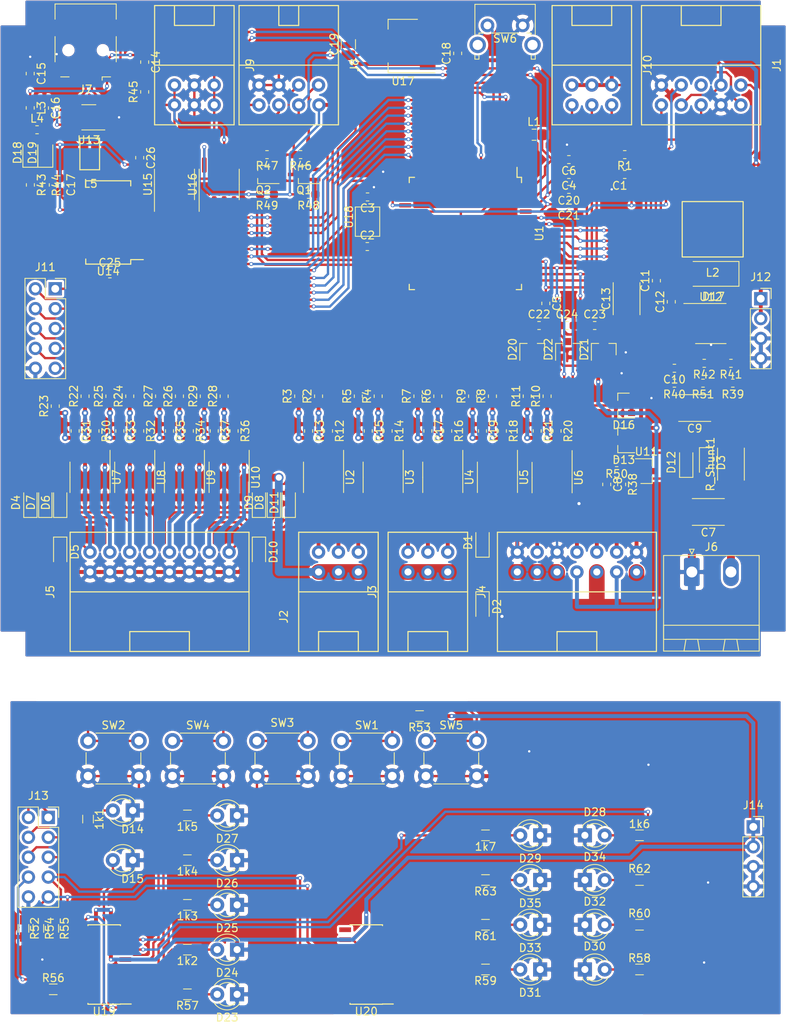
<source format=kicad_pcb>
(kicad_pcb (version 20171130) (host pcbnew "(5.1.4)-1")
  (layers (0 F.Cu signal) (31 B.Cu signal) (34 B.Paste user) (35 F.Paste user) (36 B.SilkS user) (37 F.SilkS user) (38 B.Mask user) (39 F.Mask user) (44 Edge.Cuts user))
  (net 0 "")
  (net 1 RESET)
  (net 2 GND)
  (net 3 "Net-(C2-Pad2)")
  (net 4 "Net-(C3-Pad2)")
  (net 5 "Net-(C4-Pad2)")
  (net 6 +5V)
  (net 7 "Net-(C6-Pad2)")
  (net 8 +12V)
  (net 9 "Net-(J2-Pad3)")
  (net 10 "Net-(J2-Pad2)")
  (net 11 "Net-(J2-Pad1)")
  (net 12 "Net-(J3-Pad1)")
  (net 13 "Net-(J3-Pad2)")
  (net 14 "Net-(J3-Pad3)")
  (net 15 "Net-(R12-Pad2)")
  (net 16 RGB1_ROT)
  (net 17 "Net-(R13-Pad2)")
  (net 18 RGB1_GRUEN)
  (net 19 RGB1_BLAU)
  (net 20 "Net-(R14-Pad2)")
  (net 21 "Net-(R15-Pad2)")
  (net 22 RGB2_ROT)
  (net 23 RGB2_GRUEN)
  (net 24 "Net-(R16-Pad2)")
  (net 25 "Net-(R17-Pad2)")
  (net 26 RGB2_BLAU)
  (net 27 "Net-(R18-Pad2)")
  (net 28 "Net-(R19-Pad2)")
  (net 29 PWM_PUMPE)
  (net 30 "Net-(R10-Pad1)")
  (net 31 "Net-(R11-Pad1)")
  (net 32 HEIZUNG)
  (net 33 SM1_1)
  (net 34 "Net-(R22-Pad1)")
  (net 35 "Net-(R23-Pad1)")
  (net 36 SM1_2)
  (net 37 SM1_3)
  (net 38 "Net-(R24-Pad1)")
  (net 39 SM1_4)
  (net 40 "Net-(R25-Pad1)")
  (net 41 SM2_1)
  (net 42 "Net-(R26-Pad1)")
  (net 43 "Net-(R27-Pad1)")
  (net 44 SM2_2)
  (net 45 SM2_3)
  (net 46 "Net-(R28-Pad1)")
  (net 47 "Net-(R29-Pad1)")
  (net 48 SM2_4)
  (net 49 UART_RXD)
  (net 50 UART_TXD)
  (net 51 UART_DIR)
  (net 52 "Net-(U1-Pad7)")
  (net 53 "Net-(U1-Pad8)")
  (net 54 "Net-(U1-Pad17)")
  (net 55 "Net-(U1-Pad18)")
  (net 56 "Net-(U1-Pad19)")
  (net 57 I²C_SCL)
  (net 58 I²C_SDA)
  (net 59 "Net-(U1-Pad27)")
  (net 60 "Net-(U1-Pad28)")
  (net 61 "Net-(U1-Pad29)")
  (net 62 "Net-(U1-Pad30)")
  (net 63 TDI)
  (net 64 TDO)
  (net 65 TMS)
  (net 66 TCK)
  (net 67 Voltage_Controle)
  (net 68 Current_Controle)
  (net 69 "Net-(J4-Pad6)")
  (net 70 "Net-(J4-Pad5)")
  (net 71 "Net-(J4-Pad4)")
  (net 72 "Net-(J4-Pad2)")
  (net 73 PWM_LUEFTER1)
  (net 74 PWM_LUEFTER2)
  (net 75 "Net-(C7-Pad1)")
  (net 76 "Net-(C11-Pad1)")
  (net 77 "Net-(C12-Pad1)")
  (net 78 "Net-(C12-Pad2)")
  (net 79 "Net-(R41-Pad2)")
  (net 80 "Net-(C14-Pad2)")
  (net 81 "Net-(C14-Pad1)")
  (net 82 "Net-(C16-Pad2)")
  (net 83 "Net-(C17-Pad2)")
  (net 84 "Net-(D18-Pad1)")
  (net 85 "Net-(D19-Pad1)")
  (net 86 "Net-(J7-Pad4)")
  (net 87 "Net-(J7-Pad3)")
  (net 88 "Net-(J7-Pad2)")
  (net 89 "Net-(L5-Pad2)")
  (net 90 "Net-(L5-Pad4)")
  (net 91 "Net-(R43-Pad2)")
  (net 92 "Net-(R44-Pad2)")
  (net 93 "Net-(U14-Pad5)")
  (net 94 "Net-(U14-Pad2)")
  (net 95 "Net-(U14-Pad1)")
  (net 96 "Net-(U14-Pad3)")
  (net 97 "Net-(U14-Pad12)")
  (net 98 "Net-(U14-Pad13)")
  (net 99 "Net-(U14-Pad14)")
  (net 100 "Net-(U14-Pad27)")
  (net 101 "Net-(U14-Pad28)")
  (net 102 "Net-(J1-Pad8)")
  (net 103 +3V3)
  (net 104 GND_HUMI1)
  (net 105 GND_HUMI2)
  (net 106 NOT-AUS)
  (net 107 INPUT1)
  (net 108 INPUT2)
  (net 109 "Net-(J8-Pad5)")
  (net 110 "Net-(J8-Pad6)")
  (net 111 "Net-(J9-Pad1)")
  (net 112 "Net-(J9-Pad3)")
  (net 113 NOTAUS)
  (net 114 Stop)
  (net 115 Start)
  (net 116 Dbg2)
  (net 117 Dbg1)
  (net 118 SR_Latch)
  (net 119 SR_Daten)
  (net 120 SR_Takt)
  (net 121 +5C)
  (net 122 "Net-(U18-Pad1)")
  (net 123 "Net-(U18-Pad3)")
  (net 124 "Net-(D4-Pad1)")
  (net 125 "Net-(D5-Pad1)")
  (net 126 "Net-(D6-Pad1)")
  (net 127 "Net-(D7-Pad1)")
  (net 128 "Net-(D8-Pad1)")
  (net 129 "Net-(D9-Pad1)")
  (net 130 "Net-(D10-Pad1)")
  (net 131 "Net-(D11-Pad1)")
  (net 132 /Frontpannel/SR_Takt-)
  (net 133 /Frontpannel/SR_Daten-)
  (net 134 /Frontpannel/SR_Latch-)
  (net 135 /Frontpannel/Dbg1-)
  (net 136 /Frontpannel/Dbg2-)
  (net 137 /Frontpannel/START-)
  (net 138 /Frontpannel/STOP-)
  (net 139 /Frontpannel/NOTAUS-)
  (net 140 /Frontpannel/RESET-)
  (net 141 "Net-(R38-Pad1)")
  (net 142 "Net-(R39-Pad2)")
  (net 143 "Net-(1k1-Pad1)")
  (net 144 "Net-(1k2-Pad2)")
  (net 145 "Net-(1k2-Pad1)")
  (net 146 "Net-(1k3-Pad1)")
  (net 147 "Net-(1k3-Pad2)")
  (net 148 "Net-(1k4-Pad2)")
  (net 149 "Net-(1k4-Pad1)")
  (net 150 "Net-(1k5-Pad1)")
  (net 151 "Net-(1k5-Pad2)")
  (net 152 "Net-(1k6-Pad2)")
  (net 153 "Net-(1k6-Pad1)")
  (net 154 "Net-(1k7-Pad1)")
  (net 155 "Net-(1k7-Pad2)")
  (net 156 "Net-(D15-Pad2)")
  (net 157 "Net-(D23-Pad2)")
  (net 158 "Net-(D30-Pad2)")
  (net 159 "Net-(D31-Pad2)")
  (net 160 "Net-(D32-Pad2)")
  (net 161 "Net-(D33-Pad2)")
  (net 162 "Net-(D34-Pad2)")
  (net 163 "Net-(D35-Pad2)")
  (net 164 "Net-(R56-Pad2)")
  (net 165 "Net-(R57-Pad2)")
  (net 166 "Net-(R58-Pad2)")
  (net 167 "Net-(R59-Pad2)")
  (net 168 "Net-(R60-Pad2)")
  (net 169 "Net-(R61-Pad2)")
  (net 170 "Net-(R62-Pad2)")
  (net 171 "Net-(R63-Pad2)")
  (net 172 "Net-(U19-Pad9)")
  (net 173 "Net-(U20-Pad9)")
  (net 174 "Net-(U20-Pad7)")
  (net 175 "Net-(U20-Pad6)")
  (net 176 Adress_Press2)
  (net 177 Adress_Press1)
  (module Package_SO:SO-8_3.9x4.9mm_P1.27mm (layer F.Cu) (at 136.525 108.55 270)
    (fp_text reference U5 (at 0 -3.4 90) (layer F.SilkS))
    (fp_text value IRF9313PBF)
    (pad 8 smd roundrect (at 2.575 -1.905 270) (size 1.75 0.6) (layers F.Cu F.Paste F.Mask) (net 71 "Net-(J4-Pad4)"))
    (pad 7 smd roundrect (at 2.575 -0.635 270) (size 1.75 0.6) (layers F.Cu F.Paste F.Mask) (net 71 "Net-(J4-Pad4)"))
    (pad 6 smd roundrect (at 2.575 0.635 270) (size 1.75 0.6) (layers F.Cu F.Paste F.Mask) (net 72 "Net-(J4-Pad2)"))
    (pad 5 smd roundrect (at 2.575 1.905 270) (size 1.75 0.6) (layers F.Cu F.Paste F.Mask) (net 72 "Net-(J4-Pad2)"))
    (pad 4 smd roundrect (at -2.575 1.905 270) (size 1.75 0.6) (layers F.Cu F.Paste F.Mask) (net 28 "Net-(R19-Pad2)"))
    (pad 3 smd roundrect (at -2.575 0.635 270) (size 1.75 0.6) (layers F.Cu F.Paste F.Mask) (net 2 GND))
    (pad 2 smd roundrect (at -2.575 -0.635 270) (size 1.75 0.6) (layers F.Cu F.Paste F.Mask) (net 27 "Net-(R18-Pad2)"))
    (pad 1 smd roundrect (at -2.575 -1.905 270) (size 1.75 0.6) (layers F.Cu F.Paste F.Mask) (net 2 GND))
  )
  (module Package_SO:SO-8_3.9x4.9mm_P1.27mm (layer F.Cu) (at 102.235 108.55 270)
    (fp_text reference U10 (at 0 -3.4 90) (layer F.SilkS))
    (fp_text value IRF9313PBF)
    (pad 8 smd roundrect (at 2.575 -1.905 270) (size 1.75 0.6) (layers F.Cu F.Paste F.Mask) (net 8 +12V))
    (pad 7 smd roundrect (at 2.575 -0.635 270) (size 1.75 0.6) (layers F.Cu F.Paste F.Mask) (net 8 +12V))
    (pad 6 smd roundrect (at 2.575 0.635 270) (size 1.75 0.6) (layers F.Cu F.Paste F.Mask) (net 8 +12V))
    (pad 5 smd roundrect (at 2.575 1.905 270) (size 1.75 0.6) (layers F.Cu F.Paste F.Mask) (net 8 +12V))
    (pad 4 smd roundrect (at -2.575 1.905 270) (size 1.75 0.6) (layers F.Cu F.Paste F.Mask) (net 47 "Net-(R29-Pad1)"))
    (pad 3 smd roundrect (at -2.575 0.635 270) (size 1.75 0.6) (layers F.Cu F.Paste F.Mask) (net 131 "Net-(D11-Pad1)"))
    (pad 2 smd roundrect (at -2.575 -0.635 270) (size 1.75 0.6) (layers F.Cu F.Paste F.Mask) (net 46 "Net-(R28-Pad1)"))
    (pad 1 smd roundrect (at -2.575 -1.905 270) (size 1.75 0.6) (layers F.Cu F.Paste F.Mask) (net 130 "Net-(D10-Pad1)"))
  )
  (module Conn_Lib:Wanne_6Pol (layer F.Cu) (at 148.59 55.88 270)
    (fp_text reference J10 (at 0 -7.12 90) (layer F.SilkS))
    (fp_text value Inputs)
    (pad 6 thru_hole circle (at 2.54 2.54 270) (size 1.7 1.7) (drill 0.9) (layers *.Cu *.Mask) (net 6 +5V))
    (pad 5 thru_hole circle (at 2.54 0 270) (size 1.7 1.7) (drill 0.9) (layers *.Cu *.Mask) (net 6 +5V))
    (pad 4 thru_hole circle (at 2.54 -2.54 270) (size 1.7 1.7) (drill 0.9) (layers *.Cu *.Mask) (net 6 +5V))
    (pad 3 thru_hole circle (at 5.08 2.54 270) (size 1.7 1.7) (drill 0.9) (layers *.Cu *.Mask) (net 107 INPUT1))
    (pad 2 thru_hole circle (at 5.08 0 270) (size 1.7 1.7) (drill 0.9) (layers *.Cu *.Mask) (net 108 INPUT2))
    (pad 1 thru_hole circle (at 5.08 -2.54 270) (size 1.7 1.7) (drill 0.9) (layers *.Cu *.Mask) (net 106 NOT-AUS))
  )
  (module Package_TO_SOT_SMD:SOT-323_SC-70_Handsoldering (layer F.Cu) (at 106.62 69.85 180)
    (fp_text reference Q2 (at 0 -2) (layer F.SilkS))
    (fp_text value BS170)
    (pad 3 smd rect (at 1.33 0 90) (size 0.45 1.5) (layers F.Cu F.Paste F.Mask) (net 110 "Net-(J8-Pad6)"))
    (pad 2 smd rect (at -1.33 0.65 90) (size 0.45 1.5) (layers F.Cu F.Paste F.Mask) (net 103 +3V3))
    (pad 1 smd rect (at -1.33 -0.65 90) (size 0.45 1.5) (layers F.Cu F.Paste F.Mask) (net 58 I²C_SDA))
  )
  (module Connector_PinSocket_2.54mm:PinSocket_2x05_P2.54mm_Vertical (layer F.Cu) (at 80.01 84.455)
    (fp_text reference J11 (at -1.27 -2.77) (layer F.SilkS))
    (fp_text value Frontpannel)
    (pad 10 thru_hole oval (at -2.54 10.16) (size 1.7 1.7) (drill 1) (layers *.Cu *.Mask) (net 2 GND))
    (pad 9 thru_hole oval (at 0 10.16) (size 1.7 1.7) (drill 1) (layers *.Cu *.Mask) (net 120 SR_Takt))
    (pad 8 thru_hole oval (at -2.54 7.62) (size 1.7 1.7) (drill 1) (layers *.Cu *.Mask) (net 119 SR_Daten))
    (pad 7 thru_hole oval (at 0 7.62) (size 1.7 1.7) (drill 1) (layers *.Cu *.Mask) (net 118 SR_Latch))
    (pad 6 thru_hole oval (at -2.54 5.08) (size 1.7 1.7) (drill 1) (layers *.Cu *.Mask) (net 117 Dbg1))
    (pad 5 thru_hole oval (at 0 5.08) (size 1.7 1.7) (drill 1) (layers *.Cu *.Mask) (net 116 Dbg2))
    (pad 4 thru_hole oval (at -2.54 2.54) (size 1.7 1.7) (drill 1) (layers *.Cu *.Mask) (net 115 Start))
    (pad 3 thru_hole oval (at 0 2.54) (size 1.7 1.7) (drill 1) (layers *.Cu *.Mask) (net 114 Stop))
    (pad 2 thru_hole oval (at -2.54 0) (size 1.7 1.7) (drill 1) (layers *.Cu *.Mask) (net 113 NOTAUS))
    (pad 1 thru_hole rect (at 0 0) (size 1.7 1.7) (drill 1) (layers *.Cu *.Mask) (net 1 RESET))
  )
  (module Conn_Lib:Wanne_6Pol (layer F.Cu) (at 97.79 55.88 270)
    (fp_text reference J9 (at 0 -7.12 90) (layer F.SilkS))
    (fp_text value RS485)
    (pad 1 thru_hole circle (at 5.08 -2.54 270) (size 1.7 1.7) (drill 0.9) (layers *.Cu *.Mask) (net 111 "Net-(J9-Pad1)"))
    (pad 2 thru_hole circle (at 5.08 0 270) (size 1.7 1.7) (drill 0.9) (layers *.Cu *.Mask) (net 2 GND))
    (pad 3 thru_hole circle (at 5.08 2.54 270) (size 1.7 1.7) (drill 0.9) (layers *.Cu *.Mask) (net 112 "Net-(J9-Pad3)"))
    (pad 4 thru_hole circle (at 2.54 -2.54 270) (size 1.7 1.7) (drill 0.9) (layers *.Cu *.Mask) (net 111 "Net-(J9-Pad1)"))
    (pad 5 thru_hole circle (at 2.54 0 270) (size 1.7 1.7) (drill 0.9) (layers *.Cu *.Mask) (net 2 GND))
    (pad 6 thru_hole circle (at 2.54 2.54 270) (size 1.7 1.7) (drill 0.9) (layers *.Cu *.Mask) (net 112 "Net-(J9-Pad3)"))
  )
  (module Package_SO:SO-8_3.9x4.9mm_P1.27mm (layer F.Cu) (at 96.52 108.55 270)
    (fp_text reference U9 (at 0 -3.4 90) (layer F.SilkS))
    (fp_text value IRF9313PBF)
    (pad 8 smd roundrect (at 2.575 -1.905 270) (size 1.75 0.6) (layers F.Cu F.Paste F.Mask) (net 8 +12V))
    (pad 7 smd roundrect (at 2.575 -0.635 270) (size 1.75 0.6) (layers F.Cu F.Paste F.Mask) (net 8 +12V))
    (pad 6 smd roundrect (at 2.575 0.635 270) (size 1.75 0.6) (layers F.Cu F.Paste F.Mask) (net 8 +12V))
    (pad 5 smd roundrect (at 2.575 1.905 270) (size 1.75 0.6) (layers F.Cu F.Paste F.Mask) (net 8 +12V))
    (pad 4 smd roundrect (at -2.575 1.905 270) (size 1.75 0.6) (layers F.Cu F.Paste F.Mask) (net 43 "Net-(R27-Pad1)"))
    (pad 3 smd roundrect (at -2.575 0.635 270) (size 1.75 0.6) (layers F.Cu F.Paste F.Mask) (net 129 "Net-(D9-Pad1)"))
    (pad 2 smd roundrect (at -2.575 -0.635 270) (size 1.75 0.6) (layers F.Cu F.Paste F.Mask) (net 42 "Net-(R26-Pad1)"))
    (pad 1 smd roundrect (at -2.575 -1.905 270) (size 1.75 0.6) (layers F.Cu F.Paste F.Mask) (net 128 "Net-(D8-Pad1)"))
  )
  (module Button_Switch_THT:SW_Tactile_SPST_Angled_PTS645Vx31-2LFS (layer F.Cu) (at 135.255 50.8)
    (fp_text reference SW6 (at 2.25 1.68) (layer F.SilkS))
    (fp_text value SW_DIP_x01)
    (pad "" thru_hole circle (at -1.25 2.49) (size 2.1 2.1) (drill 1.3) (layers *.Cu *.Mask))
    (pad 1 thru_hole circle (at 0 0) (size 1.75 1.75) (drill 0.99) (layers *.Cu *.Mask) (net 176 Adress_Press2))
    (pad 2 thru_hole circle (at 4.5 0) (size 1.75 1.75) (drill 0.99) (layers *.Cu *.Mask) (net 2 GND))
    (pad "" thru_hole circle (at 5.76 2.49) (size 2.1 2.1) (drill 1.3) (layers *.Cu *.Mask))
  )
  (module Resistor_SMD:R_0603_1608Metric_Pad1.05x0.95mm_HandSolder (layer F.Cu) (at 162.8 96.52 180)
    (fp_text reference R51 (at 0 -1.43) (layer F.SilkS))
    (fp_text value 100k)
    (pad 2 smd roundrect (at 0.875 0 180) (size 1.05 0.95) (layers F.Cu F.Paste F.Mask) (net 67 Voltage_Controle))
    (pad 1 smd roundrect (at -0.875 0 180) (size 1.05 0.95) (layers F.Cu F.Paste F.Mask) (net 142 "Net-(R39-Pad2)"))
  )
  (module Capacitor_SMD:C_0603_1608Metric_Pad1.05x0.95mm_HandSolder (layer F.Cu) (at 90.805 67.705 270)
    (fp_text reference C26 (at 0 -1.43 90) (layer F.SilkS))
    (fp_text value 100nF)
    (pad 2 smd roundrect (at 0.875 0 270) (size 1.05 0.95) (layers F.Cu F.Paste F.Mask) (net 121 +5C))
    (pad 1 smd roundrect (at -0.875 0 270) (size 1.05 0.95) (layers F.Cu F.Paste F.Mask) (net 2 GND))
  )
  (module Resistor_SMD:R_0603_1608Metric_Pad1.05x0.95mm_HandSolder (layer F.Cu) (at 151.765 106.68 180)
    (fp_text reference R50 (at 0 -1.43) (layer F.SilkS))
    (fp_text value 100k)
    (pad 2 smd roundrect (at 0.875 0 180) (size 1.05 0.95) (layers F.Cu F.Paste F.Mask) (net 68 Current_Controle))
    (pad 1 smd roundrect (at -0.875 0 180) (size 1.05 0.95) (layers F.Cu F.Paste F.Mask) (net 141 "Net-(R38-Pad1)"))
  )
  (module Connector_PinSocket_2.54mm:PinSocket_1x04_P2.54mm_Vertical (layer F.Cu) (at 170.18 85.725)
    (fp_text reference J12 (at 0 -2.77) (layer F.SilkS))
    (fp_text value Conn_01x04)
    (pad 4 thru_hole oval (at 0 7.62) (size 1.7 1.7) (drill 1) (layers *.Cu *.Mask) (net 2 GND))
    (pad 3 thru_hole oval (at 0 5.08) (size 1.7 1.7) (drill 1) (layers *.Cu *.Mask) (net 2 GND))
    (pad 2 thru_hole oval (at 0 2.54) (size 1.7 1.7) (drill 1) (layers *.Cu *.Mask) (net 6 +5V))
    (pad 1 thru_hole rect (at 0 0) (size 1.7 1.7) (drill 1) (layers *.Cu *.Mask) (net 6 +5V))
  )
  (module Capacitor_SMD:C_0603_1608Metric_Pad1.05x0.95mm_HandSolder (layer F.Cu) (at 145.655 69.85 180)
    (fp_text reference C4 (at 0 -1.43) (layer F.SilkS))
    (fp_text value 10nF)
    (pad 2 smd roundrect (at 0.875 0 180) (size 1.05 0.95) (layers F.Cu F.Paste F.Mask) (net 5 "Net-(C4-Pad2)"))
    (pad 1 smd roundrect (at -0.875 0 180) (size 1.05 0.95) (layers F.Cu F.Paste F.Mask) (net 2 GND))
  )
  (module Package_TO_SOT_SMD:SOT-23 (layer F.Cu) (at 150.114 92.202 90)
    (fp_text reference D21 (at 0 -2.5 90) (layer F.SilkS))
    (fp_text value BAS40-04)
    (pad 3 smd rect (at 1 0 90) (size 0.9 0.8) (layers F.Cu F.Paste F.Mask) (net 108 INPUT2))
    (pad 2 smd rect (at -1 0.95 90) (size 0.9 0.8) (layers F.Cu F.Paste F.Mask) (net 2 GND))
    (pad 1 smd rect (at -1 -0.95 90) (size 0.9 0.8) (layers F.Cu F.Paste F.Mask) (net 6 +5V))
  )
  (module Capacitor_SMD:C_0603_1608Metric_Pad1.05x0.95mm_HandSolder (layer F.Cu) (at 148.957 89.154)
    (fp_text reference C23 (at 0 -1.43) (layer F.SilkS))
    (fp_text value C)
    (pad 2 smd roundrect (at 0.875 0) (size 1.05 0.95) (layers F.Cu F.Paste F.Mask) (net 2 GND))
    (pad 1 smd roundrect (at -0.875 0) (size 1.05 0.95) (layers F.Cu F.Paste F.Mask) (net 108 INPUT2))
  )
  (module Package_TO_SOT_SMD:SOT-23 (layer F.Cu) (at 145.542 92.202 90)
    (fp_text reference D22 (at 0 -2.5 90) (layer F.SilkS))
    (fp_text value BAS40-04)
    (pad 3 smd rect (at 1 0 90) (size 0.9 0.8) (layers F.Cu F.Paste F.Mask) (net 107 INPUT1))
    (pad 2 smd rect (at -1 0.95 90) (size 0.9 0.8) (layers F.Cu F.Paste F.Mask) (net 2 GND))
    (pad 1 smd rect (at -1 -0.95 90) (size 0.9 0.8) (layers F.Cu F.Paste F.Mask) (net 6 +5V))
  )
  (module Capacitor_SMD:C_0603_1608Metric_Pad1.05x0.95mm_HandSolder (layer F.Cu) (at 80.595 71.185 270)
    (fp_text reference C17 (at 0 -1.43 90) (layer F.SilkS))
    (fp_text value 100nF)
    (pad 2 smd roundrect (at 0.875 0 270) (size 1.05 0.95) (layers F.Cu F.Paste F.Mask) (net 83 "Net-(C17-Pad2)"))
    (pad 1 smd roundrect (at -0.875 0 270) (size 1.05 0.95) (layers F.Cu F.Paste F.Mask) (net 2 GND))
  )
  (module Package_TO_SOT_SMD:SOT-23 (layer F.Cu) (at 140.97 92.202 90)
    (fp_text reference D20 (at 0 -2.5 90) (layer F.SilkS))
    (fp_text value BAS40-04)
    (pad 3 smd rect (at 1 0 90) (size 0.9 0.8) (layers F.Cu F.Paste F.Mask) (net 106 NOT-AUS))
    (pad 2 smd rect (at -1 0.95 90) (size 0.9 0.8) (layers F.Cu F.Paste F.Mask) (net 2 GND))
    (pad 1 smd rect (at -1 -0.95 90) (size 0.9 0.8) (layers F.Cu F.Paste F.Mask) (net 6 +5V))
  )
  (module Capacitor_SMD:C_0603_1608Metric_Pad1.05x0.95mm_HandSolder (layer F.Cu) (at 131.445 54.37 90)
    (fp_text reference C18 (at 0 -1.43 90) (layer F.SilkS))
    (fp_text value 100nF)
    (pad 2 smd roundrect (at 0.875 0 90) (size 1.05 0.95) (layers F.Cu F.Paste F.Mask) (net 2 GND))
    (pad 1 smd roundrect (at -0.875 0 90) (size 1.05 0.95) (layers F.Cu F.Paste F.Mask) (net 6 +5V))
  )
  (module Package_TO_SOT_SMD:SOT-23 (layer F.Cu) (at 155.559 107.762)
    (fp_text reference U11 (at 0 -2.5) (layer F.SilkS))
    (fp_text value ZXCT1109)
    (pad 3 smd rect (at 1 0) (size 0.9 0.8) (layers F.Cu F.Paste F.Mask) (net 141 "Net-(R38-Pad1)"))
    (pad 2 smd rect (at -1 0.95) (size 0.9 0.8) (layers F.Cu F.Paste F.Mask) (net 75 "Net-(C7-Pad1)"))
    (pad 1 smd rect (at -1 -0.95) (size 0.9 0.8) (layers F.Cu F.Paste F.Mask) (net 8 +12V))
  )
  (module Package_SO:SO-8_3.9x4.9mm_P1.27mm (layer F.Cu) (at 163.795 88.9)
    (fp_text reference U12 (at 0 -3.4) (layer F.SilkS))
    (fp_text value MAX_5035_BUSA)
    (pad 8 smd roundrect (at 2.575 -1.905) (size 1.75 0.6) (layers F.Cu F.Paste F.Mask) (net 78 "Net-(C12-Pad2)"))
    (pad 7 smd roundrect (at 2.575 -0.635) (size 1.75 0.6) (layers F.Cu F.Paste F.Mask) (net 8 +12V))
    (pad 6 smd roundrect (at 2.575 0.635) (size 1.75 0.6) (layers F.Cu F.Paste F.Mask) (net 2 GND))
    (pad 5 smd roundrect (at 2.575 1.905) (size 1.75 0.6) (layers F.Cu F.Paste F.Mask) (net 79 "Net-(R41-Pad2)"))
    (pad 4 smd roundrect (at -2.575 1.905) (size 1.75 0.6) (layers F.Cu F.Paste F.Mask) (net 6 +5V))
    (pad 3 smd roundrect (at -2.575 0.635) (size 1.75 0.6) (layers F.Cu F.Paste F.Mask) (net 2 GND))
    (pad 2 smd roundrect (at -2.575 -0.635) (size 1.75 0.6) (layers F.Cu F.Paste F.Mask) (net 76 "Net-(C11-Pad1)"))
    (pad 1 smd roundrect (at -2.575 -1.905) (size 1.75 0.6) (layers F.Cu F.Paste F.Mask) (net 77 "Net-(C12-Pad1)"))
  )
  (module Capacitor_SMD:C_0603_1608Metric_Pad1.05x0.95mm_HandSolder (layer F.Cu) (at 145.401 89.154)
    (fp_text reference C24 (at 0 -1.43) (layer F.SilkS))
    (fp_text value C)
    (pad 2 smd roundrect (at 0.875 0) (size 1.05 0.95) (layers F.Cu F.Paste F.Mask) (net 2 GND))
    (pad 1 smd roundrect (at -0.875 0) (size 1.05 0.95) (layers F.Cu F.Paste F.Mask) (net 107 INPUT1))
  )
  (module Resistor_SMD:R_0603_1608Metric_Pad1.05x0.95mm_HandSolder (layer F.Cu) (at 91.44 59.295 90)
    (fp_text reference R45 (at 0 -1.43 90) (layer F.SilkS))
    (fp_text value 120R)
    (pad 2 smd roundrect (at 0.875 0 90) (size 1.05 0.95) (layers F.Cu F.Paste F.Mask) (net 111 "Net-(J9-Pad1)"))
    (pad 1 smd roundrect (at -0.875 0 90) (size 1.05 0.95) (layers F.Cu F.Paste F.Mask) (net 112 "Net-(J9-Pad3)"))
  )
  (module Capacitor_SMD:C_0603_1608Metric_Pad1.05x0.95mm_HandSolder (layer F.Cu) (at 119.895 79.06)
    (fp_text reference C2 (at 0 -1.43) (layer F.SilkS))
    (fp_text value 22pF)
    (pad 2 smd roundrect (at 0.875 0) (size 1.05 0.95) (layers F.Cu F.Paste F.Mask) (net 3 "Net-(C2-Pad2)"))
    (pad 1 smd roundrect (at -0.875 0) (size 1.05 0.95) (layers F.Cu F.Paste F.Mask) (net 2 GND))
  )
  (module Package_SO:SSOP-28_5.3x10.2mm_P0.65mm (layer F.Cu) (at 86.785 75.98 180)
    (fp_text reference U14 (at 0 -6.25) (layer F.SilkS))
    (fp_text value FT232RL_2)
    (pad 28 smd rect (at 3.6 -4.225 180) (size 1.75 0.45) (layers F.Cu F.Paste F.Mask) (net 101 "Net-(U14-Pad28)"))
    (pad 27 smd rect (at 3.6 -3.575 180) (size 1.75 0.45) (layers F.Cu F.Paste F.Mask) (net 100 "Net-(U14-Pad27)"))
    (pad 26 smd rect (at 3.6 -2.925 180) (size 1.75 0.45) (layers F.Cu F.Paste F.Mask) (net 2 GND))
    (pad 25 smd rect (at 3.6 -2.275 180) (size 1.75 0.45) (layers F.Cu F.Paste F.Mask) (net 2 GND))
    (pad 24 smd rect (at 3.6 -1.625 180) (size 1.75 0.45) (layers F.Cu F.Paste F.Mask))
    (pad 23 smd rect (at 3.6 -0.975 180) (size 1.75 0.45) (layers F.Cu F.Paste F.Mask) (net 91 "Net-(R43-Pad2)"))
    (pad 22 smd rect (at 3.6 -0.325 180) (size 1.75 0.45) (layers F.Cu F.Paste F.Mask) (net 92 "Net-(R44-Pad2)"))
    (pad 21 smd rect (at 3.6 0.325 180) (size 1.75 0.45) (layers F.Cu F.Paste F.Mask) (net 2 GND))
    (pad 20 smd rect (at 3.6 0.975 180) (size 1.75 0.45) (layers F.Cu F.Paste F.Mask) (net 121 +5C))
    (pad 19 smd rect (at 3.6 1.625 180) (size 1.75 0.45) (layers F.Cu F.Paste F.Mask) (net 121 +5C))
    (pad 18 smd rect (at 3.6 2.275 180) (size 1.75 0.45) (layers F.Cu F.Paste F.Mask) (net 2 GND))
    (pad 17 smd rect (at 3.6 2.925 180) (size 1.75 0.45) (layers F.Cu F.Paste F.Mask) (net 83 "Net-(C17-Pad2)"))
    (pad 16 smd rect (at 3.6 3.575 180) (size 1.75 0.45) (layers F.Cu F.Paste F.Mask) (net 90 "Net-(L5-Pad4)"))
    (pad 15 smd rect (at 3.6 4.225 180) (size 1.75 0.45) (layers F.Cu F.Paste F.Mask) (net 89 "Net-(L5-Pad2)"))
    (pad 14 smd rect (at -3.6 4.225 180) (size 1.75 0.45) (layers F.Cu F.Paste F.Mask) (net 99 "Net-(U14-Pad14)"))
    (pad 13 smd rect (at -3.6 3.575 180) (size 1.75 0.45) (layers F.Cu F.Paste F.Mask) (net 98 "Net-(U14-Pad13)"))
    (pad 12 smd rect (at -3.6 2.925 180) (size 1.75 0.45) (layers F.Cu F.Paste F.Mask) (net 97 "Net-(U14-Pad12)"))
    (pad 11 smd rect (at -3.6 2.275 180) (size 1.75 0.45) (layers F.Cu F.Paste F.Mask) (net 2 GND))
    (pad 10 smd rect (at -3.6 1.625 180) (size 1.75 0.45) (layers F.Cu F.Paste F.Mask) (net 2 GND))
    (pad 9 smd rect (at -3.6 0.975 180) (size 1.75 0.45) (layers F.Cu F.Paste F.Mask) (net 2 GND))
    (pad 8 smd rect (at -3.6 0.325 180) (size 1.75 0.45) (layers F.Cu F.Paste F.Mask))
    (pad 7 smd rect (at -3.6 -0.325 180) (size 1.75 0.45) (layers F.Cu F.Paste F.Mask) (net 2 GND))
    (pad 6 smd rect (at -3.6 -0.975 180) (size 1.75 0.45) (layers F.Cu F.Paste F.Mask) (net 2 GND))
    (pad 5 smd rect (at -3.6 -1.625 180) (size 1.75 0.45) (layers F.Cu F.Paste F.Mask) (net 93 "Net-(U14-Pad5)"))
    (pad 4 smd rect (at -3.6 -2.275 180) (size 1.75 0.45) (layers F.Cu F.Paste F.Mask) (net 121 +5C))
    (pad 3 smd rect (at -3.6 -2.925 180) (size 1.75 0.45) (layers F.Cu F.Paste F.Mask) (net 96 "Net-(U14-Pad3)"))
    (pad 2 smd rect (at -3.6 -3.575 180) (size 1.75 0.45) (layers F.Cu F.Paste F.Mask) (net 94 "Net-(U14-Pad2)"))
    (pad 1 smd rect (at -3.6 -4.225 180) (size 1.75 0.45) (layers F.Cu F.Paste F.Mask) (net 95 "Net-(U14-Pad1)"))
  )
  (module Capacitor_SMD:C_0603_1608Metric_Pad1.05x0.95mm_HandSolder (layer F.Cu) (at 76.81 56.955 270)
    (fp_text reference C15 (at 0 -1.43 90) (layer F.SilkS))
    (fp_text value 100nF)
    (pad 2 smd roundrect (at 0.875 0 270) (size 1.05 0.95) (layers F.Cu F.Paste F.Mask) (net 80 "Net-(C14-Pad2)"))
    (pad 1 smd roundrect (at -0.875 0 270) (size 1.05 0.95) (layers F.Cu F.Paste F.Mask) (net 2 GND))
  )
  (module Resistor_SMD:R_0603_1608Metric_Pad1.05x0.95mm_HandSolder (layer F.Cu) (at 111.365 67.31 180)
    (fp_text reference R46 (at 0 -1.43) (layer F.SilkS))
    (fp_text value 10k)
    (pad 2 smd roundrect (at 0.875 0 180) (size 1.05 0.95) (layers F.Cu F.Paste F.Mask) (net 103 +3V3))
    (pad 1 smd roundrect (at -0.875 0 180) (size 1.05 0.95) (layers F.Cu F.Paste F.Mask) (net 109 "Net-(J8-Pad5)"))
  )
  (module Resistor_SMD:R_0603_1608Metric_Pad1.05x0.95mm_HandSolder (layer F.Cu) (at 107.075 67.31 180)
    (fp_text reference R47 (at 0 -1.43) (layer F.SilkS))
    (fp_text value 10k)
    (pad 2 smd roundrect (at 0.875 0 180) (size 1.05 0.95) (layers F.Cu F.Paste F.Mask) (net 103 +3V3))
    (pad 1 smd roundrect (at -0.875 0 180) (size 1.05 0.95) (layers F.Cu F.Paste F.Mask) (net 110 "Net-(J8-Pad6)"))
  )
  (module Resistor_SMD:R_2512_6332Metric_Pad1.52x3.35mm_HandSolder (layer F.Cu) (at 166.37 106.8675 90)
    (fp_text reference R_Shunt1 (at 0 -2.62 90) (layer F.SilkS))
    (fp_text value 125mOhm)
    (pad 2 smd roundrect (at 2.9875 0 90) (size 1.525 3.35) (layers F.Cu F.Paste F.Mask) (roundrect_rratio 0.163934) (net 8 +12V))
    (pad 1 smd roundrect (at -2.9875 0 90) (size 1.525 3.35) (layers F.Cu F.Paste F.Mask) (roundrect_rratio 0.163934) (net 75 "Net-(C7-Pad1)"))
  )
  (module Capacitor_SMD:C_0603_1608Metric_Pad1.05x0.95mm_HandSolder (layer F.Cu) (at 145.655 73.66 180)
    (fp_text reference C21 (at 0 -1.43) (layer F.SilkS))
    (fp_text value 100nF)
    (pad 2 smd roundrect (at 0.875 0 180) (size 1.05 0.95) (layers F.Cu F.Paste F.Mask) (net 105 GND_HUMI2))
    (pad 1 smd roundrect (at -0.875 0 180) (size 1.05 0.95) (layers F.Cu F.Paste F.Mask) (net 2 GND))
  )
  (module Resistor_SMD:R_0603_1608Metric_Pad1.05x0.95mm_HandSolder (layer F.Cu) (at 112.395 72.39 180)
    (fp_text reference R48 (at 0 -1.43) (layer F.SilkS))
    (fp_text value 10k)
    (pad 2 smd roundrect (at 0.875 0 180) (size 1.05 0.95) (layers F.Cu F.Paste F.Mask) (net 6 +5V))
    (pad 1 smd roundrect (at -0.875 0 180) (size 1.05 0.95) (layers F.Cu F.Paste F.Mask) (net 57 I²C_SCL))
  )
  (module Resistor_SMD:R_0603_1608Metric_Pad1.05x0.95mm_HandSolder (layer F.Cu) (at 78.74 71.185 270)
    (fp_text reference R44 (at 0 -1.43 90) (layer F.SilkS))
    (fp_text value 1k)
    (pad 2 smd roundrect (at 0.875 0 270) (size 1.05 0.95) (layers F.Cu F.Paste F.Mask) (net 92 "Net-(R44-Pad2)"))
    (pad 1 smd roundrect (at -0.875 0 270) (size 1.05 0.95) (layers F.Cu F.Paste F.Mask) (net 85 "Net-(D19-Pad1)"))
  )
  (module LED_SMD:LED_0805_2012Metric_Pad1.15x1.40mm_HandSolder (layer F.Cu) (at 76.835 67.065 90)
    (fp_text reference D18 (at 0 -1.65 90) (layer F.SilkS))
    (fp_text value LED)
    (pad 2 smd roundrect (at 1.025 0 90) (size 1.15 1.4) (layers F.Cu F.Paste F.Mask) (roundrect_rratio 0.217391) (net 121 +5C))
    (pad 1 smd roundrect (at -1.025 0 90) (size 1.15 1.4) (layers F.Cu F.Paste F.Mask) (roundrect_rratio 0.217391) (net 84 "Net-(D18-Pad1)"))
  )
  (module LED_SMD:LED_0805_2012Metric_Pad1.15x1.40mm_HandSolder (layer F.Cu) (at 78.74 67.065 90)
    (fp_text reference D19 (at 0 -1.65 90) (layer F.SilkS))
    (fp_text value LED)
    (pad 2 smd roundrect (at 1.025 0 90) (size 1.15 1.4) (layers F.Cu F.Paste F.Mask) (roundrect_rratio 0.217391) (net 121 +5C))
    (pad 1 smd roundrect (at -1.025 0 90) (size 1.15 1.4) (layers F.Cu F.Paste F.Mask) (roundrect_rratio 0.217391) (net 85 "Net-(D19-Pad1)"))
  )
  (module Connector_USB:USB_Mini-B_Lumberg_2486_01_Horizontal (layer F.Cu) (at 83.895 53.965 180)
    (fp_text reference J7 (at 0 -5) (layer F.SilkS))
    (fp_text value USB_B_Mini)
    (pad "" np_thru_hole circle (at 2.2 0 180) (size 1 1) (drill 1) (layers *.Cu *.Mask))
    (pad "" np_thru_hole circle (at -2.2 0 180) (size 1 1) (drill 1) (layers *.Cu *.Mask))
    (pad 6 smd rect (at 4.45 2.85 180) (size 2 1.7) (layers F.Cu F.Paste F.Mask) (net 80 "Net-(C14-Pad2)"))
    (pad 6 smd rect (at 4.45 -2.6 180) (size 2 1.7) (layers F.Cu F.Paste F.Mask) (net 80 "Net-(C14-Pad2)"))
    (pad 6 smd rect (at -4.45 2.85 180) (size 2 1.7) (layers F.Cu F.Paste F.Mask) (net 80 "Net-(C14-Pad2)"))
    (pad 6 smd rect (at -4.45 -2.6 180) (size 2 1.7) (layers F.Cu F.Paste F.Mask) (net 80 "Net-(C14-Pad2)"))
    (pad 5 smd rect (at 1.6 -2.7 180) (size 0.5 2) (layers F.Cu F.Paste F.Mask) (net 2 GND))
    (pad 4 smd rect (at 0.8 -2.7 180) (size 0.5 2) (layers F.Cu F.Paste F.Mask) (net 86 "Net-(J7-Pad4)"))
    (pad 3 smd rect (at 0 -2.7 180) (size 0.5 2) (layers F.Cu F.Paste F.Mask) (net 87 "Net-(J7-Pad3)"))
    (pad 2 smd rect (at -0.8 -2.7 180) (size 0.5 2) (layers F.Cu F.Paste F.Mask) (net 88 "Net-(J7-Pad2)"))
    (pad 1 smd rect (at -1.6 -2.7 180) (size 0.5 2) (layers F.Cu F.Paste F.Mask) (net 81 "Net-(C14-Pad1)"))
  )
  (module Capacitor_SMD:C_0603_1608Metric_Pad1.05x0.95mm_HandSolder (layer F.Cu) (at 91.44 55.485 270)
    (fp_text reference C14 (at 0 -1.43 90) (layer F.SilkS))
    (fp_text value 100nF)
    (pad 2 smd roundrect (at 0.875 0 270) (size 1.05 0.95) (layers F.Cu F.Paste F.Mask) (net 80 "Net-(C14-Pad2)"))
    (pad 1 smd roundrect (at -0.875 0 270) (size 1.05 0.95) (layers F.Cu F.Paste F.Mask) (net 81 "Net-(C14-Pad1)"))
  )
  (module Capacitor_SMD:C_0603_1608Metric_Pad1.05x0.95mm_HandSolder (layer F.Cu) (at 152.795 69.85 180)
    (fp_text reference C1 (at 0.635 -1.43 180) (layer F.SilkS))
    (fp_text value 10nF)
    (pad 2 smd roundrect (at 0.875 0 180) (size 1.05 0.95) (layers F.Cu F.Paste F.Mask) (net 2 GND))
    (pad 1 smd roundrect (at -0.875 0 180) (size 1.05 0.95) (layers F.Cu F.Paste F.Mask) (net 1 RESET))
  )
  (module Capacitor_SMD:C_0603_1608Metric_Pad1.05x0.95mm_HandSolder (layer F.Cu) (at 78.63 61.355 270)
    (fp_text reference C16 (at 0 -1.43 90) (layer F.SilkS))
    (fp_text value 100nF)
    (pad 2 smd roundrect (at 0.875 0 270) (size 1.05 0.95) (layers F.Cu F.Paste F.Mask) (net 82 "Net-(C16-Pad2)"))
    (pad 1 smd roundrect (at -0.875 0 270) (size 1.05 0.95) (layers F.Cu F.Paste F.Mask) (net 2 GND))
  )
  (module Inductor_SMD:L_0603_1608Metric_Pad1.05x0.95mm_HandSolder (layer F.Cu) (at 77.685 64.135)
    (fp_text reference L4 (at 0 -1.43) (layer F.SilkS))
    (fp_text value L)
    (pad 2 smd roundrect (at 0.875 0) (size 1.05 0.95) (layers F.Cu F.Paste F.Mask) (net 121 +5C))
    (pad 1 smd roundrect (at -0.875 0) (size 1.05 0.95) (layers F.Cu F.Paste F.Mask) (net 82 "Net-(C16-Pad2)"))
  )
  (module Resistor_SMD:R_0603_1608Metric_Pad1.05x0.95mm_HandSolder (layer F.Cu) (at 76.835 71.185 270)
    (fp_text reference R43 (at 0 -1.43 90) (layer F.SilkS))
    (fp_text value 1k)
    (pad 2 smd roundrect (at 0.875 0 270) (size 1.05 0.95) (layers F.Cu F.Paste F.Mask) (net 91 "Net-(R43-Pad2)"))
    (pad 1 smd roundrect (at -0.875 0 270) (size 1.05 0.95) (layers F.Cu F.Paste F.Mask) (net 84 "Net-(D18-Pad1)"))
  )
  (module Package_SO:SOIC-8_3.9x4.9mm_P1.27mm (layer F.Cu) (at 100.965 71.12 90)
    (fp_text reference U16 (at 0 -3.4 90) (layer F.SilkS))
    (fp_text value MAX3072E)
    (pad 8 smd roundrect (at 2.475 -1.905 90) (size 1.95 0.6) (layers F.Cu F.Paste F.Mask) (net 6 +5V))
    (pad 7 smd roundrect (at 2.475 -0.635 90) (size 1.95 0.6) (layers F.Cu F.Paste F.Mask) (net 111 "Net-(J9-Pad1)"))
    (pad 6 smd roundrect (at 2.475 0.635 90) (size 1.95 0.6) (layers F.Cu F.Paste F.Mask) (net 112 "Net-(J9-Pad3)"))
    (pad 5 smd roundrect (at 2.475 1.905 90) (size 1.95 0.6) (layers F.Cu F.Paste F.Mask) (net 2 GND))
    (pad 4 smd roundrect (at -2.475 1.905 90) (size 1.95 0.6) (layers F.Cu F.Paste F.Mask) (net 50 UART_TXD))
    (pad 3 smd roundrect (at -2.475 0.635 90) (size 1.95 0.6) (layers F.Cu F.Paste F.Mask) (net 51 UART_DIR))
    (pad 2 smd roundrect (at -2.475 -0.635 90) (size 1.95 0.6) (layers F.Cu F.Paste F.Mask) (net 51 UART_DIR))
    (pad 1 smd roundrect (at -2.475 -1.905 90) (size 1.95 0.6) (layers F.Cu F.Paste F.Mask) (net 49 UART_RXD))
  )
  (module Capacitor_SMD:C_0603_1608Metric_Pad1.05x0.95mm_HandSolder (layer F.Cu) (at 86.995 82.55)
    (fp_text reference C25 (at 0 -1.43) (layer F.SilkS))
    (fp_text value 100nF)
    (pad 2 smd roundrect (at 0.875 0) (size 1.05 0.95) (layers F.Cu F.Paste F.Mask) (net 121 +5C))
    (pad 1 smd roundrect (at -0.875 0) (size 1.05 0.95) (layers F.Cu F.Paste F.Mask) (net 2 GND))
  )
  (module Inductor_SMD:L_0603_1608Metric_Pad1.05x0.95mm_HandSolder (layer F.Cu) (at 76.81 61.34 270)
    (fp_text reference L3 (at 0 -1.43 90) (layer F.SilkS))
    (fp_text value L)
    (pad 2 smd roundrect (at 0.875 0 270) (size 1.05 0.95) (layers F.Cu F.Paste F.Mask) (net 82 "Net-(C16-Pad2)"))
    (pad 1 smd roundrect (at -0.875 0 270) (size 1.05 0.95) (layers F.Cu F.Paste F.Mask) (net 81 "Net-(C14-Pad1)"))
  )
  (module Package_TO_SOT_SMD:SOT-23-6_Handsoldering (layer F.Cu) (at 84.3 62.545 180)
    (fp_text reference U13 (at 0 -2.9) (layer F.SilkS))
    (fp_text value WE_TVS)
    (pad 5 smd rect (at 1.35 0 180) (size 1.56 0.65) (layers F.Cu F.Paste F.Mask) (net 121 +5C))
    (pad 6 smd rect (at 1.35 -0.95 180) (size 1.56 0.65) (layers F.Cu F.Paste F.Mask) (net 87 "Net-(J7-Pad3)"))
    (pad 4 smd rect (at 1.35 0.95 180) (size 1.56 0.65) (layers F.Cu F.Paste F.Mask) (net 87 "Net-(J7-Pad3)"))
    (pad 3 smd rect (at -1.35 0.95 180) (size 1.56 0.65) (layers F.Cu F.Paste F.Mask) (net 88 "Net-(J7-Pad2)"))
    (pad 2 smd rect (at -1.35 0 180) (size 1.56 0.65) (layers F.Cu F.Paste F.Mask) (net 2 GND))
    (pad 1 smd rect (at -1.35 -0.95 180) (size 1.56 0.65) (layers F.Cu F.Paste F.Mask) (net 88 "Net-(J7-Pad2)"))
  )
  (module Package_SO:SOIC-8_3.9x4.9mm_P1.27mm (layer F.Cu) (at 95.25 71.12 90)
    (fp_text reference U15 (at 0 -3.4 90) (layer F.SilkS))
    (fp_text value MAX3072E)
    (pad 8 smd roundrect (at 2.475 -1.905 90) (size 1.95 0.6) (layers F.Cu F.Paste F.Mask) (net 121 +5C))
    (pad 7 smd roundrect (at 2.475 -0.635 90) (size 1.95 0.6) (layers F.Cu F.Paste F.Mask) (net 111 "Net-(J9-Pad1)"))
    (pad 6 smd roundrect (at 2.475 0.635 90) (size 1.95 0.6) (layers F.Cu F.Paste F.Mask) (net 112 "Net-(J9-Pad3)"))
    (pad 5 smd roundrect (at 2.475 1.905 90) (size 1.95 0.6) (layers F.Cu F.Paste F.Mask) (net 2 GND))
    (pad 4 smd roundrect (at -2.475 1.905 90) (size 1.95 0.6) (layers F.Cu F.Paste F.Mask) (net 95 "Net-(U14-Pad1)"))
    (pad 3 smd roundrect (at -2.475 0.635 90) (size 1.95 0.6) (layers F.Cu F.Paste F.Mask) (net 98 "Net-(U14-Pad13)"))
    (pad 2 smd roundrect (at -2.475 -0.635 90) (size 1.95 0.6) (layers F.Cu F.Paste F.Mask) (net 98 "Net-(U14-Pad13)"))
    (pad 1 smd roundrect (at -2.475 -1.905 90) (size 1.95 0.6) (layers F.Cu F.Paste F.Mask) (net 93 "Net-(U14-Pad5)"))
  )
  (module Resistor_SMD:R_0603_1608Metric_Pad1.05x0.95mm_HandSolder (layer F.Cu) (at 140.335 98.185 90)
    (fp_text reference R11 (at 0 -1.43 90) (layer F.SilkS))
    (fp_text value 160R)
    (pad 2 smd roundrect (at 0.875 0 90) (size 1.05 0.95) (layers F.Cu F.Paste F.Mask) (net 32 HEIZUNG))
    (pad 1 smd roundrect (at -0.875 0 90) (size 1.05 0.95) (layers F.Cu F.Paste F.Mask) (net 31 "Net-(R11-Pad1)"))
  )
  (module Resistor_SMD:R_0603_1608Metric_Pad1.05x0.95mm_HandSolder (layer F.Cu) (at 144.145 102.63 270)
    (fp_text reference R20 (at 0 -1.43 90) (layer F.SilkS))
    (fp_text value 10k)
    (pad 2 smd roundrect (at 0.875 0 270) (size 1.05 0.95) (layers F.Cu F.Paste F.Mask) (net 30 "Net-(R10-Pad1)"))
    (pad 1 smd roundrect (at -0.875 0 270) (size 1.05 0.95) (layers F.Cu F.Paste F.Mask) (net 2 GND))
  )
  (module D_Lib:MAX5035_50SQ100 (layer F.Cu) (at 164.1341 82.5754 180)
    (fp_text reference D17 (at 0 -2.8702) (layer F.SilkS))
    (fp_text value D_Schottky_Small)
    (pad 1 smd roundrect (at -2.2359 0.0254 180) (size 1.525 2.65) (layers F.Cu F.Paste F.Mask) (roundrect_rratio 0.163934) (net 78 "Net-(C12-Pad2)"))
    (pad 2 smd roundrect (at 2.4391 0.0254 180) (size 1.525 2.65) (layers F.Cu F.Paste F.Mask) (roundrect_rratio 0.163934) (net 2 GND))
  )
  (module L_Lib:MAX5035_100uH_Coil (layer F.Cu) (at 163.99002 76.95692 180)
    (fp_text reference L2 (at -0.0381 -5.43814) (layer F.SilkS))
    (fp_text value L)
    (pad 1 smd rect (at -2.37998 0.12192 270) (size 7 3) (layers F.Cu F.Paste F.Mask) (net 78 "Net-(C12-Pad2)"))
    (pad 2 smd rect (at 2.3114 0.12954 270) (size 7 3) (layers F.Cu F.Paste F.Mask) (net 6 +5V))
  )
  (module Resistor_SMD:R_0603_1608Metric_Pad1.05x0.95mm_HandSolder (layer F.Cu) (at 135.89 98.185 90)
    (fp_text reference R8 (at 0 -1.43 90) (layer F.SilkS))
    (fp_text value 160R)
    (pad 2 smd roundrect (at 0.875 0 90) (size 1.05 0.95) (layers F.Cu F.Paste F.Mask) (net 73 PWM_LUEFTER1))
    (pad 1 smd roundrect (at -0.875 0 90) (size 1.05 0.95) (layers F.Cu F.Paste F.Mask) (net 27 "Net-(R18-Pad2)"))
  )
  (module Resistor_SMD:R_0603_1608Metric_Pad1.05x0.95mm_HandSolder (layer F.Cu) (at 122.555 102.63 270)
    (fp_text reference R14 (at 0 -1.43 90) (layer F.SilkS))
    (fp_text value 10k)
    (pad 2 smd roundrect (at 0.875 0 270) (size 1.05 0.95) (layers F.Cu F.Paste F.Mask) (net 20 "Net-(R14-Pad2)"))
    (pad 1 smd roundrect (at -0.875 0 270) (size 1.05 0.95) (layers F.Cu F.Paste F.Mask) (net 2 GND))
  )
  (module Resistor_SMD:R_0603_1608Metric_Pad1.05x0.95mm_HandSolder (layer F.Cu) (at 128.905 98.185 90)
    (fp_text reference R6 (at 0 -1.43 90) (layer F.SilkS))
    (fp_text value 160R)
    (pad 2 smd roundrect (at 0.875 0 90) (size 1.05 0.95) (layers F.Cu F.Paste F.Mask) (net 22 RGB2_ROT))
    (pad 1 smd roundrect (at -0.875 0 90) (size 1.05 0.95) (layers F.Cu F.Paste F.Mask) (net 24 "Net-(R16-Pad2)"))
  )
  (module Capacitor_SMD:C_2512_6332Metric (layer F.Cu) (at 163.48 112.98 180)
    (fp_text reference C7 (at 0 -2.62) (layer F.SilkS))
    (fp_text value 68uF)
    (pad 2 smd roundrect (at 2.9 0 180) (size 1.35 3.35) (layers F.Cu F.Paste F.Mask) (roundrect_rratio 0.185185) (net 2 GND))
    (pad 1 smd roundrect (at -2.9 0 180) (size 1.35 3.35) (layers F.Cu F.Paste F.Mask) (roundrect_rratio 0.185185) (net 75 "Net-(C7-Pad1)"))
  )
  (module Resistor_SMD:R_0603_1608Metric_Pad1.05x0.95mm_HandSolder (layer F.Cu) (at 130.175 102.63 270)
    (fp_text reference R16 (at 0 -1.43 90) (layer F.SilkS))
    (fp_text value 10k)
    (pad 2 smd roundrect (at 0.875 0 270) (size 1.05 0.95) (layers F.Cu F.Paste F.Mask) (net 24 "Net-(R16-Pad2)"))
    (pad 1 smd roundrect (at -0.875 0 270) (size 1.05 0.95) (layers F.Cu F.Paste F.Mask) (net 2 GND))
  )
  (module Resistor_SMD:R_0603_1608Metric_Pad1.05x0.95mm_HandSolder (layer F.Cu) (at 141.605 102.63 270)
    (fp_text reference R21 (at 0 -1.43 90) (layer F.SilkS))
    (fp_text value 10k)
    (pad 2 smd roundrect (at 0.875 0 270) (size 1.05 0.95) (layers F.Cu F.Paste F.Mask) (net 31 "Net-(R11-Pad1)"))
    (pad 1 smd roundrect (at -0.875 0 270) (size 1.05 0.95) (layers F.Cu F.Paste F.Mask) (net 2 GND))
  )
  (module Resistor_SMD:R_0603_1608Metric_Pad1.05x0.95mm_HandSolder (layer F.Cu) (at 118.745 98.185 90)
    (fp_text reference R5 (at 0 -1.43 90) (layer F.SilkS))
    (fp_text value 160R)
    (pad 2 smd roundrect (at 0.875 0 90) (size 1.05 0.95) (layers F.Cu F.Paste F.Mask) (net 16 RGB1_ROT))
    (pad 1 smd roundrect (at -0.875 0 90) (size 1.05 0.95) (layers F.Cu F.Paste F.Mask) (net 21 "Net-(R15-Pad2)"))
  )
  (module Resistor_SMD:R_0603_1608Metric_Pad1.05x0.95mm_HandSolder (layer F.Cu) (at 142.875 98.185 90)
    (fp_text reference R10 (at 0 -1.43 90) (layer F.SilkS))
    (fp_text value 160R)
    (pad 2 smd roundrect (at 0.875 0 90) (size 1.05 0.95) (layers F.Cu F.Paste F.Mask) (net 29 PWM_PUMPE))
    (pad 1 smd roundrect (at -0.875 0 90) (size 1.05 0.95) (layers F.Cu F.Paste F.Mask) (net 30 "Net-(R10-Pad1)"))
  )
  (module Resistor_SMD:R_0603_1608Metric_Pad1.05x0.95mm_HandSolder (layer F.Cu) (at 112.395 102.63 270)
    (fp_text reference R13 (at 0 -1.43 90) (layer F.SilkS))
    (fp_text value 10k)
    (pad 2 smd roundrect (at 0.875 0 270) (size 1.05 0.95) (layers F.Cu F.Paste F.Mask) (net 17 "Net-(R13-Pad2)"))
    (pad 1 smd roundrect (at -0.875 0 270) (size 1.05 0.95) (layers F.Cu F.Paste F.Mask) (net 2 GND))
  )
  (module Resistor_SMD:R_0603_1608Metric_Pad1.05x0.95mm_HandSolder (layer F.Cu) (at 80.01 99.455 90)
    (fp_text reference R23 (at 0 -1.43 90) (layer F.SilkS))
    (fp_text value 160R)
    (pad 2 smd roundrect (at 0.875 0 90) (size 1.05 0.95) (layers F.Cu F.Paste F.Mask) (net 36 SM1_2))
    (pad 1 smd roundrect (at -0.875 0 90) (size 1.05 0.95) (layers F.Cu F.Paste F.Mask) (net 35 "Net-(R23-Pad1)"))
  )
  (module Resistor_SMD:R_0603_1608Metric_Pad1.05x0.95mm_HandSolder (layer F.Cu) (at 83.82 98.185 90)
    (fp_text reference R22 (at 0 -1.43 90) (layer F.SilkS))
    (fp_text value 160R)
    (pad 2 smd roundrect (at 0.875 0 90) (size 1.05 0.95) (layers F.Cu F.Paste F.Mask) (net 33 SM1_1))
    (pad 1 smd roundrect (at -0.875 0 90) (size 1.05 0.95) (layers F.Cu F.Paste F.Mask) (net 34 "Net-(R22-Pad1)"))
  )
  (module Resistor_SMD:R_0603_1608Metric_Pad1.05x0.95mm_HandSolder (layer F.Cu) (at 120.015 102.63 270)
    (fp_text reference R15 (at 0 -1.43 90) (layer F.SilkS))
    (fp_text value 10k)
    (pad 2 smd roundrect (at 0.875 0 270) (size 1.05 0.95) (layers F.Cu F.Paste F.Mask) (net 21 "Net-(R15-Pad2)"))
    (pad 1 smd roundrect (at -0.875 0 270) (size 1.05 0.95) (layers F.Cu F.Paste F.Mask) (net 2 GND))
  )
  (module Resistor_SMD:R_0603_1608Metric_Pad1.05x0.95mm_HandSolder (layer F.Cu) (at 127.635 102.63 270)
    (fp_text reference R17 (at 0 -1.43 90) (layer F.SilkS))
    (fp_text value 10k)
    (pad 2 smd roundrect (at 0.875 0 270) (size 1.05 0.95) (layers F.Cu F.Paste F.Mask) (net 25 "Net-(R17-Pad2)"))
    (pad 1 smd roundrect (at -0.875 0 270) (size 1.05 0.95) (layers F.Cu F.Paste F.Mask) (net 2 GND))
  )
  (module Resistor_SMD:R_0603_1608Metric_Pad1.05x0.95mm_HandSolder (layer F.Cu) (at 126.365 98.185 90)
    (fp_text reference R7 (at 0 -1.43 90) (layer F.SilkS))
    (fp_text value 160R)
    (pad 2 smd roundrect (at 0.875 0 90) (size 1.05 0.95) (layers F.Cu F.Paste F.Mask) (net 23 RGB2_GRUEN))
    (pad 1 smd roundrect (at -0.875 0 90) (size 1.05 0.95) (layers F.Cu F.Paste F.Mask) (net 25 "Net-(R17-Pad2)"))
  )
  (module Resistor_SMD:R_0603_1608Metric_Pad1.05x0.95mm_HandSolder (layer F.Cu) (at 114.935 102.63 270)
    (fp_text reference R12 (at 0 -1.43 90) (layer F.SilkS))
    (fp_text value 10k)
    (pad 2 smd roundrect (at 0.875 0 270) (size 1.05 0.95) (layers F.Cu F.Paste F.Mask) (net 15 "Net-(R12-Pad2)"))
    (pad 1 smd roundrect (at -0.875 0 270) (size 1.05 0.95) (layers F.Cu F.Paste F.Mask) (net 2 GND))
  )
  (module Capacitor_SMD:C_0603_1608Metric_Pad1.05x0.95mm_HandSolder (layer F.Cu) (at 145.655 71.755 180)
    (fp_text reference C20 (at 0 -1.43) (layer F.SilkS))
    (fp_text value 100nF)
    (pad 2 smd roundrect (at 0.875 0 180) (size 1.05 0.95) (layers F.Cu F.Paste F.Mask) (net 104 GND_HUMI1))
    (pad 1 smd roundrect (at -0.875 0 180) (size 1.05 0.95) (layers F.Cu F.Paste F.Mask) (net 2 GND))
  )
  (module Package_TO_SOT_SMD:SOT-223 (layer F.Cu) (at 124.46 53.43 180)
    (fp_text reference U17 (at 0 -4.5) (layer F.SilkS))
    (fp_text value LM2936-3.3)
    (pad 1 smd rect (at -3.15 -2.3 180) (size 2 1.5) (layers F.Cu F.Paste F.Mask) (net 6 +5V))
    (pad 3 smd rect (at -3.15 2.3 180) (size 2 1.5) (layers F.Cu F.Paste F.Mask) (net 103 +3V3))
    (pad 2 smd rect (at -3.15 0 180) (size 2 1.5) (layers F.Cu F.Paste F.Mask) (net 2 GND))
    (pad 4 smd rect (at 3.15 0 180) (size 2 3.8) (layers F.Cu F.Paste F.Mask))
  )
  (module Conn_Lib:Wanne_6Pol (layer F.Cu) (at 127.635 123.19 90)
    (fp_text reference J3 (at 0 -7.12 90) (layer F.SilkS))
    (fp_text value Con_RGB1)
    (pad 6 thru_hole circle (at 2.54 2.54 90) (size 1.7 1.7) (drill 0.9) (layers *.Cu *.Mask) (net 8 +12V))
    (pad 5 thru_hole circle (at 2.54 0 90) (size 1.7 1.7) (drill 0.9) (layers *.Cu *.Mask) (net 8 +12V))
    (pad 4 thru_hole circle (at 2.54 -2.54 90) (size 1.7 1.7) (drill 0.9) (layers *.Cu *.Mask) (net 8 +12V))
    (pad 3 thru_hole circle (at 5.08 2.54 90) (size 1.7 1.7) (drill 0.9) (layers *.Cu *.Mask) (net 14 "Net-(J3-Pad3)"))
    (pad 2 thru_hole circle (at 5.08 0 90) (size 1.7 1.7) (drill 0.9) (layers *.Cu *.Mask) (net 13 "Net-(J3-Pad2)"))
    (pad 1 thru_hole circle (at 5.08 -2.54 90) (size 1.7 1.7) (drill 0.9) (layers *.Cu *.Mask) (net 12 "Net-(J3-Pad1)"))
  )
  (module Capacitor_SMD:C_2512_6332Metric_Pad1.52x3.35mm_HandSolder (layer F.Cu) (at 161.7375 99.695 180)
    (fp_text reference C9 (at 0 -2.62) (layer F.SilkS))
    (fp_text value 68uF)
    (pad 2 smd roundrect (at 2.9875 0 180) (size 1.525 3.35) (layers F.Cu F.Paste F.Mask) (roundrect_rratio 0.163934) (net 2 GND))
    (pad 1 smd roundrect (at -2.9875 0 180) (size 1.525 3.35) (layers F.Cu F.Paste F.Mask) (roundrect_rratio 0.163934) (net 8 +12V))
  )
  (module Capacitor_SMD:C_1206_3216Metric (layer F.Cu) (at 117.475 53.21 90)
    (fp_text reference C19 (at 0 -1.82 90) (layer F.SilkS))
    (fp_text value 10uF)
    (pad 2 smd roundrect (at 1.4 0 90) (size 1.25 1.75) (layers F.Cu F.Paste F.Mask) (roundrect_rratio 0.2) (net 2 GND))
    (pad 1 smd roundrect (at -1.4 0 90) (size 1.25 1.75) (layers F.Cu F.Paste F.Mask) (roundrect_rratio 0.2) (net 103 +3V3))
  )
  (module Conn_Lib:Wanne-10Pol (layer F.Cu) (at 162.56 55.88 270)
    (fp_text reference J1 (at 0 -9.66 90) (layer F.SilkS))
    (fp_text value AVR-JTAG-10)
    (pad 1 thru_hole circle (at 5.08 -5.08 270) (size 1.7 1.7) (drill 0.9) (layers *.Cu *.Mask) (net 66 TCK))
    (pad 2 thru_hole circle (at 5.08 -2.54 270) (size 1.7 1.7) (drill 0.9) (layers *.Cu *.Mask) (net 2 GND))
    (pad 3 thru_hole circle (at 5.08 0 270) (size 1.7 1.7) (drill 0.9) (layers *.Cu *.Mask) (net 64 TDO))
    (pad 4 thru_hole circle (at 5.08 2.54 270) (size 1.7 1.7) (drill 0.9) (layers *.Cu *.Mask) (net 6 +5V))
    (pad 5 thru_hole circle (at 5.08 5.08 270) (size 1.7 1.7) (drill 0.9) (layers *.Cu *.Mask) (net 65 TMS))
    (pad 6 thru_hole circle (at 2.54 -5.08 270) (size 1.7 1.7) (drill 0.9) (layers *.Cu *.Mask) (net 1 RESET))
    (pad 7 thru_hole circle (at 2.54 -2.54 270) (size 1.7 1.7) (drill 0.9) (layers *.Cu *.Mask) (net 6 +5V))
    (pad 8 thru_hole circle (at 2.54 0 270) (size 1.7 1.7) (drill 0.9) (layers *.Cu *.Mask) (net 102 "Net-(J1-Pad8)"))
    (pad 9 thru_hole circle (at 2.54 2.54 270) (size 1.7 1.7) (drill 0.9) (layers *.Cu *.Mask) (net 63 TDI))
    (pad 10 thru_hole circle (at 2.54 5.08 270) (size 1.7 1.7) (drill 0.9) (layers *.Cu *.Mask) (net 2 GND))
  )
  (module D_Lib:1N4148 (layer F.Cu) (at 163.195 106.6346 270)
    (fp_text reference D3 (at 0.0508 -1.905 90) (layer F.SilkS))
    (fp_text value 1N4148)
    (pad 1 smd rect (at -1.2246 0 270) (size 1 1) (layers F.Cu F.Paste F.Mask) (net 8 +12V))
    (pad 2 smd rect (at 1.2754 0 270) (size 1 1) (layers F.Cu F.Paste F.Mask) (net 75 "Net-(C7-Pad1)"))
  )
  (module Package_TO_SOT_SMD:SOT-323_SC-70_Handsoldering (layer F.Cu) (at 111.82 69.85 180)
    (fp_text reference Q1 (at 0 -2) (layer F.SilkS))
    (fp_text value BS170)
    (pad 3 smd rect (at 1.33 0 90) (size 0.45 1.5) (layers F.Cu F.Paste F.Mask) (net 109 "Net-(J8-Pad5)"))
    (pad 2 smd rect (at -1.33 0.65 90) (size 0.45 1.5) (layers F.Cu F.Paste F.Mask) (net 103 +3V3))
    (pad 1 smd rect (at -1.33 -0.65 90) (size 0.45 1.5) (layers F.Cu F.Paste F.Mask) (net 57 I²C_SCL))
  )
  (module Capacitor_SMD:C_0603_1608Metric_Pad1.05x0.95mm_HandSolder (layer F.Cu) (at 141.845 89.154)
    (fp_text reference C22 (at 0 -1.43) (layer F.SilkS))
    (fp_text value C)
    (pad 2 smd roundrect (at 0.875 0) (size 1.05 0.95) (layers F.Cu F.Paste F.Mask) (net 2 GND))
    (pad 1 smd roundrect (at -0.875 0) (size 1.05 0.95) (layers F.Cu F.Paste F.Mask) (net 106 NOT-AUS))
  )
  (module Capacitor_SMD:C_2512_6332Metric (layer F.Cu) (at 153.035 85.725 90)
    (fp_text reference C13 (at 0 -2.62 90) (layer F.SilkS))
    (fp_text value 68uF)
    (pad 2 smd roundrect (at 2.9 0 90) (size 1.35 3.35) (layers F.Cu F.Paste F.Mask) (roundrect_rratio 0.185185) (net 2 GND))
    (pad 1 smd roundrect (at -2.9 0 90) (size 1.35 3.35) (layers F.Cu F.Paste F.Mask) (roundrect_rratio 0.185185) (net 6 +5V))
  )
  (module Conn_Lib:Wanne_6Pol (layer F.Cu) (at 116.205 123.19 90)
    (fp_text reference J2 (at -3.175 -6.985 90) (layer F.SilkS))
    (fp_text value Con_RGB1)
    (pad 6 thru_hole circle (at 2.54 2.54 90) (size 1.7 1.7) (drill 0.9) (layers *.Cu *.Mask) (net 8 +12V))
    (pad 5 thru_hole circle (at 2.54 0 90) (size 1.7 1.7) (drill 0.9) (layers *.Cu *.Mask) (net 8 +12V))
    (pad 4 thru_hole circle (at 2.54 -2.54 90) (size 1.7 1.7) (drill 0.9) (layers *.Cu *.Mask) (net 8 +12V))
    (pad 3 thru_hole circle (at 5.08 2.54 90) (size 1.7 1.7) (drill 0.9) (layers *.Cu *.Mask) (net 9 "Net-(J2-Pad3)"))
    (pad 2 thru_hole circle (at 5.08 0 90) (size 1.7 1.7) (drill 0.9) (layers *.Cu *.Mask) (net 10 "Net-(J2-Pad2)"))
    (pad 1 thru_hole circle (at 5.08 -2.54 90) (size 1.7 1.7) (drill 0.9) (layers *.Cu *.Mask) (net 11 "Net-(J2-Pad1)"))
  )
  (module L_Lib:WE-CNSW (layer F.Cu) (at 84.4296 67.2592 180)
    (fp_text reference L5 (at -0.1 -3.77) (layer F.SilkS))
    (fp_text value WE-CNSW)
    (pad 4 smd rect (at -0.6604 -1.143 180) (size 1 1.5) (layers F.Cu F.Paste F.Mask) (net 90 "Net-(L5-Pad4)"))
    (pad 2 smd rect (at 0.6858 -1.143 180) (size 1 1.5) (layers F.Cu F.Paste F.Mask) (net 89 "Net-(L5-Pad2)"))
    (pad 1 smd rect (at 0.6858 1.2192 180) (size 1 1.5) (layers F.Cu F.Paste F.Mask) (net 87 "Net-(J7-Pad3)"))
    (pad 3 smd rect (at -0.6604 1.2192 180) (size 1 1.5) (layers F.Cu F.Paste F.Mask) (net 88 "Net-(J7-Pad2)"))
  )
  (module "Projekt Footprints:16Mhz Quarz Small" (layer F.Cu) (at 119.8275 75.9105 90)
    (fp_text reference U18 (at 0.635 -2.286 90) (layer F.SilkS))
    (fp_text value 16Mhz-Quarz-Small)
    (pad 4 smd rect (at 1.143 -0.762 90) (size 1.3 1.2) (layers F.Cu F.Paste F.Mask) (net 4 "Net-(C3-Pad2)"))
    (pad 3 smd rect (at 1.143 0.9525 90) (size 1.3 1.2) (layers F.Cu F.Paste F.Mask) (net 123 "Net-(U18-Pad3)"))
    (pad 2 smd rect (at -1.0795 0.9525 90) (size 1.3 1.2) (layers F.Cu F.Paste F.Mask) (net 3 "Net-(C2-Pad2)"))
    (pad 1 smd rect (at -1.0795 -0.762 90) (size 1.3 1.2) (layers F.Cu F.Paste F.Mask) (net 122 "Net-(U18-Pad1)"))
  )
  (module Conn_Lib:Wanne_16Pol (layer F.Cu) (at 92.075 123.19 90)
    (fp_text reference J5 (at 0 -12.7 90) (layer F.SilkS))
    (fp_text value Con_SM)
    (pad 16 thru_hole circle (at 2.54 10.16 90) (size 1.7 1.7) (drill 0.9) (layers *.Cu *.Mask) (net 2 GND))
    (pad 15 thru_hole circle (at 2.54 7.62 90) (size 1.7 1.7) (drill 0.9) (layers *.Cu *.Mask) (net 2 GND))
    (pad 14 thru_hole circle (at 2.54 5.08 90) (size 1.7 1.7) (drill 0.9) (layers *.Cu *.Mask) (net 2 GND))
    (pad 13 thru_hole circle (at 2.54 2.54 90) (size 1.7 1.7) (drill 0.9) (layers *.Cu *.Mask) (net 2 GND))
    (pad 12 thru_hole circle (at 2.54 0 90) (size 1.7 1.7) (drill 0.9) (layers *.Cu *.Mask) (net 2 GND))
    (pad 11 thru_hole circle (at 2.54 -2.54 90) (size 1.7 1.7) (drill 0.9) (layers *.Cu *.Mask) (net 2 GND))
    (pad 10 thru_hole circle (at 2.54 -5.08 90) (size 1.7 1.7) (drill 0.9) (layers *.Cu *.Mask) (net 2 GND))
    (pad 9 thru_hole circle (at 2.54 -7.62 90) (size 1.7 1.7) (drill 0.9) (layers *.Cu *.Mask) (net 2 GND))
    (pad 8 thru_hole circle (at 5.08 10.16 90) (size 1.7 1.7) (drill 0.9) (layers *.Cu *.Mask) (net 130 "Net-(D10-Pad1)"))
    (pad 7 thru_hole circle (at 5.08 7.62 90) (size 1.7 1.7) (drill 0.9) (layers *.Cu *.Mask) (net 131 "Net-(D11-Pad1)"))
    (pad 6 thru_hole circle (at 5.08 5.08 90) (size 1.7 1.7) (drill 0.9) (layers *.Cu *.Mask) (net 128 "Net-(D8-Pad1)"))
    (pad 5 thru_hole circle (at 5.08 2.54 90) (size 1.7 1.7) (drill 0.9) (layers *.Cu *.Mask) (net 129 "Net-(D9-Pad1)"))
    (pad 4 thru_hole circle (at 5.08 0 90) (size 1.7 1.7) (drill 0.9) (layers *.Cu *.Mask) (net 126 "Net-(D6-Pad1)"))
    (pad 3 thru_hole circle (at 5.08 -2.54 90) (size 1.7 1.7) (drill 0.9) (layers *.Cu *.Mask) (net 127 "Net-(D7-Pad1)"))
    (pad 2 thru_hole circle (at 5.08 -5.08 90) (size 1.7 1.7) (drill 0.9) (layers *.Cu *.Mask) (net 124 "Net-(D4-Pad1)"))
    (pad 1 thru_hole circle (at 5.08 -7.62 90) (size 1.7 1.7) (drill 0.9) (layers *.Cu *.Mask) (net 125 "Net-(D5-Pad1)"))
  )
  (module Conn_Lib:Wanne-8Pol (layer F.Cu) (at 111.125 55.88 270)
    (fp_text reference J8 (at 0 -7.12 90) (layer F.SilkS))
    (fp_text value Sensor)
    (pad 1 thru_hole circle (at 5.08 -2.5908 270) (size 1.7 1.7) (drill 0.9) (layers *.Cu *.Mask) (net 6 +5V))
    (pad 2 thru_hole circle (at 5.08 0 270) (size 1.7 1.7) (drill 0.9) (layers *.Cu *.Mask) (net 103 +3V3))
    (pad 3 thru_hole circle (at 5.08 2.54 270) (size 1.7 1.7) (drill 0.9) (layers *.Cu *.Mask) (net 104 GND_HUMI1))
    (pad 4 thru_hole circle (at 5.08 5.08 270) (size 1.7 1.7) (drill 0.9) (layers *.Cu *.Mask) (net 105 GND_HUMI2))
    (pad 5 thru_hole circle (at 2.54 -2.54 270) (size 1.7 1.7) (drill 0.9) (layers *.Cu *.Mask) (net 109 "Net-(J8-Pad5)"))
    (pad 6 thru_hole circle (at 2.54 0 270) (size 1.7 1.7) (drill 0.9) (layers *.Cu *.Mask) (net 110 "Net-(J8-Pad6)"))
    (pad 7 thru_hole circle (at 2.54 2.54 270) (size 1.7 1.7) (drill 0.9) (layers *.Cu *.Mask) (net 2 GND))
    (pad 8 thru_hole circle (at 2.54 5.08 270) (size 1.7 1.7) (drill 0.9) (layers *.Cu *.Mask) (net 2 GND))
  )
  (module D_Lib:1N4148 (layer F.Cu) (at 160.655 106.6854 90)
    (fp_text reference D12 (at 0.0508 -1.905 90) (layer F.SilkS))
    (fp_text value 1N4148)
    (pad 1 smd rect (at -1.2246 0 90) (size 1 1) (layers F.Cu F.Paste F.Mask) (net 75 "Net-(C7-Pad1)"))
    (pad 2 smd rect (at 1.2754 0 90) (size 1 1) (layers F.Cu F.Paste F.Mask) (net 8 +12V))
  )
  (module Resistor_SMD:R_0603_1608Metric_Pad1.05x0.95mm_HandSolder (layer F.Cu) (at 107.075 72.39 180)
    (fp_text reference R49 (at 0 -1.43) (layer F.SilkS))
    (fp_text value 10k)
    (pad 2 smd roundrect (at 0.875 0 180) (size 1.05 0.95) (layers F.Cu F.Paste F.Mask) (net 6 +5V))
    (pad 1 smd roundrect (at -0.875 0 180) (size 1.05 0.95) (layers F.Cu F.Paste F.Mask) (net 58 I²C_SDA))
  )
  (module Conn_Lib:Wanne-14Pol (layer F.Cu) (at 146.685 123.19 90)
    (fp_text reference J4 (at 0 -12.2 90) (layer F.SilkS))
    (fp_text value Con_PU_HE_LÜ)
    (pad 14 thru_hole circle (at 2.54 -7.62 90) (size 1.7 1.7) (drill 0.9) (layers *.Cu *.Mask) (net 8 +12V))
    (pad 13 thru_hole circle (at 2.54 -5.08 90) (size 1.7 1.7) (drill 0.9) (layers *.Cu *.Mask) (net 8 +12V))
    (pad 12 thru_hole circle (at 2.54 -2.54 90) (size 1.7 1.7) (drill 0.9) (layers *.Cu *.Mask) (net 8 +12V))
    (pad 11 thru_hole circle (at 2.54 0 90) (size 1.7 1.7) (drill 0.9) (layers *.Cu *.Mask) (net 6 +5V))
    (pad 10 thru_hole circle (at 2.54 2.54 90) (size 1.7 1.7) (drill 0.9) (layers *.Cu *.Mask) (net 8 +12V))
    (pad 9 thru_hole circle (at 2.54 5.08 90) (size 1.7 1.7) (drill 0.9) (layers *.Cu *.Mask) (net 6 +5V))
    (pad 8 thru_hole circle (at 2.54 7.62 90) (size 1.7 1.7) (drill 0.9) (layers *.Cu *.Mask) (net 8 +12V))
    (pad 7 thru_hole circle (at 5.08 7.62 90) (size 1.7 1.7) (drill 0.9) (layers *.Cu *.Mask) (net 2 GND))
    (pad 6 thru_hole circle (at 5.08 5.08 90) (size 1.7 1.7) (drill 0.9) (layers *.Cu *.Mask) (net 69 "Net-(J4-Pad6)"))
    (pad 5 thru_hole circle (at 5.08 2.54 90) (size 1.7 1.7) (drill 0.9) (layers *.Cu *.Mask) (net 70 "Net-(J4-Pad5)"))
    (pad 4 thru_hole circle (at 5.08 0 90) (size 1.7 1.7) (drill 0.9) (layers *.Cu *.Mask) (net 71 "Net-(J4-Pad4)"))
    (pad 3 thru_hole circle (at 5.08 -2.54 90) (size 1.7 1.7) (drill 0.9) (layers *.Cu *.Mask) (net 2 GND))
    (pad 2 thru_hole circle (at 5.08 -5.08 90) (size 1.7 1.7) (drill 0.9) (layers *.Cu *.Mask) (net 72 "Net-(J4-Pad2)"))
    (pad 1 thru_hole circle (at 5.08 -7.62 90) (size 1.7 1.7) (drill 0.9) (layers *.Cu *.Mask) (net 2 GND))
  )
  (module Resistor_SMD:R_0603_1608Metric_Pad1.05x0.95mm_HandSolder (layer F.Cu) (at 90.805 102.63 270)
    (fp_text reference R32 (at 0 -1.43 90) (layer F.SilkS))
    (fp_text value 10k)
    (pad 2 smd roundrect (at 0.875 0 270) (size 1.05 0.95) (layers F.Cu F.Paste F.Mask) (net 38 "Net-(R24-Pad1)"))
    (pad 1 smd roundrect (at -0.875 0 270) (size 1.05 0.95) (layers F.Cu F.Paste F.Mask) (net 2 GND))
  )
  (module Package_SO:SO-8_3.9x4.9mm_P1.27mm (layer F.Cu) (at 129.54 108.55 270)
    (fp_text reference U4 (at 0 -3.4 90) (layer F.SilkS))
    (fp_text value IRF9313PBF)
    (pad 8 smd roundrect (at 2.575 -1.905 270) (size 1.75 0.6) (layers F.Cu F.Paste F.Mask) (net 14 "Net-(J3-Pad3)"))
    (pad 7 smd roundrect (at 2.575 -0.635 270) (size 1.75 0.6) (layers F.Cu F.Paste F.Mask) (net 14 "Net-(J3-Pad3)"))
    (pad 6 smd roundrect (at 2.575 0.635 270) (size 1.75 0.6) (layers F.Cu F.Paste F.Mask) (net 13 "Net-(J3-Pad2)"))
    (pad 5 smd roundrect (at 2.575 1.905 270) (size 1.75 0.6) (layers F.Cu F.Paste F.Mask) (net 13 "Net-(J3-Pad2)"))
    (pad 4 smd roundrect (at -2.575 1.905 270) (size 1.75 0.6) (layers F.Cu F.Paste F.Mask) (net 25 "Net-(R17-Pad2)"))
    (pad 3 smd roundrect (at -2.575 0.635 270) (size 1.75 0.6) (layers F.Cu F.Paste F.Mask) (net 2 GND))
    (pad 2 smd roundrect (at -2.575 -0.635 270) (size 1.75 0.6) (layers F.Cu F.Paste F.Mask) (net 24 "Net-(R16-Pad2)"))
    (pad 1 smd roundrect (at -2.575 -1.905 270) (size 1.75 0.6) (layers F.Cu F.Paste F.Mask) (net 2 GND))
  )
  (module Resistor_SMD:R_0603_1608Metric_Pad1.05x0.95mm_HandSolder (layer F.Cu) (at 102.87 102.63 270)
    (fp_text reference R36 (at 0 -1.43 90) (layer F.SilkS))
    (fp_text value 10k)
    (pad 2 smd roundrect (at 0.875 0 270) (size 1.05 0.95) (layers F.Cu F.Paste F.Mask) (net 46 "Net-(R28-Pad1)"))
    (pad 1 smd roundrect (at -0.875 0 270) (size 1.05 0.95) (layers F.Cu F.Paste F.Mask) (net 2 GND))
  )
  (module Resistor_SMD:R_0603_1608Metric_Pad1.05x0.95mm_HandSolder (layer F.Cu) (at 94.615 102.63 270)
    (fp_text reference R35 (at 0 -1.43 90) (layer F.SilkS))
    (fp_text value 10k)
    (pad 2 smd roundrect (at 0.875 0 270) (size 1.05 0.95) (layers F.Cu F.Paste F.Mask) (net 43 "Net-(R27-Pad1)"))
    (pad 1 smd roundrect (at -0.875 0 270) (size 1.05 0.95) (layers F.Cu F.Paste F.Mask) (net 2 GND))
  )
  (module Resistor_SMD:R_0603_1608Metric_Pad1.05x0.95mm_HandSolder (layer F.Cu) (at 86.995 98.185 90)
    (fp_text reference R25 (at 0 -1.43 90) (layer F.SilkS))
    (fp_text value 160R)
    (pad 2 smd roundrect (at 0.875 0 90) (size 1.05 0.95) (layers F.Cu F.Paste F.Mask) (net 39 SM1_4))
    (pad 1 smd roundrect (at -0.875 0 90) (size 1.05 0.95) (layers F.Cu F.Paste F.Mask) (net 40 "Net-(R25-Pad1)"))
  )
  (module Resistor_SMD:R_0603_1608Metric_Pad1.05x0.95mm_HandSolder (layer F.Cu) (at 100.33 102.63 270)
    (fp_text reference R37 (at 0 -1.43 90) (layer F.SilkS))
    (fp_text value 10k)
    (pad 2 smd roundrect (at 0.875 0 270) (size 1.05 0.95) (layers F.Cu F.Paste F.Mask) (net 47 "Net-(R29-Pad1)"))
    (pad 1 smd roundrect (at -0.875 0 270) (size 1.05 0.95) (layers F.Cu F.Paste F.Mask) (net 2 GND))
  )
  (module Resistor_SMD:R_0603_1608Metric_Pad1.05x0.95mm_HandSolder (layer F.Cu) (at 93.345 98.185 90)
    (fp_text reference R27 (at 0 -1.43 90) (layer F.SilkS))
    (fp_text value 160R)
    (pad 2 smd roundrect (at 0.875 0 90) (size 1.05 0.95) (layers F.Cu F.Paste F.Mask) (net 44 SM2_2))
    (pad 1 smd roundrect (at -0.875 0 90) (size 1.05 0.95) (layers F.Cu F.Paste F.Mask) (net 43 "Net-(R27-Pad1)"))
  )
  (module Resistor_SMD:R_0603_1608Metric_Pad1.05x0.95mm_HandSolder (layer F.Cu) (at 89.535 98.185 90)
    (fp_text reference R24 (at 0 -1.43 90) (layer F.SilkS))
    (fp_text value 160R)
    (pad 2 smd roundrect (at 0.875 0 90) (size 1.05 0.95) (layers F.Cu F.Paste F.Mask) (net 37 SM1_3))
    (pad 1 smd roundrect (at -0.875 0 90) (size 1.05 0.95) (layers F.Cu F.Paste F.Mask) (net 38 "Net-(R24-Pad1)"))
  )
  (module Resistor_SMD:R_0603_1608Metric_Pad1.05x0.95mm_HandSolder (layer F.Cu) (at 88.265 102.63 270)
    (fp_text reference R33 (at 0 -1.43 90) (layer F.SilkS))
    (fp_text value 10k)
    (pad 2 smd roundrect (at 0.875 0 270) (size 1.05 0.95) (layers F.Cu F.Paste F.Mask) (net 40 "Net-(R25-Pad1)"))
    (pad 1 smd roundrect (at -0.875 0 270) (size 1.05 0.95) (layers F.Cu F.Paste F.Mask) (net 2 GND))
  )
  (module Diode_SMD:D_SOD-323_HandSoldering (layer F.Cu) (at 80.645 118.09 270)
    (fp_text reference D5 (at 0 -1.85 90) (layer F.SilkS))
    (fp_text value 1N4148)
    (pad 2 smd rect (at 1.25 0 270) (size 1 1) (layers F.Cu F.Paste F.Mask) (net 2 GND))
    (pad 1 smd rect (at -1.25 0 270) (size 1 1) (layers F.Cu F.Paste F.Mask) (net 125 "Net-(D5-Pad1)"))
  )
  (module Package_SO:SO-8_3.9x4.9mm_P1.27mm (layer F.Cu) (at 121.92 108.55 270)
    (fp_text reference U3 (at 0 -3.4 90) (layer F.SilkS))
    (fp_text value IRF9313PBF)
    (pad 8 smd roundrect (at 2.575 -1.905 270) (size 1.75 0.6) (layers F.Cu F.Paste F.Mask) (net 12 "Net-(J3-Pad1)"))
    (pad 7 smd roundrect (at 2.575 -0.635 270) (size 1.75 0.6) (layers F.Cu F.Paste F.Mask) (net 12 "Net-(J3-Pad1)"))
    (pad 6 smd roundrect (at 2.575 0.635 270) (size 1.75 0.6) (layers F.Cu F.Paste F.Mask) (net 9 "Net-(J2-Pad3)"))
    (pad 5 smd roundrect (at 2.575 1.905 270) (size 1.75 0.6) (layers F.Cu F.Paste F.Mask) (net 9 "Net-(J2-Pad3)"))
    (pad 4 smd roundrect (at -2.575 1.905 270) (size 1.75 0.6) (layers F.Cu F.Paste F.Mask) (net 21 "Net-(R15-Pad2)"))
    (pad 3 smd roundrect (at -2.575 0.635 270) (size 1.75 0.6) (layers F.Cu F.Paste F.Mask) (net 2 GND))
    (pad 2 smd roundrect (at -2.575 -0.635 270) (size 1.75 0.6) (layers F.Cu F.Paste F.Mask) (net 20 "Net-(R14-Pad2)"))
    (pad 1 smd roundrect (at -2.575 -1.905 270) (size 1.75 0.6) (layers F.Cu F.Paste F.Mask) (net 2 GND))
  )
  (module Capacitor_SMD:C_0603_1608Metric_Pad1.05x0.95mm_HandSolder (layer F.Cu) (at 119.925 72.72 180)
    (fp_text reference C3 (at 0 -1.43) (layer F.SilkS))
    (fp_text value 22pF)
    (pad 2 smd roundrect (at 0.875 0 180) (size 1.05 0.95) (layers F.Cu F.Paste F.Mask) (net 4 "Net-(C3-Pad2)"))
    (pad 1 smd roundrect (at -0.875 0 180) (size 1.05 0.95) (layers F.Cu F.Paste F.Mask) (net 2 GND))
  )
  (module Resistor_SMD:R_0603_1608Metric_Pad1.05x0.95mm_HandSolder (layer F.Cu) (at 97.155 102.63 270)
    (fp_text reference R34 (at 0 -1.43 90) (layer F.SilkS))
    (fp_text value 10k)
    (pad 2 smd roundrect (at 0.875 0 270) (size 1.05 0.95) (layers F.Cu F.Paste F.Mask) (net 42 "Net-(R26-Pad1)"))
    (pad 1 smd roundrect (at -0.875 0 270) (size 1.05 0.95) (layers F.Cu F.Paste F.Mask) (net 2 GND))
  )
  (module Resistor_SMD:R_0603_1608Metric_Pad1.05x0.95mm_HandSolder (layer F.Cu) (at 82.55 102.63 270)
    (fp_text reference R31 (at 0 -1.43 90) (layer F.SilkS))
    (fp_text value 10k)
    (pad 2 smd roundrect (at 0.875 0 270) (size 1.05 0.95) (layers F.Cu F.Paste F.Mask) (net 35 "Net-(R23-Pad1)"))
    (pad 1 smd roundrect (at -0.875 0 270) (size 1.05 0.95) (layers F.Cu F.Paste F.Mask) (net 2 GND))
  )
  (module Diode_SMD:D_SOD-323_HandSoldering (layer F.Cu) (at 134.62 125.075 270)
    (fp_text reference D2 (at 0 -1.85 90) (layer F.SilkS))
    (fp_text value 1N4148)
    (pad 2 smd rect (at 1.25 0 270) (size 1 1) (layers F.Cu F.Paste F.Mask) (net 2 GND))
    (pad 1 smd rect (at -1.25 0 270) (size 1 1) (layers F.Cu F.Paste F.Mask) (net 8 +12V))
  )
  (module Resistor_SMD:R_0603_1608Metric_Pad1.05x0.95mm_HandSolder (layer F.Cu) (at 99.06 98.185 90)
    (fp_text reference R29 (at 0 -1.43 90) (layer F.SilkS))
    (fp_text value 160R)
    (pad 2 smd roundrect (at 0.875 0 90) (size 1.05 0.95) (layers F.Cu F.Paste F.Mask) (net 48 SM2_4))
    (pad 1 smd roundrect (at -0.875 0 90) (size 1.05 0.95) (layers F.Cu F.Paste F.Mask) (net 47 "Net-(R29-Pad1)"))
  )
  (module Package_QFP:TQFP-64_14x14mm_P0.8mm (layer F.Cu) (at 132.43 77.39 270)
    (fp_text reference U1 (at 0 -9.45 90) (layer F.SilkS))
    (fp_text value ATmega64-16AU)
    (pad 64 smd rect (at -6 -7.7) (size 1.5 0.55) (layers F.Cu F.Paste F.Mask) (net 7 "Net-(C6-Pad2)"))
    (pad 63 smd rect (at -5.2 -7.7) (size 1.5 0.55) (layers F.Cu F.Paste F.Mask) (net 2 GND))
    (pad 62 smd rect (at -4.4 -7.7) (size 1.5 0.55) (layers F.Cu F.Paste F.Mask) (net 5 "Net-(C4-Pad2)"))
    (pad 61 smd rect (at -3.6 -7.7) (size 1.5 0.55) (layers F.Cu F.Paste F.Mask) (net 104 GND_HUMI1))
    (pad 60 smd rect (at -2.8 -7.7) (size 1.5 0.55) (layers F.Cu F.Paste F.Mask) (net 105 GND_HUMI2))
    (pad 59 smd rect (at -2 -7.7) (size 1.5 0.55) (layers F.Cu F.Paste F.Mask) (net 67 Voltage_Controle))
    (pad 58 smd rect (at -1.2 -7.7) (size 1.5 0.55) (layers F.Cu F.Paste F.Mask) (net 68 Current_Controle))
    (pad 57 smd rect (at -0.4 -7.7) (size 1.5 0.55) (layers F.Cu F.Paste F.Mask) (net 66 TCK))
    (pad 56 smd rect (at 0.4 -7.7) (size 1.5 0.55) (layers F.Cu F.Paste F.Mask) (net 65 TMS))
    (pad 55 smd rect (at 1.2 -7.7) (size 1.5 0.55) (layers F.Cu F.Paste F.Mask) (net 64 TDO))
    (pad 54 smd rect (at 2 -7.7) (size 1.5 0.55) (layers F.Cu F.Paste F.Mask) (net 63 TDI))
    (pad 53 smd rect (at 2.8 -7.7) (size 1.5 0.55) (layers F.Cu F.Paste F.Mask) (net 2 GND))
    (pad 52 smd rect (at 3.6 -7.7) (size 1.5 0.55) (layers F.Cu F.Paste F.Mask) (net 6 +5V))
    (pad 51 smd rect (at 4.4 -7.7) (size 1.5 0.55) (layers F.Cu F.Paste F.Mask) (net 107 INPUT1))
    (pad 50 smd rect (at 5.2 -7.7) (size 1.5 0.55) (layers F.Cu F.Paste F.Mask) (net 108 INPUT2))
    (pad 49 smd rect (at 6 -7.7) (size 1.5 0.55) (layers F.Cu F.Paste F.Mask) (net 106 NOT-AUS))
    (pad 48 smd rect (at 7.7 -6 270) (size 1.5 0.55) (layers F.Cu F.Paste F.Mask) (net 29 PWM_PUMPE))
    (pad 47 smd rect (at 7.7 -5.2 270) (size 1.5 0.55) (layers F.Cu F.Paste F.Mask) (net 32 HEIZUNG))
    (pad 46 smd rect (at 7.7 -4.4 270) (size 1.5 0.55) (layers F.Cu F.Paste F.Mask) (net 73 PWM_LUEFTER1))
    (pad 45 smd rect (at 7.7 -3.6 270) (size 1.5 0.55) (layers F.Cu F.Paste F.Mask) (net 74 PWM_LUEFTER2))
    (pad 44 smd rect (at 7.7 -2.8 270) (size 1.5 0.55) (layers F.Cu F.Paste F.Mask) (net 22 RGB2_ROT))
    (pad 43 smd rect (at 7.7 -2 270) (size 1.5 0.55) (layers F.Cu F.Paste F.Mask) (net 23 RGB2_GRUEN))
    (pad 42 smd rect (at 7.7 -1.2 270) (size 1.5 0.55) (layers F.Cu F.Paste F.Mask) (net 26 RGB2_BLAU))
    (pad 41 smd rect (at 7.7 -0.4 270) (size 1.5 0.55) (layers F.Cu F.Paste F.Mask) (net 16 RGB1_ROT))
    (pad 40 smd rect (at 7.7 0.4 270) (size 1.5 0.55) (layers F.Cu F.Paste F.Mask) (net 18 RGB1_GRUEN))
    (pad 39 smd rect (at 7.7 1.2 270) (size 1.5 0.55) (layers F.Cu F.Paste F.Mask) (net 19 RGB1_BLAU))
    (pad 38 smd rect (at 7.7 2 270) (size 1.5 0.55) (layers F.Cu F.Paste F.Mask) (net 45 SM2_3))
    (pad 37 smd rect (at 7.7 2.8 270) (size 1.5 0.55) (layers F.Cu F.Paste F.Mask) (net 48 SM2_4))
    (pad 36 smd rect (at 7.7 3.6 270) (size 1.5 0.55) (layers F.Cu F.Paste F.Mask) (net 41 SM2_1))
    (pad 35 smd rect (at 7.7 4.4 270) (size 1.5 0.55) (layers F.Cu F.Paste F.Mask) (net 44 SM2_2))
    (pad 34 smd rect (at 7.7 5.2 270) (size 1.5 0.55) (layers F.Cu F.Paste F.Mask) (net 37 SM1_3))
    (pad 33 smd rect (at 7.7 6 270) (size 1.5 0.55) (layers F.Cu F.Paste F.Mask) (net 39 SM1_4))
    (pad 32 smd rect (at 6 7.7) (size 1.5 0.55) (layers F.Cu F.Paste F.Mask) (net 33 SM1_1))
    (pad 31 smd rect (at 5.2 7.7) (size 1.5 0.55) (layers F.Cu F.Paste F.Mask) (net 36 SM1_2))
    (pad 30 smd rect (at 4.4 7.7) (size 1.5 0.55) (layers F.Cu F.Paste F.Mask) (net 62 "Net-(U1-Pad30)"))
    (pad 29 smd rect (at 3.6 7.7) (size 1.5 0.55) (layers F.Cu F.Paste F.Mask) (net 61 "Net-(U1-Pad29)"))
    (pad 28 smd rect (at 2.8 7.7) (size 1.5 0.55) (layers F.Cu F.Paste F.Mask) (net 60 "Net-(U1-Pad28)"))
    (pad 27 smd rect (at 2 7.7) (size 1.5 0.55) (layers F.Cu F.Paste F.Mask) (net 59 "Net-(U1-Pad27)"))
    (pad 26 smd rect (at 1.2 7.7) (size 1.5 0.55) (layers F.Cu F.Paste F.Mask) (net 58 I²C_SDA))
    (pad 25 smd rect (at 0.4 7.7) (size 1.5 0.55) (layers F.Cu F.Paste F.Mask) (net 57 I²C_SCL))
    (pad 24 smd rect (at -0.4 7.7) (size 1.5 0.55) (layers F.Cu F.Paste F.Mask) (net 3 "Net-(C2-Pad2)"))
    (pad 23 smd rect (at -1.2 7.7) (size 1.5 0.55) (layers F.Cu F.Paste F.Mask) (net 4 "Net-(C3-Pad2)"))
    (pad 22 smd rect (at -2 7.7) (size 1.5 0.55) (layers F.Cu F.Paste F.Mask) (net 2 GND))
    (pad 21 smd rect (at -2.8 7.7) (size 1.5 0.55) (layers F.Cu F.Paste F.Mask) (net 6 +5V))
    (pad 20 smd rect (at -3.6 7.7) (size 1.5 0.55) (layers F.Cu F.Paste F.Mask) (net 1 RESET))
    (pad 19 smd rect (at -4.4 7.7) (size 1.5 0.55) (layers F.Cu F.Paste F.Mask) (net 56 "Net-(U1-Pad19)"))
    (pad 18 smd rect (at -5.2 7.7) (size 1.5 0.55) (layers F.Cu F.Paste F.Mask) (net 55 "Net-(U1-Pad18)"))
    (pad 17 smd rect (at -6 7.7) (size 1.5 0.55) (layers F.Cu F.Paste F.Mask) (net 54 "Net-(U1-Pad17)"))
    (pad 16 smd rect (at -7.7 6 270) (size 1.5 0.55) (layers F.Cu F.Paste F.Mask) (net 120 SR_Takt))
    (pad 15 smd rect (at -7.7 5.2 270) (size 1.5 0.55) (layers F.Cu F.Paste F.Mask) (net 119 SR_Daten))
    (pad 14 smd rect (at -7.7 4.4 270) (size 1.5 0.55) (layers F.Cu F.Paste F.Mask) (net 118 SR_Latch))
    (pad 13 smd rect (at -7.7 3.6 270) (size 1.5 0.55) (layers F.Cu F.Paste F.Mask) (net 117 Dbg1))
    (pad 12 smd rect (at -7.7 2.8 270) (size 1.5 0.55) (layers F.Cu F.Paste F.Mask) (net 116 Dbg2))
    (pad 11 smd rect (at -7.7 2 270) (size 1.5 0.55) (layers F.Cu F.Paste F.Mask) (net 115 Start))
    (pad 10 smd rect (at -7.7 1.2 270) (size 1.5 0.55) (layers F.Cu F.Paste F.Mask) (net 114 Stop))
    (pad 9 smd rect (at -7.7 0.4 270) (size 1.5 0.55) (layers F.Cu F.Paste F.Mask) (net 113 NOTAUS))
    (pad 8 smd rect (at -7.7 -0.4 270) (size 1.5 0.55) (layers F.Cu F.Paste F.Mask) (net 53 "Net-(U1-Pad8)"))
    (pad 7 smd rect (at -7.7 -1.2 270) (size 1.5 0.55) (layers F.Cu F.Paste F.Mask) (net 52 "Net-(U1-Pad7)"))
    (pad 6 smd rect (at -7.7 -2 270) (size 1.5 0.55) (layers F.Cu F.Paste F.Mask) (net 176 Adress_Press2))
    (pad 5 smd rect (at -7.7 -2.8 270) (size 1.5 0.55) (layers F.Cu F.Paste F.Mask) (net 177 Adress_Press1))
    (pad 4 smd rect (at -7.7 -3.6 270) (size 1.5 0.55) (layers F.Cu F.Paste F.Mask) (net 51 UART_DIR))
    (pad 3 smd rect (at -7.7 -4.4 270) (size 1.5 0.55) (layers F.Cu F.Paste F.Mask) (net 50 UART_TXD))
    (pad 2 smd rect (at -7.7 -5.2 270) (size 1.5 0.55) (layers F.Cu F.Paste F.Mask) (net 49 UART_RXD))
    (pad 1 smd rect (at -7.7 -6 270) (size 1.5 0.55) (layers F.Cu F.Paste F.Mask) (net 6 +5V))
  )
  (module Resistor_SMD:R_0603_1608Metric_Pad1.05x0.95mm_HandSolder (layer F.Cu) (at 95.885 98.185 90)
    (fp_text reference R26 (at 0 -1.43 90) (layer F.SilkS))
    (fp_text value 160R)
    (pad 2 smd roundrect (at 0.875 0 90) (size 1.05 0.95) (layers F.Cu F.Paste F.Mask) (net 41 SM2_1))
    (pad 1 smd roundrect (at -0.875 0 90) (size 1.05 0.95) (layers F.Cu F.Paste F.Mask) (net 42 "Net-(R26-Pad1)"))
  )
  (module Diode_SMD:D_SOD-323_HandSoldering (layer F.Cu) (at 134.62 116.86 90)
    (fp_text reference D1 (at 0 -1.85 90) (layer F.SilkS))
    (fp_text value 1N4148)
    (pad 2 smd rect (at 1.25 0 90) (size 1 1) (layers F.Cu F.Paste F.Mask) (net 2 GND))
    (pad 1 smd rect (at -1.25 0 90) (size 1 1) (layers F.Cu F.Paste F.Mask) (net 8 +12V))
  )
  (module Resistor_SMD:R_0603_1608Metric_Pad1.05x0.95mm_HandSolder (layer F.Cu) (at 121.285 98.185 90)
    (fp_text reference R4 (at 0 -1.43 90) (layer F.SilkS))
    (fp_text value 160R)
    (pad 2 smd roundrect (at 0.875 0 90) (size 1.05 0.95) (layers F.Cu F.Paste F.Mask) (net 26 RGB2_BLAU))
    (pad 1 smd roundrect (at -0.875 0 90) (size 1.05 0.95) (layers F.Cu F.Paste F.Mask) (net 20 "Net-(R14-Pad2)"))
  )
  (module Diode_SMD:D_SOD-323_HandSoldering (layer F.Cu) (at 76.835 111.78 90)
    (fp_text reference D4 (at 0 -1.85 90) (layer F.SilkS))
    (fp_text value 1N4148)
    (pad 2 smd rect (at 1.25 0 90) (size 1 1) (layers F.Cu F.Paste F.Mask) (net 2 GND))
    (pad 1 smd rect (at -1.25 0 90) (size 1 1) (layers F.Cu F.Paste F.Mask) (net 124 "Net-(D4-Pad1)"))
  )
  (module Resistor_SMD:R_0603_1608Metric_Pad1.05x0.95mm_HandSolder (layer F.Cu) (at 133.35 98.185 90)
    (fp_text reference R9 (at 0 -1.43 90) (layer F.SilkS))
    (fp_text value 160R)
    (pad 2 smd roundrect (at 0.875 0 90) (size 1.05 0.95) (layers F.Cu F.Paste F.Mask) (net 74 PWM_LUEFTER2))
    (pad 1 smd roundrect (at -0.875 0 90) (size 1.05 0.95) (layers F.Cu F.Paste F.Mask) (net 28 "Net-(R19-Pad2)"))
  )
  (module Resistor_SMD:R_0603_1608Metric_Pad1.05x0.95mm_HandSolder (layer F.Cu) (at 134.62 102.63 270)
    (fp_text reference R19 (at 0 -1.43 90) (layer F.SilkS))
    (fp_text value 10k)
    (pad 2 smd roundrect (at 0.875 0 270) (size 1.05 0.95) (layers F.Cu F.Paste F.Mask) (net 28 "Net-(R19-Pad2)"))
    (pad 1 smd roundrect (at -0.875 0 270) (size 1.05 0.95) (layers F.Cu F.Paste F.Mask) (net 2 GND))
  )
  (module Capacitor_SMD:C_0603_1608Metric_Pad1.05x0.95mm_HandSolder (layer F.Cu) (at 145.655 67.945 180)
    (fp_text reference C6 (at 0 -1.43) (layer F.SilkS))
    (fp_text value 100nF)
    (pad 2 smd roundrect (at 0.875 0 180) (size 1.05 0.95) (layers F.Cu F.Paste F.Mask) (net 7 "Net-(C6-Pad2)"))
    (pad 1 smd roundrect (at -0.875 0 180) (size 1.05 0.95) (layers F.Cu F.Paste F.Mask) (net 2 GND))
  )
  (module Diode_SMD:D_SOD-323_HandSoldering (layer F.Cu) (at 106.045 118.09 270)
    (fp_text reference D10 (at 0 -1.85 90) (layer F.SilkS))
    (fp_text value 1N4148)
    (pad 2 smd rect (at 1.25 0 270) (size 1 1) (layers F.Cu F.Paste F.Mask) (net 2 GND))
    (pad 1 smd rect (at -1.25 0 270) (size 1 1) (layers F.Cu F.Paste F.Mask) (net 130 "Net-(D10-Pad1)"))
  )
  (module Diode_SMD:D_SOD-323_HandSoldering (layer F.Cu) (at 106.045 111.78 90)
    (fp_text reference D9 (at 0 -1.27 90) (layer F.SilkS))
    (fp_text value 1N4148)
    (pad 2 smd rect (at 1.25 0 90) (size 1 1) (layers F.Cu F.Paste F.Mask) (net 2 GND))
    (pad 1 smd rect (at -1.25 0 90) (size 1 1) (layers F.Cu F.Paste F.Mask) (net 129 "Net-(D9-Pad1)"))
  )
  (module Capacitor_SMD:C_0603_1608Metric_Pad1.05x0.95mm_HandSolder (layer F.Cu) (at 142.71 86.325 270)
    (fp_text reference C5 (at 0 -1.43 90) (layer F.SilkS))
    (fp_text value 100nF)
    (pad 2 smd roundrect (at 0.875 0 270) (size 1.05 0.95) (layers F.Cu F.Paste F.Mask) (net 2 GND))
    (pad 1 smd roundrect (at -0.875 0 270) (size 1.05 0.95) (layers F.Cu F.Paste F.Mask) (net 6 +5V))
  )
  (module Resistor_SMD:R_0603_1608Metric_Pad1.05x0.95mm_HandSolder (layer F.Cu) (at 111.125 98.185 90)
    (fp_text reference R3 (at 0 -1.43 90) (layer F.SilkS))
    (fp_text value 160R)
    (pad 2 smd roundrect (at 0.875 0 90) (size 1.05 0.95) (layers F.Cu F.Paste F.Mask) (net 19 RGB1_BLAU))
    (pad 1 smd roundrect (at -0.875 0 90) (size 1.05 0.95) (layers F.Cu F.Paste F.Mask) (net 17 "Net-(R13-Pad2)"))
  )
  (module Inductor_SMD:L_0805_2012Metric_Pad1.15x1.40mm_HandSolder (layer F.Cu) (at 141.215 64.77)
    (fp_text reference L1 (at 0 -1.65) (layer F.SilkS))
    (fp_text value 10uH)
    (pad 2 smd roundrect (at 1.025 0) (size 1.15 1.4) (layers F.Cu F.Paste F.Mask) (roundrect_rratio 0.217391) (net 7 "Net-(C6-Pad2)"))
    (pad 1 smd roundrect (at -1.025 0) (size 1.15 1.4) (layers F.Cu F.Paste F.Mask) (roundrect_rratio 0.217391) (net 6 +5V))
  )
  (module Diode_SMD:D_SOD-323_HandSoldering (layer F.Cu) (at 80.645 111.78 90)
    (fp_text reference D6 (at 0 -1.85 90) (layer F.SilkS))
    (fp_text value 1N4148)
    (pad 2 smd rect (at 1.25 0 90) (size 1 1) (layers F.Cu F.Paste F.Mask) (net 2 GND))
    (pad 1 smd rect (at -1.25 0 90) (size 1 1) (layers F.Cu F.Paste F.Mask) (net 126 "Net-(D6-Pad1)"))
  )
  (module Resistor_SMD:R_0603_1608Metric_Pad1.05x0.95mm_HandSolder (layer F.Cu) (at 152.795 67.31 180)
    (fp_text reference R1 (at 0 -1.43) (layer F.SilkS))
    (fp_text value R)
    (pad 2 smd roundrect (at 0.875 0 180) (size 1.05 0.95) (layers F.Cu F.Paste F.Mask) (net 1 RESET))
    (pad 1 smd roundrect (at -0.875 0 180) (size 1.05 0.95) (layers F.Cu F.Paste F.Mask) (net 6 +5V))
  )
  (module Resistor_SMD:R_0603_1608Metric_Pad1.05x0.95mm_HandSolder (layer F.Cu) (at 137.16 102.63 270)
    (fp_text reference R18 (at 0 -1.43 90) (layer F.SilkS))
    (fp_text value 10k)
    (pad 2 smd roundrect (at 0.875 0 270) (size 1.05 0.95) (layers F.Cu F.Paste F.Mask) (net 27 "Net-(R18-Pad2)"))
    (pad 1 smd roundrect (at -0.875 0 270) (size 1.05 0.95) (layers F.Cu F.Paste F.Mask) (net 2 GND))
  )
  (module Resistor_SMD:R_0603_1608Metric_Pad1.05x0.95mm_HandSolder (layer F.Cu) (at 113.665 98.185 90)
    (fp_text reference R2 (at 0 -1.43 90) (layer F.SilkS))
    (fp_text value 160R)
    (pad 2 smd roundrect (at 0.875 0 90) (size 1.05 0.95) (layers F.Cu F.Paste F.Mask) (net 18 RGB1_GRUEN))
    (pad 1 smd roundrect (at -0.875 0 90) (size 1.05 0.95) (layers F.Cu F.Paste F.Mask) (net 15 "Net-(R12-Pad2)"))
  )
  (module Diode_SMD:D_SOD-323_HandSoldering (layer F.Cu) (at 78.74 111.78 90)
    (fp_text reference D7 (at 0 -1.85 90) (layer F.SilkS))
    (fp_text value 1N4148)
    (pad 2 smd rect (at 1.25 0 90) (size 1 1) (layers F.Cu F.Paste F.Mask) (net 2 GND))
    (pad 1 smd rect (at -1.25 0 90) (size 1 1) (layers F.Cu F.Paste F.Mask) (net 127 "Net-(D7-Pad1)"))
  )
  (module Diode_SMD:D_SOD-323_HandSoldering (layer F.Cu) (at 107.95 111.78 90)
    (fp_text reference D8 (at 0 -1.85 90) (layer F.SilkS))
    (fp_text value 1N4148)
    (pad 2 smd rect (at 1.25 0 90) (size 1 1) (layers F.Cu F.Paste F.Mask) (net 2 GND))
    (pad 1 smd rect (at -1.25 0 90) (size 1 1) (layers F.Cu F.Paste F.Mask) (net 128 "Net-(D8-Pad1)"))
  )
  (module Diode_SMD:D_SOD-323_HandSoldering (layer F.Cu) (at 109.855 111.78 90)
    (fp_text reference D11 (at 0 -1.85 90) (layer F.SilkS))
    (fp_text value 1N4148)
    (pad 2 smd rect (at 1.25 0 90) (size 1 1) (layers F.Cu F.Paste F.Mask) (net 2 GND))
    (pad 1 smd rect (at -1.25 0 90) (size 1 1) (layers F.Cu F.Paste F.Mask) (net 131 "Net-(D11-Pad1)"))
  )
  (module Capacitor_SMD:C_0603_1608Metric_Pad1.05x0.95mm_HandSolder (layer F.Cu) (at 158.75 86.12 90)
    (fp_text reference C12 (at 0 -1.43 90) (layer F.SilkS))
    (fp_text value 100nF)
    (pad 2 smd roundrect (at 0.875 0 90) (size 1.05 0.95) (layers F.Cu F.Paste F.Mask) (net 78 "Net-(C12-Pad2)"))
    (pad 1 smd roundrect (at -0.875 0 90) (size 1.05 0.95) (layers F.Cu F.Paste F.Mask) (net 77 "Net-(C12-Pad1)"))
  )
  (module Resistor_SMD:R_0603_1608Metric_Pad1.05x0.95mm_HandSolder (layer F.Cu) (at 101.6 98.185 90)
    (fp_text reference R28 (at 0 -1.43 90) (layer F.SilkS))
    (fp_text value 160R)
    (pad 2 smd roundrect (at 0.875 0 90) (size 1.05 0.95) (layers F.Cu F.Paste F.Mask) (net 45 SM2_3))
    (pad 1 smd roundrect (at -0.875 0 90) (size 1.05 0.95) (layers F.Cu F.Paste F.Mask) (net 46 "Net-(R28-Pad1)"))
  )
  (module Resistor_SMD:R_0603_1608Metric_Pad1.05x0.95mm_HandSolder (layer F.Cu) (at 152.4 109.46 270)
    (fp_text reference R38 (at 0 -1.43 90) (layer F.SilkS))
    (fp_text value 5k)
    (pad 2 smd roundrect (at 0.875 0 270) (size 1.05 0.95) (layers F.Cu F.Paste F.Mask) (net 2 GND))
    (pad 1 smd roundrect (at -0.875 0 270) (size 1.05 0.95) (layers F.Cu F.Paste F.Mask) (net 141 "Net-(R38-Pad1)"))
  )
  (module Capacitor_SMD:C_0603_1608Metric_Pad1.05x0.95mm_HandSolder (layer F.Cu) (at 156.845 83.425 90)
    (fp_text reference C11 (at 0 -1.43 90) (layer F.SilkS))
    (fp_text value 100nF)
    (pad 2 smd roundrect (at 0.875 0 90) (size 1.05 0.95) (layers F.Cu F.Paste F.Mask) (net 2 GND))
    (pad 1 smd roundrect (at -0.875 0 90) (size 1.05 0.95) (layers F.Cu F.Paste F.Mask) (net 76 "Net-(C11-Pad1)"))
  )
  (module Package_TO_SOT_SMD:SOT-23 (layer F.Cu) (at 152.67 103.825 180)
    (fp_text reference D13 (at 0 -2.5) (layer F.SilkS))
    (fp_text value BAS40-04)
    (pad 3 smd rect (at 1 0 180) (size 0.9 0.8) (layers F.Cu F.Paste F.Mask) (net 68 Current_Controle))
    (pad 2 smd rect (at -1 0.95 180) (size 0.9 0.8) (layers F.Cu F.Paste F.Mask) (net 6 +5V))
    (pad 1 smd rect (at -1 -0.95 180) (size 0.9 0.8) (layers F.Cu F.Paste F.Mask) (net 2 GND))
  )
  (module Package_TO_SOT_SMD:SOT-23 (layer F.Cu) (at 152.67 99.375 180)
    (fp_text reference D16 (at 0 -2.5) (layer F.SilkS))
    (fp_text value BAS40-04)
    (pad 3 smd rect (at 1 0 180) (size 0.9 0.8) (layers F.Cu F.Paste F.Mask) (net 67 Voltage_Controle))
    (pad 2 smd rect (at -1 0.95 180) (size 0.9 0.8) (layers F.Cu F.Paste F.Mask) (net 6 +5V))
    (pad 1 smd rect (at -1 -0.95 180) (size 0.9 0.8) (layers F.Cu F.Paste F.Mask) (net 2 GND))
  )
  (module Resistor_SMD:R_0603_1608Metric_Pad1.05x0.95mm_HandSolder (layer F.Cu) (at 159.145 96.52 180)
    (fp_text reference R40 (at 0 -1.43) (layer F.SilkS))
    (fp_text value 120k)
    (pad 2 smd roundrect (at 0.875 0 180) (size 1.05 0.95) (layers F.Cu F.Paste F.Mask) (net 2 GND))
    (pad 1 smd roundrect (at -0.875 0 180) (size 1.05 0.95) (layers F.Cu F.Paste F.Mask) (net 142 "Net-(R39-Pad2)"))
  )
  (module Connector_Phoenix_MSTB:PhoenixContact_MSTBA_2,5_2-G_1x02_P5.00mm_Horizontal (layer F.Cu) (at 161.37 120.65)
    (fp_text reference J6 (at 2.5 -3.2) (layer F.SilkS))
    (fp_text value +12V)
    (pad 2 thru_hole oval (at 5 0) (size 2 3.6) (drill 1.4) (layers *.Cu *.Mask) (net 75 "Net-(C7-Pad1)"))
    (pad 1 thru_hole roundrect (at 0 0) (size 2 3.6) (drill 1.4) (layers *.Cu *.Mask) (roundrect_rratio 0.125) (net 2 GND))
  )
  (module Resistor_SMD:R_0603_1608Metric_Pad1.05x0.95mm_HandSolder (layer F.Cu) (at 166.61 96.52 180)
    (fp_text reference R39 (at 0 -1.43) (layer F.SilkS))
    (fp_text value 470k)
    (pad 2 smd roundrect (at 0.875 0 180) (size 1.05 0.95) (layers F.Cu F.Paste F.Mask) (net 142 "Net-(R39-Pad2)"))
    (pad 1 smd roundrect (at -0.875 0 180) (size 1.05 0.95) (layers F.Cu F.Paste F.Mask) (net 8 +12V))
  )
  (module Capacitor_SMD:C_0603_1608Metric_Pad1.05x0.95mm_HandSolder (layer F.Cu) (at 159.145 94.615 180)
    (fp_text reference C10 (at 0 -1.43) (layer F.SilkS))
    (fp_text value 10nF)
    (pad 2 smd roundrect (at 0.875 0 180) (size 1.05 0.95) (layers F.Cu F.Paste F.Mask) (net 2 GND))
    (pad 1 smd roundrect (at -0.875 0 180) (size 1.05 0.95) (layers F.Cu F.Paste F.Mask) (net 67 Voltage_Controle))
  )
  (module Resistor_SMD:R_0603_1608Metric_Pad1.05x0.95mm_HandSolder (layer F.Cu) (at 162.955 93.98 180)
    (fp_text reference R42 (at 0 -1.43) (layer F.SilkS))
    (fp_text value 510k)
    (pad 2 smd roundrect (at 0.875 0 180) (size 1.05 0.95) (layers F.Cu F.Paste F.Mask) (net 2 GND))
    (pad 1 smd roundrect (at -0.875 0 180) (size 1.05 0.95) (layers F.Cu F.Paste F.Mask) (net 79 "Net-(R41-Pad2)"))
  )
  (module Capacitor_SMD:C_0603_1608Metric_Pad1.05x0.95mm_HandSolder (layer F.Cu) (at 150.495 109.46 270)
    (fp_text reference C8 (at 0 -1.43 90) (layer F.SilkS))
    (fp_text value 10nF)
    (pad 2 smd roundrect (at 0.875 0 270) (size 1.05 0.95) (layers F.Cu F.Paste F.Mask) (net 2 GND))
    (pad 1 smd roundrect (at -0.875 0 270) (size 1.05 0.95) (layers F.Cu F.Paste F.Mask) (net 68 Current_Controle))
  )
  (module Package_SO:SO-8_3.9x4.9mm_P1.27mm (layer F.Cu) (at 143.51 108.585 270)
    (fp_text reference U6 (at 0 -3.4 90) (layer F.SilkS))
    (fp_text value IRF9313PBF)
    (pad 8 smd roundrect (at 2.575 -1.905 270) (size 1.75 0.6) (layers F.Cu F.Paste F.Mask) (net 69 "Net-(J4-Pad6)"))
    (pad 7 smd roundrect (at 2.575 -0.635 270) (size 1.75 0.6) (layers F.Cu F.Paste F.Mask) (net 69 "Net-(J4-Pad6)"))
    (pad 6 smd roundrect (at 2.575 0.635 270) (size 1.75 0.6) (layers F.Cu F.Paste F.Mask) (net 70 "Net-(J4-Pad5)"))
    (pad 5 smd roundrect (at 2.575 1.905 270) (size 1.75 0.6) (layers F.Cu F.Paste F.Mask) (net 70 "Net-(J4-Pad5)"))
    (pad 4 smd roundrect (at -2.575 1.905 270) (size 1.75 0.6) (layers F.Cu F.Paste F.Mask) (net 31 "Net-(R11-Pad1)"))
    (pad 3 smd roundrect (at -2.575 0.635 270) (size 1.75 0.6) (layers F.Cu F.Paste F.Mask) (net 2 GND))
    (pad 2 smd roundrect (at -2.575 -0.635 270) (size 1.75 0.6) (layers F.Cu F.Paste F.Mask) (net 30 "Net-(R10-Pad1)"))
    (pad 1 smd roundrect (at -2.575 -1.905 270) (size 1.75 0.6) (layers F.Cu F.Paste F.Mask) (net 2 GND))
  )
  (module Package_SO:SO-8_3.9x4.9mm_P1.27mm (layer F.Cu) (at 90.17 108.55 270)
    (fp_text reference U8 (at 0 -3.4 90) (layer F.SilkS))
    (fp_text value IRF9313PBF)
    (pad 8 smd roundrect (at 2.575 -1.905 270) (size 1.75 0.6) (layers F.Cu F.Paste F.Mask) (net 8 +12V))
    (pad 7 smd roundrect (at 2.575 -0.635 270) (size 1.75 0.6) (layers F.Cu F.Paste F.Mask) (net 8 +12V))
    (pad 6 smd roundrect (at 2.575 0.635 270) (size 1.75 0.6) (layers F.Cu F.Paste F.Mask) (net 8 +12V))
    (pad 5 smd roundrect (at 2.575 1.905 270) (size 1.75 0.6) (layers F.Cu F.Paste F.Mask) (net 8 +12V))
    (pad 4 smd roundrect (at -2.575 1.905 270) (size 1.75 0.6) (layers F.Cu F.Paste F.Mask) (net 40 "Net-(R25-Pad1)"))
    (pad 3 smd roundrect (at -2.575 0.635 270) (size 1.75 0.6) (layers F.Cu F.Paste F.Mask) (net 127 "Net-(D7-Pad1)"))
    (pad 2 smd roundrect (at -2.575 -0.635 270) (size 1.75 0.6) (layers F.Cu F.Paste F.Mask) (net 38 "Net-(R24-Pad1)"))
    (pad 1 smd roundrect (at -2.575 -1.905 270) (size 1.75 0.6) (layers F.Cu F.Paste F.Mask) (net 126 "Net-(D6-Pad1)"))
  )
  (module Resistor_SMD:R_0603_1608Metric_Pad1.05x0.95mm_HandSolder (layer F.Cu) (at 166.37 93.98 180)
    (fp_text reference R41 (at 0 -1.43) (layer F.SilkS))
    (fp_text value 510k)
    (pad 2 smd roundrect (at 0.875 0 180) (size 1.05 0.95) (layers F.Cu F.Paste F.Mask) (net 79 "Net-(R41-Pad2)"))
    (pad 1 smd roundrect (at -0.875 0 180) (size 1.05 0.95) (layers F.Cu F.Paste F.Mask) (net 8 +12V))
  )
  (module Package_SO:SO-8_3.9x4.9mm_P1.27mm (layer F.Cu) (at 84.455 108.55 270)
    (fp_text reference U7 (at 0 -3.4 90) (layer F.SilkS))
    (fp_text value IRF9313PBF)
    (pad 8 smd roundrect (at 2.575 -1.905 270) (size 1.75 0.6) (layers F.Cu F.Paste F.Mask) (net 8 +12V))
    (pad 7 smd roundrect (at 2.575 -0.635 270) (size 1.75 0.6) (layers F.Cu F.Paste F.Mask) (net 8 +12V))
    (pad 6 smd roundrect (at 2.575 0.635 270) (size 1.75 0.6) (layers F.Cu F.Paste F.Mask) (net 8 +12V))
    (pad 5 smd roundrect (at 2.575 1.905 270) (size 1.75 0.6) (layers F.Cu F.Paste F.Mask) (net 8 +12V))
    (pad 4 smd roundrect (at -2.575 1.905 270) (size 1.75 0.6) (layers F.Cu F.Paste F.Mask) (net 35 "Net-(R23-Pad1)"))
    (pad 3 smd roundrect (at -2.575 0.635 270) (size 1.75 0.6) (layers F.Cu F.Paste F.Mask) (net 125 "Net-(D5-Pad1)"))
    (pad 2 smd roundrect (at -2.575 -0.635 270) (size 1.75 0.6) (layers F.Cu F.Paste F.Mask) (net 34 "Net-(R22-Pad1)"))
    (pad 1 smd roundrect (at -2.575 -1.905 270) (size 1.75 0.6) (layers F.Cu F.Paste F.Mask) (net 124 "Net-(D4-Pad1)"))
  )
  (module Resistor_SMD:R_0603_1608Metric_Pad1.05x0.95mm_HandSolder (layer F.Cu) (at 85.09 102.63 270)
    (fp_text reference R30 (at 0 -1.43 90) (layer F.SilkS))
    (fp_text value 10k)
    (pad 2 smd roundrect (at 0.875 0 270) (size 1.05 0.95) (layers F.Cu F.Paste F.Mask) (net 34 "Net-(R22-Pad1)"))
    (pad 1 smd roundrect (at -0.875 0 270) (size 1.05 0.95) (layers F.Cu F.Paste F.Mask) (net 2 GND))
  )
  (module Package_SO:SO-8_3.9x4.9mm_P1.27mm (layer F.Cu) (at 114.3 108.55 270)
    (fp_text reference U2 (at 0 -3.4 90) (layer F.SilkS))
    (fp_text value IRF9313PBF)
    (pad 8 smd roundrect (at 2.575 -1.905 270) (size 1.75 0.6) (layers F.Cu F.Paste F.Mask) (net 10 "Net-(J2-Pad2)"))
    (pad 7 smd roundrect (at 2.575 -0.635 270) (size 1.75 0.6) (layers F.Cu F.Paste F.Mask) (net 10 "Net-(J2-Pad2)"))
    (pad 6 smd roundrect (at 2.575 0.635 270) (size 1.75 0.6) (layers F.Cu F.Paste F.Mask) (net 11 "Net-(J2-Pad1)"))
    (pad 5 smd roundrect (at 2.575 1.905 270) (size 1.75 0.6) (layers F.Cu F.Paste F.Mask) (net 11 "Net-(J2-Pad1)"))
    (pad 4 smd roundrect (at -2.575 1.905 270) (size 1.75 0.6) (layers F.Cu F.Paste F.Mask) (net 17 "Net-(R13-Pad2)"))
    (pad 3 smd roundrect (at -2.575 0.635 270) (size 1.75 0.6) (layers F.Cu F.Paste F.Mask) (net 2 GND))
    (pad 2 smd roundrect (at -2.575 -0.635 270) (size 1.75 0.6) (layers F.Cu F.Paste F.Mask) (net 15 "Net-(R12-Pad2)"))
    (pad 1 smd roundrect (at -2.575 -1.905 270) (size 1.75 0.6) (layers F.Cu F.Paste F.Mask) (net 2 GND))
  )
  (module LED_THT:LED_D3.0mm_IRBlack (layer F.Cu) (at 89.916 151.13 180)
    (fp_text reference D14 (at 0.0254 -2.3876) (layer F.SilkS))
    (fp_text value Dbg.)
    (pad 2 thru_hole circle (at 2.54 0 180) (size 1.8 1.8) (drill 0.9) (layers *.Cu *.Mask) (net 143 "Net-(1k1-Pad1)"))
    (pad 1 thru_hole rect (at 0 0 180) (size 1.8 1.8) (drill 0.9) (layers *.Cu *.Mask) (net 2 GND))
  )
  (module LED_THT:LED_D3.0mm_IRBlack (layer F.Cu) (at 89.916 157.48 180)
    (fp_text reference D15 (at 0.0254 -2.3876) (layer F.SilkS))
    (fp_text value ON/OFF)
    (pad 2 thru_hole circle (at 2.54 0 180) (size 1.8 1.8) (drill 0.9) (layers *.Cu *.Mask) (net 156 "Net-(D15-Pad2)"))
    (pad 1 thru_hole rect (at 0 0 180) (size 1.8 1.8) (drill 0.9) (layers *.Cu *.Mask) (net 2 GND))
  )
  (module Connector_PinSocket_2.54mm:PinSocket_1x04_P2.54mm_Vertical (layer F.Cu) (at 169.2275 153.2255)
    (fp_text reference J14 (at 0 -2.77) (layer F.SilkS))
    (fp_text value Conn_01x04)
    (pad 4 thru_hole oval (at 0 7.62) (size 1.7 1.7) (drill 1) (layers *.Cu *.Mask) (net 2 GND))
    (pad 3 thru_hole oval (at 0 5.08) (size 1.7 1.7) (drill 1) (layers *.Cu *.Mask) (net 2 GND))
    (pad 2 thru_hole oval (at 0 2.54) (size 1.7 1.7) (drill 1) (layers *.Cu *.Mask) (net 6 +5V))
    (pad 1 thru_hole rect (at 0 0) (size 1.7 1.7) (drill 1) (layers *.Cu *.Mask) (net 6 +5V))
  )
  (module Connector_PinSocket_2.54mm:PinSocket_2x05_P2.54mm_Vertical (layer F.Cu) (at 79.121 152.019)
    (fp_text reference J13 (at -1.27 -2.77) (layer F.SilkS))
    (fp_text value Frontpannel)
    (pad 10 thru_hole oval (at -2.54 10.16) (size 1.7 1.7) (drill 1) (layers *.Cu *.Mask) (net 2 GND))
    (pad 9 thru_hole oval (at 0 10.16) (size 1.7 1.7) (drill 1) (layers *.Cu *.Mask) (net 132 /Frontpannel/SR_Takt-))
    (pad 8 thru_hole oval (at -2.54 7.62) (size 1.7 1.7) (drill 1) (layers *.Cu *.Mask) (net 133 /Frontpannel/SR_Daten-))
    (pad 7 thru_hole oval (at 0 7.62) (size 1.7 1.7) (drill 1) (layers *.Cu *.Mask) (net 134 /Frontpannel/SR_Latch-))
    (pad 6 thru_hole oval (at -2.54 5.08) (size 1.7 1.7) (drill 1) (layers *.Cu *.Mask) (net 135 /Frontpannel/Dbg1-))
    (pad 5 thru_hole oval (at 0 5.08) (size 1.7 1.7) (drill 1) (layers *.Cu *.Mask) (net 136 /Frontpannel/Dbg2-))
    (pad 4 thru_hole oval (at -2.54 2.54) (size 1.7 1.7) (drill 1) (layers *.Cu *.Mask) (net 137 /Frontpannel/START-))
    (pad 3 thru_hole oval (at 0 2.54) (size 1.7 1.7) (drill 1) (layers *.Cu *.Mask) (net 138 /Frontpannel/STOP-))
    (pad 2 thru_hole oval (at -2.54 0) (size 1.7 1.7) (drill 1) (layers *.Cu *.Mask) (net 139 /Frontpannel/NOTAUS-))
    (pad 1 thru_hole rect (at 0 0) (size 1.7 1.7) (drill 1) (layers *.Cu *.Mask) (net 140 /Frontpannel/RESET-))
  )
  (module Housings_SOIC:SOIC-16_3.9x9.9mm_Pitch1.27mm (layer F.Cu) (at 119.761 170.815 180)
    (fp_text reference U20 (at 0 -6) (layer F.SilkS))
    (fp_text value 74HC595)
    (pad 16 smd rect (at 2.7 -4.445 180) (size 1.5 0.6) (layers F.Cu F.Paste F.Mask) (net 6 +5V))
    (pad 15 smd rect (at 2.7 -3.175 180) (size 1.5 0.6) (layers F.Cu F.Paste F.Mask) (net 166 "Net-(R58-Pad2)"))
    (pad 14 smd rect (at 2.7 -1.905 180) (size 1.5 0.6) (layers F.Cu F.Paste F.Mask) (net 172 "Net-(U19-Pad9)"))
    (pad 13 smd rect (at 2.7 -0.635 180) (size 1.5 0.6) (layers F.Cu F.Paste F.Mask) (net 2 GND))
    (pad 12 smd rect (at 2.7 0.635 180) (size 1.5 0.6) (layers F.Cu F.Paste F.Mask) (net 134 /Frontpannel/SR_Latch-))
    (pad 11 smd rect (at 2.7 1.905 180) (size 1.5 0.6) (layers F.Cu F.Paste F.Mask) (net 132 /Frontpannel/SR_Takt-))
    (pad 10 smd rect (at 2.7 3.175 180) (size 1.5 0.6) (layers F.Cu F.Paste F.Mask) (net 6 +5V))
    (pad 9 smd rect (at 2.7 4.445 180) (size 1.5 0.6) (layers F.Cu F.Paste F.Mask) (net 173 "Net-(U20-Pad9)"))
    (pad 8 smd rect (at -2.7 4.445 180) (size 1.5 0.6) (layers F.Cu F.Paste F.Mask) (net 2 GND))
    (pad 7 smd rect (at -2.7 3.175 180) (size 1.5 0.6) (layers F.Cu F.Paste F.Mask) (net 174 "Net-(U20-Pad7)"))
    (pad 6 smd rect (at -2.7 1.905 180) (size 1.5 0.6) (layers F.Cu F.Paste F.Mask) (net 175 "Net-(U20-Pad6)"))
    (pad 5 smd rect (at -2.7 0.635 180) (size 1.5 0.6) (layers F.Cu F.Paste F.Mask) (net 171 "Net-(R63-Pad2)"))
    (pad 4 smd rect (at -2.7 -0.635 180) (size 1.5 0.6) (layers F.Cu F.Paste F.Mask) (net 170 "Net-(R62-Pad2)"))
    (pad 3 smd rect (at -2.7 -1.905 180) (size 1.5 0.6) (layers F.Cu F.Paste F.Mask) (net 169 "Net-(R61-Pad2)"))
    (pad 2 smd rect (at -2.7 -3.175 180) (size 1.5 0.6) (layers F.Cu F.Paste F.Mask) (net 168 "Net-(R60-Pad2)"))
    (pad 1 smd rect (at -2.7 -4.445 180) (size 1.5 0.6) (layers F.Cu F.Paste F.Mask) (net 167 "Net-(R59-Pad2)"))
  )
  (module Buttons_Switches_THT:SW_PUSH_6mm (layer F.Cu) (at 127.381 142.24)
    (fp_text reference SW5 (at 3.25 -2) (layer F.SilkS))
    (fp_text value SW_DIP_x01)
    (pad 1 thru_hole circle (at 6.5 0 90) (size 2 2) (drill 1.1) (layers *.Cu *.Mask) (net 139 /Frontpannel/NOTAUS-))
    (pad 2 thru_hole circle (at 6.5 4.5 90) (size 2 2) (drill 1.1) (layers *.Cu *.Mask) (net 2 GND))
    (pad 1 thru_hole circle (at 0 0 90) (size 2 2) (drill 1.1) (layers *.Cu *.Mask) (net 139 /Frontpannel/NOTAUS-))
    (pad 2 thru_hole circle (at 0 4.5 90) (size 2 2) (drill 1.1) (layers *.Cu *.Mask) (net 2 GND))
  )
  (module Housings_SOIC:SOIC-16_3.9x9.9mm_Pitch1.27mm (layer F.Cu) (at 86.266 170.815 180)
    (fp_text reference U19 (at 0 -6) (layer F.SilkS))
    (fp_text value 74HC595)
    (pad 1 smd rect (at -2.7 -4.445 180) (size 1.5 0.6) (layers F.Cu F.Paste F.Mask) (net 165 "Net-(R57-Pad2)"))
    (pad 2 smd rect (at -2.7 -3.175 180) (size 1.5 0.6) (layers F.Cu F.Paste F.Mask) (net 144 "Net-(1k2-Pad2)"))
    (pad 3 smd rect (at -2.7 -1.905 180) (size 1.5 0.6) (layers F.Cu F.Paste F.Mask) (net 147 "Net-(1k3-Pad2)"))
    (pad 4 smd rect (at -2.7 -0.635 180) (size 1.5 0.6) (layers F.Cu F.Paste F.Mask) (net 148 "Net-(1k4-Pad2)"))
    (pad 5 smd rect (at -2.7 0.635 180) (size 1.5 0.6) (layers F.Cu F.Paste F.Mask) (net 151 "Net-(1k5-Pad2)"))
    (pad 6 smd rect (at -2.7 1.905 180) (size 1.5 0.6) (layers F.Cu F.Paste F.Mask) (net 152 "Net-(1k6-Pad2)"))
    (pad 7 smd rect (at -2.7 3.175 180) (size 1.5 0.6) (layers F.Cu F.Paste F.Mask) (net 155 "Net-(1k7-Pad2)"))
    (pad 8 smd rect (at -2.7 4.445 180) (size 1.5 0.6) (layers F.Cu F.Paste F.Mask) (net 2 GND))
    (pad 9 smd rect (at 2.7 4.445 180) (size 1.5 0.6) (layers F.Cu F.Paste F.Mask) (net 172 "Net-(U19-Pad9)"))
    (pad 10 smd rect (at 2.7 3.175 180) (size 1.5 0.6) (layers F.Cu F.Paste F.Mask) (net 6 +5V))
    (pad 11 smd rect (at 2.7 1.905 180) (size 1.5 0.6) (layers F.Cu F.Paste F.Mask) (net 132 /Frontpannel/SR_Takt-))
    (pad 12 smd rect (at 2.7 0.635 180) (size 1.5 0.6) (layers F.Cu F.Paste F.Mask) (net 134 /Frontpannel/SR_Latch-))
    (pad 13 smd rect (at 2.7 -0.635 180) (size 1.5 0.6) (layers F.Cu F.Paste F.Mask) (net 2 GND))
    (pad 14 smd rect (at 2.7 -1.905 180) (size 1.5 0.6) (layers F.Cu F.Paste F.Mask) (net 133 /Frontpannel/SR_Daten-))
    (pad 15 smd rect (at 2.7 -3.175 180) (size 1.5 0.6) (layers F.Cu F.Paste F.Mask) (net 164 "Net-(R56-Pad2)"))
    (pad 16 smd rect (at 2.7 -4.445 180) (size 1.5 0.6) (layers F.Cu F.Paste F.Mask) (net 6 +5V))
  )
  (module LEDs:LED_D3.0mm (layer F.Cu) (at 103.251 174.625 180)
    (fp_text reference D23 (at 1.27 -2.96) (layer F.SilkS))
    (fp_text value Heizung)
    (pad 1 thru_hole rect (at 0 0 180) (size 1.8 1.8) (drill 0.9) (layers *.Cu *.Mask) (net 2 GND))
    (pad 2 thru_hole circle (at 2.54 0 180) (size 1.8 1.8) (drill 0.9) (layers *.Cu *.Mask) (net 157 "Net-(D23-Pad2)"))
  )
  (module Resistors_SMD:R_0603_HandSoldering (layer F.Cu) (at 77.851 166.2 270)
    (fp_text reference R54 (at 0 -1.45 90) (layer F.SilkS))
    (fp_text value 10k)
    (pad 2 smd rect (at 1.1 0 270) (size 1.2 0.9) (layers F.Cu F.Paste F.Mask) (net 2 GND))
    (pad 1 smd rect (at -1.1 0 270) (size 1.2 0.9) (layers F.Cu F.Paste F.Mask) (net 132 /Frontpannel/SR_Takt-))
  )
  (module Resistors_SMD:R_0603_HandSoldering (layer F.Cu) (at 135.001 160.02 180)
    (fp_text reference R63 (at 0 -1.45) (layer F.SilkS))
    (fp_text value 1k)
    (pad 1 smd rect (at -1.1 0 180) (size 1.2 0.9) (layers F.Cu F.Paste F.Mask) (net 163 "Net-(D35-Pad2)"))
    (pad 2 smd rect (at 1.1 0 180) (size 1.2 0.9) (layers F.Cu F.Paste F.Mask) (net 171 "Net-(R63-Pad2)"))
  )
  (module Resistors_SMD:R_0603_HandSoldering (layer F.Cu) (at 79.756 173.99)
    (fp_text reference R56 (at 0 -1.45) (layer F.SilkS))
    (fp_text value 1k)
    (pad 2 smd rect (at 1.1 0) (size 1.2 0.9) (layers F.Cu F.Paste F.Mask) (net 164 "Net-(R56-Pad2)"))
    (pad 1 smd rect (at -1.1 0) (size 1.2 0.9) (layers F.Cu F.Paste F.Mask) (net 156 "Net-(D15-Pad2)"))
  )
  (module Resistors_SMD:R_0603_HandSoldering (layer F.Cu) (at 96.901 163.195 180)
    (fp_text reference 1k3 (at 0 -1.45) (layer F.SilkS))
    (fp_text value R)
    (pad 1 smd rect (at -1.1 0 180) (size 1.2 0.9) (layers F.Cu F.Paste F.Mask) (net 146 "Net-(1k3-Pad1)"))
    (pad 2 smd rect (at 1.1 0 180) (size 1.2 0.9) (layers F.Cu F.Paste F.Mask) (net 147 "Net-(1k3-Pad2)"))
  )
  (module Resistors_SMD:R_0603_HandSoldering (layer F.Cu) (at 75.946 166.2 270)
    (fp_text reference R52 (at 0 -1.45 90) (layer F.SilkS))
    (fp_text value 10k)
    (pad 1 smd rect (at -1.1 0 270) (size 1.2 0.9) (layers F.Cu F.Paste F.Mask) (net 133 /Frontpannel/SR_Daten-))
    (pad 2 smd rect (at 1.1 0 270) (size 1.2 0.9) (layers F.Cu F.Paste F.Mask) (net 2 GND))
  )
  (module LEDs:LED_D3.0mm (layer F.Cu) (at 103.251 168.91 180)
    (fp_text reference D24 (at 1.27 -2.96) (layer F.SilkS))
    (fp_text value Lüfter)
    (pad 2 thru_hole circle (at 2.54 0 180) (size 1.8 1.8) (drill 0.9) (layers *.Cu *.Mask) (net 145 "Net-(1k2-Pad1)"))
    (pad 1 thru_hole rect (at 0 0 180) (size 1.8 1.8) (drill 0.9) (layers *.Cu *.Mask) (net 2 GND))
  )
  (module LEDs:LED_D3.0mm (layer F.Cu) (at 103.251 157.48 180)
    (fp_text reference D26 (at 1.27 -2.96) (layer F.SilkS))
    (fp_text value RGB)
    (pad 2 thru_hole circle (at 2.54 0 180) (size 1.8 1.8) (drill 0.9) (layers *.Cu *.Mask) (net 149 "Net-(1k4-Pad1)"))
    (pad 1 thru_hole rect (at 0 0 180) (size 1.8 1.8) (drill 0.9) (layers *.Cu *.Mask) (net 2 GND))
  )
  (module LEDs:LED_D3.0mm (layer F.Cu) (at 141.986 154.305 180)
    (fp_text reference D29 (at 1.27 -2.96) (layer F.SilkS))
    (fp_text value LUMI_LOW)
    (pad 2 thru_hole circle (at 2.54 0 180) (size 1.8 1.8) (drill 0.9) (layers *.Cu *.Mask) (net 154 "Net-(1k7-Pad1)"))
    (pad 1 thru_hole rect (at 0 0 180) (size 1.8 1.8) (drill 0.9) (layers *.Cu *.Mask) (net 2 GND))
  )
  (module LEDs:LED_D3.0mm (layer F.Cu) (at 147.701 165.735)
    (fp_text reference D32 (at 1.27 -2.96) (layer F.SilkS))
    (fp_text value HUMI_HIGH)
    (pad 1 thru_hole rect (at 0 0) (size 1.8 1.8) (drill 0.9) (layers *.Cu *.Mask) (net 2 GND))
    (pad 2 thru_hole circle (at 2.54 0) (size 1.8 1.8) (drill 0.9) (layers *.Cu *.Mask) (net 160 "Net-(D32-Pad2)"))
  )
  (module Resistors_SMD:R_0603_HandSoldering (layer F.Cu) (at 79.756 166.2 270)
    (fp_text reference R55 (at 0 -1.45 90) (layer F.SilkS))
    (fp_text value 10k)
    (pad 2 smd rect (at 1.1 0 270) (size 1.2 0.9) (layers F.Cu F.Paste F.Mask) (net 2 GND))
    (pad 1 smd rect (at -1.1 0 270) (size 1.2 0.9) (layers F.Cu F.Paste F.Mask) (net 134 /Frontpannel/SR_Latch-))
  )
  (module Resistors_SMD:R_0603_HandSoldering (layer F.Cu) (at 96.901 174.625 180)
    (fp_text reference R57 (at 0 -1.45) (layer F.SilkS))
    (fp_text value 1k)
    (pad 2 smd rect (at 1.1 0 180) (size 1.2 0.9) (layers F.Cu F.Paste F.Mask) (net 165 "Net-(R57-Pad2)"))
    (pad 1 smd rect (at -1.1 0 180) (size 1.2 0.9) (layers F.Cu F.Paste F.Mask) (net 157 "Net-(D23-Pad2)"))
  )
  (module Resistors_SMD:R_0603_HandSoldering (layer F.Cu) (at 154.686 160.02)
    (fp_text reference R62 (at 0 -1.45) (layer F.SilkS))
    (fp_text value 1k)
    (pad 1 smd rect (at -1.1 0) (size 1.2 0.9) (layers F.Cu F.Paste F.Mask) (net 162 "Net-(D34-Pad2)"))
    (pad 2 smd rect (at 1.1 0) (size 1.2 0.9) (layers F.Cu F.Paste F.Mask) (net 170 "Net-(R62-Pad2)"))
  )
  (module Resistors_SMD:R_0603_HandSoldering (layer F.Cu) (at 154.686 171.45)
    (fp_text reference R58 (at 0 -1.45) (layer F.SilkS))
    (fp_text value 1k)
    (pad 2 smd rect (at 1.1 0) (size 1.2 0.9) (layers F.Cu F.Paste F.Mask) (net 166 "Net-(R58-Pad2)"))
    (pad 1 smd rect (at -1.1 0) (size 1.2 0.9) (layers F.Cu F.Paste F.Mask) (net 158 "Net-(D30-Pad2)"))
  )
  (module Buttons_Switches_THT:SW_PUSH_6mm_h4.3mm (layer F.Cu) (at 116.586 142.24)
    (fp_text reference SW1 (at 3.25 -2) (layer F.SilkS))
    (fp_text value SW_DIP_x01)
    (pad 1 thru_hole circle (at 6.5 0 90) (size 2 2) (drill 1.1) (layers *.Cu *.Mask) (net 140 /Frontpannel/RESET-))
    (pad 2 thru_hole circle (at 6.5 4.5 90) (size 2 2) (drill 1.1) (layers *.Cu *.Mask) (net 2 GND))
    (pad 1 thru_hole circle (at 0 0 90) (size 2 2) (drill 1.1) (layers *.Cu *.Mask) (net 140 /Frontpannel/RESET-))
    (pad 2 thru_hole circle (at 0 4.5 90) (size 2 2) (drill 1.1) (layers *.Cu *.Mask) (net 2 GND))
  )
  (module Buttons_Switches_THT:SW_PUSH_6mm (layer F.Cu) (at 84.201 142.24)
    (fp_text reference SW2 (at 3.25 -2) (layer F.SilkS))
    (fp_text value SW_DIP_x01)
    (pad 2 thru_hole circle (at 0 4.5 90) (size 2 2) (drill 1.1) (layers *.Cu *.Mask) (net 2 GND))
    (pad 1 thru_hole circle (at 0 0 90) (size 2 2) (drill 1.1) (layers *.Cu *.Mask) (net 135 /Frontpannel/Dbg1-))
    (pad 2 thru_hole circle (at 6.5 4.5 90) (size 2 2) (drill 1.1) (layers *.Cu *.Mask) (net 2 GND))
    (pad 1 thru_hole circle (at 6.5 0 90) (size 2 2) (drill 1.1) (layers *.Cu *.Mask) (net 135 /Frontpannel/Dbg1-))
  )
  (module Buttons_Switches_THT:SW_PUSH_6mm (layer F.Cu) (at 105.791 142.24)
    (fp_text reference SW3 (at 3.241999 -2.316001) (layer F.SilkS))
    (fp_text value SW_DIP_x01)
    (pad 1 thru_hole circle (at 6.5 0 90) (size 2 2) (drill 1.1) (layers *.Cu *.Mask) (net 137 /Frontpannel/START-))
    (pad 2 thru_hole circle (at 6.5 4.5 90) (size 2 2) (drill 1.1) (layers *.Cu *.Mask) (net 2 GND))
    (pad 1 thru_hole circle (at 0 0 90) (size 2 2) (drill 1.1) (layers *.Cu *.Mask) (net 137 /Frontpannel/START-))
    (pad 2 thru_hole circle (at 0 4.5 90) (size 2 2) (drill 1.1) (layers *.Cu *.Mask) (net 2 GND))
  )
  (module Resistors_SMD:R_0603_HandSoldering (layer F.Cu) (at 154.686 154.305)
    (fp_text reference 1k6 (at 0 -1.45) (layer F.SilkS))
    (fp_text value R)
    (pad 2 smd rect (at 1.1 0) (size 1.2 0.9) (layers F.Cu F.Paste F.Mask) (net 152 "Net-(1k6-Pad2)"))
    (pad 1 smd rect (at -1.1 0) (size 1.2 0.9) (layers F.Cu F.Paste F.Mask) (net 153 "Net-(1k6-Pad1)"))
  )
  (module Buttons_Switches_THT:SW_PUSH_6mm (layer F.Cu) (at 94.996 142.24)
    (fp_text reference SW4 (at 3.25 -2) (layer F.SilkS))
    (fp_text value SW_DIP_x01)
    (pad 2 thru_hole circle (at 0 4.5 90) (size 2 2) (drill 1.1) (layers *.Cu *.Mask) (net 2 GND))
    (pad 1 thru_hole circle (at 0 0 90) (size 2 2) (drill 1.1) (layers *.Cu *.Mask) (net 138 /Frontpannel/STOP-))
    (pad 2 thru_hole circle (at 6.5 4.5 90) (size 2 2) (drill 1.1) (layers *.Cu *.Mask) (net 2 GND))
    (pad 1 thru_hole circle (at 6.5 0 90) (size 2 2) (drill 1.1) (layers *.Cu *.Mask) (net 138 /Frontpannel/STOP-))
  )
  (module Resistors_SMD:R_0603_HandSoldering (layer F.Cu) (at 84.201 152.23 270)
    (fp_text reference 1k1 (at 0 -1.45 90) (layer F.SilkS))
    (fp_text value R)
    (pad 1 smd rect (at -1.1 0 270) (size 1.2 0.9) (layers F.Cu F.Paste F.Mask) (net 143 "Net-(1k1-Pad1)"))
    (pad 2 smd rect (at 1.1 0 270) (size 1.2 0.9) (layers F.Cu F.Paste F.Mask) (net 136 /Frontpannel/Dbg2-))
  )
  (module Resistors_SMD:R_0603_HandSoldering (layer F.Cu) (at 96.901 151.765 180)
    (fp_text reference 1k5 (at 0 -1.45) (layer F.SilkS))
    (fp_text value R)
    (pad 1 smd rect (at -1.1 0 180) (size 1.2 0.9) (layers F.Cu F.Paste F.Mask) (net 150 "Net-(1k5-Pad1)"))
    (pad 2 smd rect (at 1.1 0 180) (size 1.2 0.9) (layers F.Cu F.Paste F.Mask) (net 151 "Net-(1k5-Pad2)"))
  )
  (module Resistors_SMD:R_0603_HandSoldering (layer F.Cu) (at 135.001 154.305 180)
    (fp_text reference 1k7 (at 0 -1.45) (layer F.SilkS))
    (fp_text value R)
    (pad 1 smd rect (at -1.1 0 180) (size 1.2 0.9) (layers F.Cu F.Paste F.Mask) (net 154 "Net-(1k7-Pad1)"))
    (pad 2 smd rect (at 1.1 0 180) (size 1.2 0.9) (layers F.Cu F.Paste F.Mask) (net 155 "Net-(1k7-Pad2)"))
  )
  (module LEDs:LED_D3.0mm (layer F.Cu) (at 103.251 163.195 180)
    (fp_text reference D25 (at 1.27 -2.96) (layer F.SilkS))
    (fp_text value Pumpe)
    (pad 2 thru_hole circle (at 2.54 0 180) (size 1.8 1.8) (drill 0.9) (layers *.Cu *.Mask) (net 146 "Net-(1k3-Pad1)"))
    (pad 1 thru_hole rect (at 0 0 180) (size 1.8 1.8) (drill 0.9) (layers *.Cu *.Mask) (net 2 GND))
  )
  (module LEDs:LED_D3.0mm (layer F.Cu) (at 147.701 154.305)
    (fp_text reference D28 (at 1.27 -2.96) (layer F.SilkS))
    (fp_text value LUMI_HIGH)
    (pad 2 thru_hole circle (at 2.54 0) (size 1.8 1.8) (drill 0.9) (layers *.Cu *.Mask) (net 153 "Net-(1k6-Pad1)"))
    (pad 1 thru_hole rect (at 0 0) (size 1.8 1.8) (drill 0.9) (layers *.Cu *.Mask) (net 2 GND))
  )
  (module LEDs:LED_D3.0mm (layer F.Cu) (at 141.986 165.735 180)
    (fp_text reference D33 (at 1.27 -2.96) (layer F.SilkS))
    (fp_text value HUMI_LOW)
    (pad 1 thru_hole rect (at 0 0 180) (size 1.8 1.8) (drill 0.9) (layers *.Cu *.Mask) (net 2 GND))
    (pad 2 thru_hole circle (at 2.54 0 180) (size 1.8 1.8) (drill 0.9) (layers *.Cu *.Mask) (net 161 "Net-(D33-Pad2)"))
  )
  (module Resistors_SMD:R_0603_HandSoldering (layer F.Cu) (at 96.901 168.91 180)
    (fp_text reference 1k2 (at 0 -1.45) (layer F.SilkS))
    (fp_text value R)
    (pad 2 smd rect (at 1.1 0 180) (size 1.2 0.9) (layers F.Cu F.Paste F.Mask) (net 144 "Net-(1k2-Pad2)"))
    (pad 1 smd rect (at -1.1 0 180) (size 1.2 0.9) (layers F.Cu F.Paste F.Mask) (net 145 "Net-(1k2-Pad1)"))
  )
  (module LEDs:LED_D3.0mm (layer F.Cu) (at 147.701 171.45)
    (fp_text reference D30 (at 1.27 -2.96) (layer F.SilkS))
    (fp_text value TEMP_HIGH)
    (pad 1 thru_hole rect (at 0 0) (size 1.8 1.8) (drill 0.9) (layers *.Cu *.Mask) (net 2 GND))
    (pad 2 thru_hole circle (at 2.54 0) (size 1.8 1.8) (drill 0.9) (layers *.Cu *.Mask) (net 158 "Net-(D30-Pad2)"))
  )
  (module LEDs:LED_D3.0mm (layer F.Cu) (at 141.986 171.45 180)
    (fp_text reference D31 (at 1.27 -2.96) (layer F.SilkS))
    (fp_text value TEMP_LOW)
    (pad 1 thru_hole rect (at 0 0 180) (size 1.8 1.8) (drill 0.9) (layers *.Cu *.Mask) (net 2 GND))
    (pad 2 thru_hole circle (at 2.54 0 180) (size 1.8 1.8) (drill 0.9) (layers *.Cu *.Mask) (net 159 "Net-(D31-Pad2)"))
  )
  (module Resistors_SMD:R_0603_HandSoldering (layer F.Cu) (at 126.576 139.065 180)
    (fp_text reference R53 (at 0 -1.45) (layer F.SilkS))
    (fp_text value 10k)
    (pad 1 smd rect (at -1.1 0 180) (size 1.2 0.9) (layers F.Cu F.Paste F.Mask) (net 6 +5V))
    (pad 2 smd rect (at 1.1 0 180) (size 1.2 0.9) (layers F.Cu F.Paste F.Mask) (net 140 /Frontpannel/RESET-))
  )
  (module LEDs:LED_D3.0mm (layer F.Cu) (at 147.701 160.02)
    (fp_text reference D34 (at 1.27 -2.96) (layer F.SilkS))
    (fp_text value GNDHUMI_HIGH)
    (pad 1 thru_hole rect (at 0 0) (size 1.8 1.8) (drill 0.9) (layers *.Cu *.Mask) (net 2 GND))
    (pad 2 thru_hole circle (at 2.54 0) (size 1.8 1.8) (drill 0.9) (layers *.Cu *.Mask) (net 162 "Net-(D34-Pad2)"))
  )
  (module LEDs:LED_D3.0mm (layer F.Cu) (at 141.986 160.02 180)
    (fp_text reference D35 (at 1.27 -2.96) (layer F.SilkS))
    (fp_text value GNDHUMI_LOW)
    (pad 2 thru_hole circle (at 2.54 0 180) (size 1.8 1.8) (drill 0.9) (layers *.Cu *.Mask) (net 163 "Net-(D35-Pad2)"))
    (pad 1 thru_hole rect (at 0 0 180) (size 1.8 1.8) (drill 0.9) (layers *.Cu *.Mask) (net 2 GND))
  )
  (module Resistors_SMD:R_0603_HandSoldering (layer F.Cu) (at 154.686 165.735)
    (fp_text reference R60 (at 0 -1.45) (layer F.SilkS))
    (fp_text value 1k)
    (pad 2 smd rect (at 1.1 0) (size 1.2 0.9) (layers F.Cu F.Paste F.Mask) (net 168 "Net-(R60-Pad2)"))
    (pad 1 smd rect (at -1.1 0) (size 1.2 0.9) (layers F.Cu F.Paste F.Mask) (net 160 "Net-(D32-Pad2)"))
  )
  (module Resistors_SMD:R_0603_HandSoldering (layer F.Cu) (at 135.001 165.735 180)
    (fp_text reference R61 (at 0 -1.45) (layer F.SilkS))
    (fp_text value 1k)
    (pad 2 smd rect (at 1.1 0 180) (size 1.2 0.9) (layers F.Cu F.Paste F.Mask) (net 169 "Net-(R61-Pad2)"))
    (pad 1 smd rect (at -1.1 0 180) (size 1.2 0.9) (layers F.Cu F.Paste F.Mask) (net 161 "Net-(D33-Pad2)"))
  )
  (module LEDs:LED_D3.0mm (layer F.Cu) (at 103.251 151.765 180)
    (fp_text reference D27 (at 1.27 -2.96) (layer F.SilkS))
    (fp_text value SM)
    (pad 2 thru_hole circle (at 2.54 0 180) (size 1.8 1.8) (drill 0.9) (layers *.Cu *.Mask) (net 150 "Net-(1k5-Pad1)"))
    (pad 1 thru_hole rect (at 0 0 180) (size 1.8 1.8) (drill 0.9) (layers *.Cu *.Mask) (net 2 GND))
  )
  (module Resistors_SMD:R_0603_HandSoldering (layer F.Cu) (at 135.001 171.45 180)
    (fp_text reference R59 (at 0 -1.45) (layer F.SilkS))
    (fp_text value 1k)
    (pad 1 smd rect (at -1.1 0 180) (size 1.2 0.9) (layers F.Cu F.Paste F.Mask) (net 159 "Net-(D31-Pad2)"))
    (pad 2 smd rect (at 1.1 0 180) (size 1.2 0.9) (layers F.Cu F.Paste F.Mask) (net 167 "Net-(R59-Pad2)"))
  )
  (module Resistors_SMD:R_0603_HandSoldering (layer F.Cu) (at 96.901 157.48 180)
    (fp_text reference 1k4 (at 0 -1.45) (layer F.SilkS))
    (fp_text value R)
    (pad 2 smd rect (at 1.1 0 180) (size 1.2 0.9) (layers F.Cu F.Paste F.Mask) (net 148 "Net-(1k4-Pad2)"))
    (pad 1 smd rect (at -1.1 0 180) (size 1.2 0.9) (layers F.Cu F.Paste F.Mask) (net 149 "Net-(1k4-Pad1)"))
  )
  (via (at 123.14 73.79) (size 0.5) (drill 0.3) (layers F.Cu B.Cu) (net 1))
  (via (at 158.07 73.66) (size 0.5) (drill 0.3) (layers F.Cu B.Cu) (net 1))
  (via (at 105.11 79.37) (size 0.5) (drill 0.3) (layers F.Cu B.Cu) (net 1))
  (via (at 153.67 73.8) (size 0.5) (drill 0.3) (layers F.Cu B.Cu) (net 1))
  (via (at 107.17 79.37) (size 0.5) (drill 0.3) (layers F.Cu B.Cu) (net 1))
  (segment (start 151.92 68.1) (end 152.4 68.58) (width 0.3) (layer F.Cu) (net 1))
  (segment (start 157.93 73.8) (end 158.07 73.66) (width 0.3) (layer B.Cu) (net 1))
  (segment (start 148.78 73.8) (end 148 74.58) (width 0.3) (layer B.Cu) (net 1))
  (segment (start 148 74.58) (end 128.55 74.58) (width 0.3) (layer B.Cu) (net 1))
  (segment (start 153.67 69.85) (end 153.67 73.8) (width 0.3) (layer F.Cu) (net 1))
  (segment (start 153.67 73.8) (end 157.93 73.8) (width 0.3) (layer B.Cu) (net 1))
  (segment (start 153.67 73.8) (end 148.78 73.8) (width 0.3) (layer B.Cu) (net 1))
  (segment (start 128.55 74.58) (end 127.76 73.79) (width 0.3) (layer B.Cu) (net 1))
  (segment (start 85.66 86.55) (end 83.565 84.455) (width 0.3) (layer F.Cu) (net 1))
  (segment (start 107.17 79.37) (end 105.11 79.37) (width 0.3) (layer B.Cu) (net 1))
  (segment (start 83.565 84.455) (end 80.01 84.455) (width 0.3) (layer F.Cu) (net 1))
  (segment (start 116.86 71.66) (end 116.86 76.34) (width 0.3) (layer F.Cu) (net 1))
  (segment (start 153.035 68.58) (end 153.67 69.215) (width 0.3) (layer F.Cu) (net 1))
  (segment (start 168.87 58.42) (end 167.64 58.42) (width 0.3) (layer F.Cu) (net 1))
  (segment (start 169.56 59.11) (end 168.87 58.42) (width 0.3) (layer F.Cu) (net 1))
  (segment (start 117.46 71.05) (end 117.85 70.66) (width 0.3) (layer F.Cu) (net 1))
  (segment (start 117.85 70.66) (end 122.29 70.66) (width 0.3) (layer F.Cu) (net 1))
  (segment (start 158.07 73.66) (end 158.07 68.32) (width 0.3) (layer F.Cu) (net 1))
  (segment (start 117.46 71.06) (end 117.46 71.05) (width 0.3) (layer F.Cu) (net 1))
  (segment (start 157.94 73.79) (end 158.07 73.66) (width 0.3) (layer B.Cu) (net 1))
  (segment (start 151.92 67.31) (end 151.92 68.1) (width 0.3) (layer F.Cu) (net 1))
  (segment (start 152.4 68.58) (end 153.035 68.58) (width 0.3) (layer F.Cu) (net 1))
  (segment (start 123.14 73.79) (end 124.73 73.79) (width 0.3) (layer F.Cu) (net 1))
  (segment (start 153.67 69.215) (end 153.67 69.85) (width 0.3) (layer F.Cu) (net 1))
  (segment (start 123.14 73.79) (end 123.14 72.53) (width 0.3) (layer F.Cu) (net 1))
  (segment (start 169.56 66.7) (end 169.56 59.11) (width 0.3) (layer F.Cu) (net 1))
  (segment (start 92.34 84.84) (end 90.63 86.55) (width 0.3) (layer F.Cu) (net 1))
  (segment (start 159.07 67.32) (end 168.94 67.32) (width 0.3) (layer F.Cu) (net 1))
  (segment (start 168.94 67.32) (end 169.56 66.7) (width 0.3) (layer F.Cu) (net 1))
  (segment (start 123.14 71.51) (end 123.14 72.53) (width 0.3) (layer F.Cu) (net 1))
  (segment (start 101.18 79.37) (end 95.71 84.84) (width 0.3) (layer F.Cu) (net 1))
  (segment (start 116.86 76.34) (end 113.83 79.37) (width 0.3) (layer F.Cu) (net 1))
  (segment (start 117.46 71.06) (end 116.86 71.66) (width 0.3) (layer F.Cu) (net 1))
  (segment (start 158.07 68.32) (end 159.07 67.32) (width 0.3) (layer F.Cu) (net 1))
  (segment (start 122.29 70.66) (end 123.14 71.51) (width 0.3) (layer F.Cu) (net 1))
  (segment (start 105.11 79.37) (end 101.18 79.37) (width 0.3) (layer F.Cu) (net 1))
  (segment (start 90.63 86.55) (end 85.66 86.55) (width 0.3) (layer F.Cu) (net 1))
  (segment (start 127.76 73.79) (end 123.14 73.79) (width 0.3) (layer B.Cu) (net 1))
  (segment (start 113.83 79.37) (end 107.17 79.37) (width 0.3) (layer F.Cu) (net 1))
  (segment (start 95.71 84.84) (end 92.34 84.84) (width 0.3) (layer F.Cu) (net 1))
  (segment (start 140.898 146.74) (end 141.986 147.828) (width 0.5) (layer F.Cu) (net 2))
  (segment (start 147.701 165.735) (end 147.701 171.45) (width 0.3) (layer B.Cu) (net 2))
  (segment (start 141.986 147.828) (end 141.986 154.305) (width 0.5) (layer F.Cu) (net 2))
  (segment (start 169.2275 158.3055) (end 169.2275 160.8455) (width 0.5) (layer B.Cu) (net 2))
  (segment (start 141.986 165.735) (end 141.986 171.45) (width 0.3) (layer B.Cu) (net 2))
  (segment (start 147.701 160.02) (end 147.701 165.735) (width 0.3) (layer B.Cu) (net 2))
  (segment (start 133.881 146.74) (end 140.898 146.74) (width 0.5) (layer F.Cu) (net 2))
  (segment (start 141.986 160.02) (end 141.986 165.735) (width 0.3) (layer B.Cu) (net 2))
  (segment (start 116.586 146.74) (end 123.086 146.74) (width 0.3) (layer F.Cu) (net 2))
  (segment (start 89.916 157.48) (end 89.916 151.13) (width 0.3) (layer F.Cu) (net 2))
  (segment (start 103.251 163.195) (end 103.251 168.91) (width 0.3) (layer F.Cu) (net 2))
  (segment (start 105.156 151.765) (end 103.251 151.765) (width 0.3) (layer F.Cu) (net 2))
  (segment (start 105.791 146.74) (end 105.791 151.13) (width 0.3) (layer F.Cu) (net 2))
  (segment (start 77.851 167.3) (end 79.756 167.3) (width 0.3) (layer F.Cu) (net 2))
  (segment (start 103.251 149.86) (end 103.251 151.765) (width 0.3) (layer F.Cu) (net 2))
  (segment (start 103.251 157.48) (end 103.251 163.195) (width 0.3) (layer F.Cu) (net 2))
  (segment (start 94.996 146.74) (end 101.496 146.74) (width 0.3) (layer F.Cu) (net 2))
  (segment (start 90.701 148.7) (end 90.701 146.74) (width 0.3) (layer F.Cu) (net 2))
  (segment (start 89.916 151.13) (end 89.916 149.485) (width 0.3) (layer F.Cu) (net 2))
  (segment (start 75.946 167.3) (end 77.851 167.3) (width 0.3) (layer F.Cu) (net 2))
  (segment (start 101.496 148.105) (end 103.251 149.86) (width 0.3) (layer F.Cu) (net 2))
  (segment (start 105.791 146.74) (end 112.291 146.74) (width 0.3) (layer F.Cu) (net 2))
  (segment (start 89.916 149.485) (end 90.701 148.7) (width 0.3) (layer F.Cu) (net 2))
  (segment (start 147.701 160.02) (end 147.701 154.305) (width 0.3) (layer F.Cu) (net 2))
  (segment (start 141.986 160.02) (end 141.986 154.305) (width 0.3) (layer F.Cu) (net 2))
  (segment (start 84.201 146.74) (end 90.701 146.74) (width 0.3) (layer F.Cu) (net 2))
  (segment (start 147.701 165.735) (end 141.986 165.735) (width 0.3) (layer F.Cu) (net 2))
  (segment (start 141.986 154.305) (end 147.701 154.305) (width 0.3) (layer F.Cu) (net 2))
  (segment (start 105.791 151.13) (end 105.156 151.765) (width 0.3) (layer F.Cu) (net 2))
  (segment (start 103.251 168.91) (end 103.251 174.625) (width 0.3) (layer F.Cu) (net 2))
  (segment (start 101.496 146.74) (end 101.496 148.105) (width 0.3) (layer F.Cu) (net 2))
  (segment (start 103.251 151.765) (end 103.251 157.48) (width 0.3) (layer F.Cu) (net 2))
  (segment (start 127.381 146.74) (end 133.881 146.74) (width 0.3) (layer F.Cu) (net 2))
  (via (at 162.941 170.561) (size 0.5) (drill 0.3) (layers F.Cu B.Cu) (net 2))
  (via (at 163.449 160.3375) (size 0.5) (drill 0.3) (layers F.Cu B.Cu) (net 2))
  (via (at 155.829 145.288) (size 0.5) (drill 0.3) (layers F.Cu B.Cu) (net 2))
  (via (at 140.589 143.5735) (size 0.5) (drill 0.3) (layers F.Cu B.Cu) (net 2))
  (via (at 78.359 170.18) (size 0.5) (drill 0.3) (layers F.Cu B.Cu) (net 2))
  (segment (start 92.23 101.755) (end 90.805 101.755) (width 0.5) (layer F.Cu) (net 2))
  (segment (start 102.87 101.755) (end 100.33 101.755) (width 0.5) (layer F.Cu) (net 2))
  (segment (start 114.03 107.315) (end 115.84 107.315) (width 0.5) (layer F.Cu) (net 2))
  (segment (start 97.155 101.755) (end 94.615 101.755) (width 0.5) (layer F.Cu) (net 2))
  (segment (start 100.33 101.755) (end 97.155 101.755) (width 0.5) (layer F.Cu) (net 2))
  (segment (start 121.285 106.95) (end 121.63501 107.30001) (width 0.5) (layer F.Cu) (net 2))
  (segment (start 82.55 101.755) (end 85.09 101.755) (width 0.5) (layer F.Cu) (net 2))
  (segment (start 116.205 106.95) (end 116.205 105.975) (width 0.5) (layer F.Cu) (net 2))
  (segment (start 121.285 105.975) (end 121.285 106.95) (width 0.5) (layer F.Cu) (net 2))
  (segment (start 88.265 101.755) (end 85.09 101.755) (width 0.5) (layer F.Cu) (net 2))
  (segment (start 116.55501 107.30001) (end 116.205 106.95) (width 0.5) (layer F.Cu) (net 2))
  (segment (start 124.19 107.315) (end 123.825 106.95) (width 0.5) (layer F.Cu) (net 2))
  (segment (start 94.615 101.755) (end 92.23 101.755) (width 0.5) (layer F.Cu) (net 2))
  (segment (start 90.805 101.755) (end 88.265 101.755) (width 0.5) (layer F.Cu) (net 2))
  (segment (start 115.84 107.315) (end 116.205 106.95) (width 0.5) (layer F.Cu) (net 2))
  (segment (start 144.145 114.715) (end 146.95 111.91) (width 0.3) (layer B.Cu) (net 2))
  (segment (start 78.63 60.48) (end 81.64 60.48) (width 0.3) (layer F.Cu) (net 2))
  (segment (start 82.295 58.555) (end 82.295 56.665) (width 0.3) (layer F.Cu) (net 2))
  (segment (start 149.832 89.154) (end 150.264 89.154) (width 0.3) (layer F.Cu) (net 2))
  (segment (start 123.825 106.95) (end 123.825 105.975) (width 0.5) (layer F.Cu) (net 2))
  (segment (start 84.805 78.255) (end 83.185 78.255) (width 0.3) (layer F.Cu) (net 2))
  (segment (start 146.276 89.736) (end 147.62 91.08) (width 0.3) (layer F.Cu) (net 2))
  (segment (start 153.67 93.33) (end 152.93 92.59) (width 0.3) (layer B.Cu) (net 2))
  (segment (start 151.064 89.954) (end 151.064 92.414) (width 0.3) (layer F.Cu) (net 2))
  (segment (start 89.005 76.305) (end 88.7 76) (width 0.3) (layer F.Cu) (net 2))
  (segment (start 83.185 75.655) (end 84.625 75.655) (width 0.3) (layer F.Cu) (net 2))
  (segment (start 140.12 113.54) (end 139.065 114.595) (width 0.3) (layer B.Cu) (net 2))
  (segment (start 144.145 114.845) (end 142.84 113.54) (width 0.3) (layer B.Cu) (net 2))
  (segment (start 150.86 92.21) (end 147.62 92.21) (width 0.3) (layer F.Cu) (net 2))
  (segment (start 83.185 78.255) (end 83.185 78.905) (width 0.3) (layer F.Cu) (net 2))
  (segment (start 97.155 68.645) (end 97.155 66.885) (width 0.3) (layer F.Cu) (net 2))
  (segment (start 161.37 125.65) (end 161.37 120.65) (width 1) (layer B.Cu) (net 2))
  (segment (start 90.385 74.355) (end 90.385 75.005) (width 0.3) (layer F.Cu) (net 2))
  (segment (start 156.21 93.345) (end 153.67 93.345) (width 0.3) (layer B.Cu) (net 2))
  (segment (start 142.81 92.21) (end 146.18 92.21) (width 0.3) (layer F.Cu) (net 2))
  (segment (start 97.79 66.25) (end 97.79 63.5) (width 0.3) (layer F.Cu) (net 2))
  (segment (start 156.21 98.425) (end 156.21 93.345) (width 0.3) (layer B.Cu) (net 2))
  (segment (start 147.62 92.21) (end 146.804 92.21) (width 0.3) (layer F.Cu) (net 2))
  (segment (start 144.145 115.57) (end 144.145 114.845) (width 0.3) (layer B.Cu) (net 2))
  (segment (start 131.445 106.95) (end 131.445 105.975) (width 0.5) (layer F.Cu) (net 2))
  (segment (start 142.84 113.54) (end 140.12 113.54) (width 0.3) (layer B.Cu) (net 2))
  (segment (start 113.665 105.975) (end 113.665 106.95) (width 0.5) (layer F.Cu) (net 2))
  (segment (start 113.665 106.95) (end 113.3 107.315) (width 0.5) (layer F.Cu) (net 2))
  (segment (start 81.715 56.665) (end 81.2 56.15) (width 0.3) (layer F.Cu) (net 2))
  (segment (start 97.155 66.885) (end 97.79 66.25) (width 0.3) (layer F.Cu) (net 2))
  (segment (start 84.625 75.655) (end 85.17 76.2) (width 0.3) (layer F.Cu) (net 2))
  (segment (start 139.065 114.595) (end 139.065 115.57) (width 0.3) (layer B.Cu) (net 2))
  (segment (start 85.17 76.2) (end 85.17 77.89) (width 0.3) (layer F.Cu) (net 2))
  (segment (start 142.71 87.2) (end 142.71 89.144) (width 0.5) (layer F.Cu) (net 2))
  (segment (start 85.65 62.545) (end 88.165 62.545) (width 0.3) (layer F.Cu) (net 2))
  (segment (start 121.285 106.95) (end 120.93499 107.30001) (width 0.5) (layer F.Cu) (net 2))
  (segment (start 131.09499 107.30001) (end 131.445 106.95) (width 0.5) (layer F.Cu) (net 2))
  (segment (start 142.71 89.144) (end 142.72 89.154) (width 0.5) (layer F.Cu) (net 2))
  (segment (start 83.185 73.705) (end 90.385 73.705) (width 0.3) (layer F.Cu) (net 2))
  (segment (start 146.276 89.154) (end 146.276 89.736) (width 0.3) (layer F.Cu) (net 2))
  (segment (start 123.47499 107.30001) (end 123.825 106.95) (width 0.5) (layer F.Cu) (net 2))
  (segment (start 81.64 60.48) (end 82.295 59.825) (width 0.3) (layer F.Cu) (net 2))
  (segment (start 90.385 73.705) (end 90.385 74.355) (width 0.3) (layer F.Cu) (net 2))
  (segment (start 152.93 92.58) (end 152.93 92.59) (width 0.3) (layer F.Cu) (net 2))
  (segment (start 144.145 115.57) (end 144.145 114.715) (width 0.3) (layer B.Cu) (net 2))
  (segment (start 152.93 92.59) (end 152.93 92.58) (width 0.3) (layer B.Cu) (net 2))
  (segment (start 147.62 91.08) (end 147.62 92.21) (width 0.3) (layer F.Cu) (net 2))
  (segment (start 153.67 93.345) (end 153.67 93.33) (width 0.3) (layer B.Cu) (net 2))
  (segment (start 128.905 106.95) (end 129.25501 107.30001) (width 0.5) (layer F.Cu) (net 2))
  (segment (start 88.7 76) (end 88.7 75.43) (width 0.3) (layer F.Cu) (net 2))
  (segment (start 154.305 115.57) (end 154.305 112.265) (width 0.3) (layer F.Cu) (net 2))
  (segment (start 134.62 126.325) (end 137.105 126.325) (width 1) (layer F.Cu) (net 2))
  (segment (start 120.93499 107.30001) (end 116.55501 107.30001) (width 0.5) (layer F.Cu) (net 2))
  (segment (start 128.905 106.95) (end 128.905 105.975) (width 0.5) (layer F.Cu) (net 2))
  (segment (start 146.95 111.91) (end 147.835 111.025) (width 0.3) (layer F.Cu) (net 2))
  (segment (start 121.63501 107.30001) (end 123.47499 107.30001) (width 0.5) (layer F.Cu) (net 2))
  (segment (start 82.295 56.665) (end 81.715 56.665) (width 0.3) (layer F.Cu) (net 2))
  (segment (start 89.125 75.005) (end 90.385 75.005) (width 0.3) (layer F.Cu) (net 2))
  (segment (start 113.665 106.95) (end 114.03 107.315) (width 0.5) (layer F.Cu) (net 2))
  (segment (start 129.25501 107.30001) (end 131.09499 107.30001) (width 0.5) (layer F.Cu) (net 2))
  (segment (start 146.22 106.01) (end 146.95 106.74) (width 0.3) (layer F.Cu) (net 2))
  (segment (start 85.17 77.89) (end 84.805 78.255) (width 0.3) (layer F.Cu) (net 2))
  (segment (start 88.7 75.43) (end 89.125 75.005) (width 0.3) (layer F.Cu) (net 2))
  (segment (start 160.02 115.57) (end 160.02 116.205) (width 1) (layer F.Cu) (net 2))
  (segment (start 110.78 51.81) (end 108.585 54.005) (width 0.3) (layer F.Cu) (net 2))
  (segment (start 76.835 110.53) (end 78.74 110.53) (width 0.5) (layer F.Cu) (net 2))
  (segment (start 86.12 79.57) (end 84.805 78.255) (width 0.3) (layer F.Cu) (net 2))
  (segment (start 127.675 53.495) (end 127.61 53.43) (width 0.3) (layer F.Cu) (net 2))
  (segment (start 153.67 93.33) (end 153.67 93.34) (width 0.3) (layer B.Cu) (net 2))
  (segment (start 77.47 94.615) (end 77.47 101.02) (width 0.3) (layer F.Cu) (net 2))
  (segment (start 92.075 120.65) (end 94.615 120.65) (width 0.5) (layer F.Cu) (net 2))
  (segment (start 162.08 93.825) (end 163.83 92.075) (width 0.5) (layer F.Cu) (net 2))
  (segment (start 113.3 107.315) (end 112.07 107.315) (width 0.5) (layer F.Cu) (net 2))
  (segment (start 162.08 93.98) (end 162.08 93.825) (width 0.5) (layer F.Cu) (net 2))
  (segment (start 123.02 75.39) (end 124.73 75.39) (width 0.3) (layer F.Cu) (net 2))
  (segment (start 146.53 67.945) (end 146.53 69.85) (width 0.3) (layer F.Cu) (net 2))
  (segment (start 80.645 119.34) (end 80.645 120.015) (width 0.5) (layer F.Cu) (net 2))
  (segment (start 94.615 120.65) (end 97.155 120.65) (width 0.5) (layer F.Cu) (net 2))
  (segment (start 86.995 120.65) (end 89.535 120.65) (width 0.5) (layer F.Cu) (net 2))
  (segment (start 123.825 105.975) (end 123.825 101.91) (width 0.5) (layer F.Cu) (net 2))
  (segment (start 137.795 79.375) (end 137.795 73.025) (width 0.3) (layer F.Cu) (net 2))
  (segment (start 131.445 53.495) (end 127.675 53.495) (width 0.3) (layer F.Cu) (net 2))
  (segment (start 153.67 111.605) (end 152.4 110.335) (width 0.3) (layer F.Cu) (net 2))
  (segment (start 106.045 110.53) (end 107.95 110.53) (width 0.5) (layer F.Cu) (net 2))
  (segment (start 163.83 91.62) (end 163.83 89.535) (width 0.5) (layer F.Cu) (net 2))
  (segment (start 89.535 120.65) (end 92.075 120.65) (width 0.5) (layer F.Cu) (net 2))
  (segment (start 78.74 107.95) (end 78.74 110.53) (width 0.5) (layer F.Cu) (net 2))
  (segment (start 134.62 115.61) (end 138.47 115.61) (width 0.5) (layer F.Cu) (net 2))
  (segment (start 78.205 101.755) (end 82.55 101.755) (width 0.3) (layer F.Cu) (net 2))
  (segment (start 150.495 110.335) (end 152.4 110.335) (width 0.5) (layer F.Cu) (net 2))
  (segment (start 140.13 80.19) (end 138.61 80.19) (width 0.3) (layer F.Cu) (net 2))
  (segment (start 109.855 109.53) (end 109.855 110.53) (width 0.5) (layer F.Cu) (net 2))
  (segment (start 146.53 73.66) (end 146.53 71.755) (width 0.3) (layer F.Cu) (net 2))
  (segment (start 121.61 72.72) (end 122.1 73.21) (width 0.3) (layer F.Cu) (net 2))
  (segment (start 153.67 111.63) (end 153.67 111.605) (width 0.3) (layer F.Cu) (net 2))
  (segment (start 112.07 107.315) (end 109.855 109.53) (width 0.5) (layer F.Cu) (net 2))
  (segment (start 163.83 92.075) (end 163.83 91.62) (width 0.5) (layer F.Cu) (net 2))
  (segment (start 77.47 101.02) (end 78.205 101.755) (width 0.3) (layer F.Cu) (net 2))
  (segment (start 86.12 82.55) (end 86.12 79.57) (width 0.3) (layer F.Cu) (net 2))
  (segment (start 122.1 74.47) (end 123.02 75.39) (width 0.3) (layer F.Cu) (net 2))
  (segment (start 138.61 80.19) (end 137.795 79.375) (width 0.3) (layer F.Cu) (net 2))
  (segment (start 146.53 69.85) (end 146.53 71.755) (width 0.3) (layer F.Cu) (net 2))
  (segment (start 122.1 73.21) (end 122.1 74.47) (width 0.3) (layer F.Cu) (net 2))
  (segment (start 137.795 73.025) (end 138.63 72.19) (width 0.3) (layer F.Cu) (net 2))
  (segment (start 120.8 72.72) (end 121.61 72.72) (width 0.3) (layer F.Cu) (net 2))
  (segment (start 138.63 72.19) (end 140.13 72.19) (width 0.3) (layer F.Cu) (net 2))
  (segment (start 107.95 110.53) (end 109.855 110.53) (width 0.5) (layer F.Cu) (net 2))
  (segment (start 170.18 90.805) (end 170.18 93.345) (width 0.5) (layer F.Cu) (net 2))
  (segment (start 139.025 118.07) (end 139.065 118.11) (width 0.5) (layer F.Cu) (net 2))
  (segment (start 117.475 51.81) (end 110.78 51.81) (width 0.3) (layer F.Cu) (net 2))
  (segment (start 78.74 110.53) (end 80.645 110.53) (width 0.5) (layer F.Cu) (net 2))
  (segment (start 97.155 120.65) (end 99.695 120.65) (width 0.5) (layer F.Cu) (net 2))
  (segment (start 90.385 76.305) (end 89.005 76.305) (width 0.3) (layer F.Cu) (net 2))
  (segment (start 134.62 101.755) (end 137.16 101.755) (width 0.5) (layer F.Cu) (net 2))
  (segment (start 141.92 93.202) (end 141.92 92.45) (width 0.3) (layer F.Cu) (net 2))
  (segment (start 146.95 106.74) (end 146.95 110.04) (width 0.3) (layer F.Cu) (net 2))
  (segment (start 142.52499 107.33501) (end 138.81501 107.33501) (width 0.5) (layer F.Cu) (net 2))
  (segment (start 163.83 89.535) (end 166.37 89.535) (width 0.5) (layer F.Cu) (net 2))
  (segment (start 103.445 101.755) (end 112.395 101.755) (width 0.5) (layer F.Cu) (net 2))
  (segment (start 151.064 92.414) (end 150.86 92.21) (width 0.3) (layer F.Cu) (net 2))
  (segment (start 146.492 92.522) (end 146.492 93.202) (width 0.3) (layer F.Cu) (net 2))
  (segment (start 147.835 111.025) (end 147.835 110.925) (width 0.3) (layer F.Cu) (net 2))
  (segment (start 128.54 107.315) (end 124.19 107.315) (width 0.5) (layer F.Cu) (net 2))
  (segment (start 152.93 92.59) (end 152.318 93.202) (width 0.3) (layer F.Cu) (net 2))
  (segment (start 155.89 103.505) (end 158.75 103.505) (width 0.5) (layer F.Cu) (net 2))
  (segment (start 154.305 112.265) (end 153.67 111.63) (width 0.3) (layer F.Cu) (net 2))
  (segment (start 90.385 76.305) (end 90.385 76.955) (width 0.3) (layer F.Cu) (net 2))
  (segment (start 156.21 96.52) (end 156.21 98.425) (width 0.3) (layer F.Cu) (net 2))
  (segment (start 154.62 104.775) (end 155.89 103.505) (width 0.5) (layer F.Cu) (net 2))
  (segment (start 153.67 104.775) (end 154.62 104.775) (width 0.5) (layer F.Cu) (net 2))
  (segment (start 161.22 89.535) (end 163.83 89.535) (width 0.5) (layer F.Cu) (net 2))
  (segment (start 131.81 107.315) (end 131.445 106.95) (width 0.5) (layer F.Cu) (net 2))
  (segment (start 154.94 82.55) (end 156.845 82.55) (width 0.5) (layer F.Cu) (net 2))
  (segment (start 151.064 93.202) (end 151.064 92.414) (width 0.3) (layer F.Cu) (net 2))
  (segment (start 142.875 106.985) (end 142.52499 107.33501) (width 0.5) (layer F.Cu) (net 2))
  (segment (start 112.395 101.755) (end 114.935 101.755) (width 0.5) (layer F.Cu) (net 2))
  (segment (start 142.72 89.154) (end 142.72 92.12) (width 0.3) (layer F.Cu) (net 2))
  (segment (start 122.555 101.755) (end 123.13 101.755) (width 0.5) (layer F.Cu) (net 2))
  (segment (start 145.06499 107.33501) (end 145.415 106.985) (width 0.5) (layer F.Cu) (net 2))
  (segment (start 142.875 106.01) (end 142.875 106.985) (width 0.5) (layer F.Cu) (net 2))
  (segment (start 146.492 89.37) (end 146.276 89.154) (width 0.5) (layer F.Cu) (net 2))
  (segment (start 144.145 101.755) (end 141.605 101.755) (width 0.5) (layer F.Cu) (net 2))
  (segment (start 141.92 92.45) (end 142.16 92.21) (width 0.3) (layer F.Cu) (net 2))
  (segment (start 138.43 106.95) (end 138.43 105.975) (width 0.5) (layer F.Cu) (net 2))
  (segment (start 146.804 92.21) (end 146.492 92.522) (width 0.3) (layer F.Cu) (net 2))
  (segment (start 130.175 101.755) (end 134.62 101.755) (width 0.5) (layer F.Cu) (net 2))
  (segment (start 146.18 92.21) (end 146.492 92.522) (width 0.3) (layer F.Cu) (net 2))
  (segment (start 120.015 101.755) (end 119.44 101.755) (width 0.5) (layer F.Cu) (net 2))
  (segment (start 128.905 106.95) (end 128.54 107.315) (width 0.5) (layer F.Cu) (net 2))
  (segment (start 145.415 106.985) (end 145.415 106.01) (width 0.5) (layer F.Cu) (net 2))
  (segment (start 142.72 92.12) (end 142.81 92.21) (width 0.3) (layer F.Cu) (net 2))
  (segment (start 142.875 106.985) (end 143.22501 107.33501) (width 0.5) (layer F.Cu) (net 2))
  (segment (start 120.015 101.755) (end 122.555 101.755) (width 0.5) (layer F.Cu) (net 2))
  (segment (start 127.635 101.755) (end 130.175 101.755) (width 0.5) (layer F.Cu) (net 2))
  (segment (start 158.27 94.615) (end 158.27 96.52) (width 0.5) (layer F.Cu) (net 2))
  (segment (start 119.44 101.755) (end 114.935 101.755) (width 0.5) (layer F.Cu) (net 2))
  (segment (start 138.07999 107.30001) (end 138.43 106.95) (width 0.5) (layer F.Cu) (net 2))
  (segment (start 135.525 107.315) (end 131.81 107.315) (width 0.5) (layer F.Cu) (net 2))
  (segment (start 152.318 93.202) (end 151.064 93.202) (width 0.3) (layer F.Cu) (net 2))
  (segment (start 146.95 110.04) (end 147.835 110.925) (width 0.3) (layer F.Cu) (net 2))
  (segment (start 156.845 82.55) (end 161.695 82.55) (width 0.5) (layer F.Cu) (net 2))
  (segment (start 136.24001 107.30001) (end 138.07999 107.30001) (width 0.5) (layer F.Cu) (net 2))
  (segment (start 135.89 106.95) (end 136.24001 107.30001) (width 0.5) (layer F.Cu) (net 2))
  (segment (start 135.89 106.95) (end 135.525 107.315) (width 0.5) (layer F.Cu) (net 2))
  (segment (start 143.22501 107.33501) (end 145.06499 107.33501) (width 0.5) (layer F.Cu) (net 2))
  (segment (start 158.27 96.52) (end 156.21 96.52) (width 0.5) (layer F.Cu) (net 2))
  (segment (start 135.89 105.975) (end 135.89 106.95) (width 0.5) (layer F.Cu) (net 2))
  (segment (start 141.605 101.755) (end 137.16 101.755) (width 0.5) (layer F.Cu) (net 2))
  (segment (start 138.81501 107.33501) (end 138.43 106.95) (width 0.5) (layer F.Cu) (net 2))
  (segment (start 102.87 101.755) (end 103.445 101.755) (width 0.5) (layer F.Cu) (net 2))
  (segment (start 145.415 106.01) (end 146.22 106.01) (width 0.3) (layer F.Cu) (net 2))
  (segment (start 142.16 92.21) (end 142.81 92.21) (width 0.3) (layer F.Cu) (net 2))
  (segment (start 137.105 126.325) (end 160.695 126.325) (width 1) (layer B.Cu) (net 2))
  (segment (start 150.264 89.154) (end 151.064 89.954) (width 0.3) (layer F.Cu) (net 2))
  (segment (start 81.2 56.15) (end 81.2 55.46) (width 0.3) (layer F.Cu) (net 2))
  (segment (start 160.695 126.325) (end 161.37 125.65) (width 1) (layer B.Cu) (net 2))
  (via (at 76.81 54.81) (size 0.5) (drill 0.3) (layers F.Cu B.Cu) (net 2))
  (via (at 151.13 71.755) (size 0.5) (drill 0.3) (layers F.Cu B.Cu) (net 2))
  (via (at 137.105 126.325) (size 0.8) (drill 0.4) (layers F.Cu B.Cu) (net 2))
  (via (at 163.83 91.62) (size 0.5) (drill 0.3) (layers F.Cu B.Cu) (net 2))
  (via (at 80.19 54.47) (size 0.5) (drill 0.3) (layers F.Cu B.Cu) (net 2))
  (via (at 156.21 98.425) (size 0.5) (drill 0.3) (layers F.Cu B.Cu) (net 2))
  (via (at 146.95 111.91) (size 0.8) (drill 0.4) (layers F.Cu B.Cu) (net 2))
  (via (at 121.92 69.5) (size 0.5) (drill 0.3) (layers F.Cu B.Cu) (net 2))
  (via (at 152.4 95.25) (size 0.5) (drill 0.3) (layers F.Cu B.Cu) (net 2))
  (via (at 152.93 92.58) (size 0.5) (drill 0.3) (layers F.Cu B.Cu) (net 2))
  (via (at 145.415 66.04) (size 0.5) (drill 0.3) (layers F.Cu B.Cu) (net 2))
  (via (at 120.74 71.47) (size 0.5) (drill 0.3) (layers F.Cu B.Cu) (net 2))
  (via (at 88.165 62.545) (size 0.5) (drill 0.3) (layers F.Cu B.Cu) (net 2))
  (segment (start 161.37 117.555) (end 161.37 120.65) (width 1) (layer F.Cu) (net 2))
  (segment (start 160.02 116.205) (end 161.37 117.555) (width 1) (layer F.Cu) (net 2))
  (segment (start 144.145 115.57) (end 144.145 118.11) (width 0.3) (layer B.Cu) (net 2))
  (segment (start 160.58 115.01) (end 160.58 112.98) (width 1) (layer F.Cu) (net 2))
  (segment (start 104.735 119.34) (end 104.815 119.34) (width 0.3) (layer F.Cu) (net 2))
  (segment (start 76.81 56.08) (end 76.81 54.81) (width 0.3) (layer F.Cu) (net 2))
  (segment (start 103.505 120.65) (end 104.815 119.34) (width 0.5) (layer F.Cu) (net 2))
  (segment (start 139.065 115.57) (end 139.065 118.11) (width 0.3) (layer B.Cu) (net 2))
  (segment (start 78.205 107.415) (end 78.74 107.95) (width 0.5) (layer F.Cu) (net 2))
  (segment (start 123.98 101.755) (end 127.635 101.755) (width 0.5) (layer F.Cu) (net 2))
  (segment (start 85.725 120.65) (end 86.995 120.65) (width 0.5) (layer F.Cu) (net 2))
  (segment (start 106.045 119.34) (end 104.815 119.34) (width 0.5) (layer F.Cu) (net 2))
  (segment (start 102.235 120.65) (end 103.505 120.65) (width 0.5) (layer F.Cu) (net 2))
  (segment (start 160.02 115.57) (end 160.58 115.01) (width 1) (layer F.Cu) (net 2))
  (segment (start 81.2 55.46) (end 81.2 55.21) (width 0.3) (layer F.Cu) (net 2))
  (segment (start 81.2 55.21) (end 80.46 54.47) (width 0.3) (layer F.Cu) (net 2))
  (segment (start 154.305 115.57) (end 154.305 118.11) (width 0.5) (layer F.Cu) (net 2))
  (segment (start 77.13 54.47) (end 76.81 54.79) (width 0.3) (layer B.Cu) (net 2))
  (segment (start 123.13 101.755) (end 123.98 101.755) (width 0.5) (layer F.Cu) (net 2))
  (segment (start 123.825 101.91) (end 123.98 101.755) (width 0.5) (layer F.Cu) (net 2))
  (segment (start 78.205 101.755) (end 78.205 107.415) (width 0.5) (layer F.Cu) (net 2))
  (segment (start 97.79 60.96) (end 97.79 58.42) (width 0.3) (layer F.Cu) (net 2))
  (segment (start 108.585 58.42) (end 106.045 58.42) (width 0.3) (layer F.Cu) (net 2))
  (segment (start 76.81 54.79) (end 76.81 54.81) (width 0.3) (layer B.Cu) (net 2))
  (segment (start 80.19 54.47) (end 77.13 54.47) (width 0.3) (layer B.Cu) (net 2))
  (segment (start 139.065 116.205) (end 139.065 118.11) (width 0.5) (layer F.Cu) (net 2))
  (segment (start 84.455 120.65) (end 85.725 120.65) (width 0.5) (layer F.Cu) (net 2))
  (segment (start 99.695 120.65) (end 102.235 120.65) (width 0.5) (layer F.Cu) (net 2))
  (segment (start 80.645 120.015) (end 81.28 120.65) (width 0.5) (layer F.Cu) (net 2))
  (segment (start 165.1 60.96) (end 165.03 60.96) (width 0.3) (layer B.Cu) (net 2))
  (segment (start 108.585 54.005) (end 108.585 58.42) (width 0.3) (layer F.Cu) (net 2))
  (segment (start 81.28 120.65) (end 85.725 120.65) (width 0.5) (layer F.Cu) (net 2))
  (segment (start 154.305 115.57) (end 160.02 115.57) (width 1) (layer F.Cu) (net 2))
  (segment (start 82.295 59.825) (end 82.295 58.555) (width 0.3) (layer F.Cu) (net 2))
  (segment (start 97.79 63.5) (end 97.79 60.96) (width 0.3) (layer F.Cu) (net 2))
  (segment (start 165.1 60.325) (end 165.1 60.96) (width 0.5) (layer B.Cu) (net 2))
  (segment (start 80.46 54.47) (end 80.19 54.47) (width 0.3) (layer F.Cu) (net 2))
  (segment (start 138.47 115.61) (end 139.065 116.205) (width 0.5) (layer F.Cu) (net 2))
  (segment (start 120.78 76.99) (end 124.73 76.99) (width 0.3) (layer F.Cu) (net 3))
  (segment (start 120.77 77) (end 120.78 76.99) (width 0.3) (layer F.Cu) (net 3))
  (segment (start 120.77 79.06) (end 120.77 77) (width 0.3) (layer F.Cu) (net 3))
  (segment (start 119.8 75.88) (end 122.5 75.88) (width 0.3) (layer F.Cu) (net 4))
  (segment (start 119.0655 75.1455) (end 119.8 75.88) (width 0.3) (layer F.Cu) (net 4))
  (segment (start 119.05 72.72) (end 119.05 74.752) (width 0.3) (layer F.Cu) (net 4))
  (segment (start 122.81 76.19) (end 124.73 76.19) (width 0.3) (layer F.Cu) (net 4))
  (segment (start 119.0655 74.7675) (end 119.0655 75.1455) (width 0.3) (layer F.Cu) (net 4))
  (segment (start 119.05 74.752) (end 119.0655 74.7675) (width 0.3) (layer F.Cu) (net 4))
  (segment (start 122.5 75.88) (end 122.81 76.19) (width 0.3) (layer F.Cu) (net 4))
  (segment (start 140.13 72.99) (end 141.11 72.99) (width 0.3) (layer F.Cu) (net 5))
  (segment (start 141.11 72.99) (end 144.25 69.85) (width 0.3) (layer F.Cu) (net 5))
  (segment (start 144.25 69.85) (end 144.78 69.85) (width 0.3) (layer F.Cu) (net 5))
  (segment (start 84.671 167.64) (end 83.566 167.64) (width 0.5) (layer F.Cu) (net 6))
  (segment (start 85.217 163.83) (end 85.217 167.094) (width 0.5) (layer F.Cu) (net 6))
  (segment (start 85.071 168.04) (end 85.071 174.74) (width 0.3) (layer F.Cu) (net 6))
  (segment (start 118.191 175.26) (end 118.681 174.77) (width 0.3) (layer F.Cu) (net 6))
  (segment (start 92.837 170.18) (end 87.122 170.18) (width 0.5) (layer B.Cu) (net 6))
  (segment (start 118.0465 167.64) (end 95.377 167.64) (width 0.5) (layer B.Cu) (net 6))
  (segment (start 130.683 139.065) (end 127.676 139.065) (width 0.5) (layer F.Cu) (net 6))
  (segment (start 154.94 155.7655) (end 153.543 157.1625) (width 0.5) (layer B.Cu) (net 6))
  (segment (start 84.671 167.64) (end 85.071 168.04) (width 0.3) (layer F.Cu) (net 6))
  (segment (start 119.761 165.9255) (end 118.0465 167.64) (width 0.5) (layer B.Cu) (net 6))
  (segment (start 118.031 167.64) (end 117.061 167.64) (width 0.5) (layer F.Cu) (net 6))
  (segment (start 119.761 164.465) (end 119.761 165.91) (width 0.5) (layer F.Cu) (net 6))
  (segment (start 169.2275 155.7655) (end 154.94 155.7655) (width 0.5) (layer B.Cu) (net 6))
  (segment (start 169.2275 139.954) (end 168.3385 139.065) (width 0.5) (layer B.Cu) (net 6))
  (segment (start 84.551 175.26) (end 83.566 175.26) (width 0.3) (layer F.Cu) (net 6))
  (segment (start 169.2275 153.2255) (end 169.2275 139.954) (width 0.5) (layer B.Cu) (net 6))
  (segment (start 117.061 175.26) (end 118.191 175.26) (width 0.3) (layer F.Cu) (net 6))
  (segment (start 125.095 157.1625) (end 119.761 162.4965) (width 0.5) (layer B.Cu) (net 6))
  (segment (start 85.217 167.094) (end 84.671 167.64) (width 0.5) (layer F.Cu) (net 6))
  (segment (start 87.122 163.83) (end 85.217 163.83) (width 0.5) (layer B.Cu) (net 6))
  (segment (start 87.122 170.18) (end 87.122 163.83) (width 0.5) (layer F.Cu) (net 6))
  (segment (start 95.377 167.64) (end 92.837 170.18) (width 0.5) (layer B.Cu) (net 6))
  (segment (start 118.681 174.77) (end 118.681 168.29) (width 0.3) (layer F.Cu) (net 6))
  (segment (start 119.761 165.91) (end 118.031 167.64) (width 0.5) (layer F.Cu) (net 6))
  (segment (start 168.3385 139.065) (end 130.683 139.065) (width 0.5) (layer B.Cu) (net 6))
  (segment (start 169.2275 153.2255) (end 169.2275 155.7655) (width 0.5) (layer B.Cu) (net 6))
  (segment (start 119.761 164.465) (end 119.761 165.9255) (width 0.5) (layer B.Cu) (net 6))
  (segment (start 119.761 162.4965) (end 119.761 164.465) (width 0.5) (layer B.Cu) (net 6))
  (segment (start 118.681 168.29) (end 118.031 167.64) (width 0.3) (layer F.Cu) (net 6))
  (segment (start 85.071 174.74) (end 84.551 175.26) (width 0.3) (layer F.Cu) (net 6))
  (segment (start 153.543 157.1625) (end 125.095 157.1625) (width 0.5) (layer B.Cu) (net 6))
  (via (at 87.122 170.18) (size 0.5) (drill 0.3) (layers F.Cu B.Cu) (net 6))
  (via (at 85.217 163.83) (size 0.5) (drill 0.3) (layers F.Cu B.Cu) (net 6))
  (via (at 87.122 163.83) (size 0.5) (drill 0.3) (layers F.Cu B.Cu) (net 6))
  (via (at 119.761 164.465) (size 0.5) (drill 0.3) (layers F.Cu B.Cu) (net 6))
  (via (at 130.683 139.065) (size 0.5) (drill 0.3) (layers F.Cu B.Cu) (net 6))
  (via (at 165.1 55.88) (size 0.5) (drill 0.3) (layers F.Cu B.Cu) (net 6))
  (via (at 169.59 68.34) (size 0.5) (drill 0.3) (layers F.Cu B.Cu) (net 6))
  (via (at 142.71 80.99) (size 0.5) (drill 0.3) (layers F.Cu B.Cu) (net 6))
  (via (at 149.41 96.36) (size 0.5) (drill 0.3) (layers F.Cu B.Cu) (net 6))
  (via (at 142.71 84.28) (size 0.5) (drill 0.3) (layers F.Cu B.Cu) (net 6))
  (via (at 104.74 72.39) (size 0.5) (drill 0.3) (layers F.Cu B.Cu) (net 6))
  (via (at 109.99 72.39) (size 0.5) (drill 0.3) (layers F.Cu B.Cu) (net 6))
  (via (at 99.06 66.34) (size 0.5) (drill 0.3) (layers F.Cu B.Cu) (net 6))
  (via (at 156.845 102.235) (size 0.8) (drill 0.4) (layers F.Cu B.Cu) (net 6))
  (segment (start 131.445 55.245) (end 128.095 55.245) (width 0.5) (layer F.Cu) (net 6))
  (segment (start 161.67862 76.82738) (end 161.67862 71.36138) (width 0.5) (layer F.Cu) (net 6))
  (segment (start 144.592 93.978) (end 144.28 94.29) (width 0.3) (layer F.Cu) (net 6))
  (segment (start 149.164 93.996) (end 148.87 94.29) (width 0.3) (layer F.Cu) (net 6))
  (segment (start 153.67 94.2) (end 153.67 93.345) (width 0.5) (layer F.Cu) (net 6))
  (segment (start 153.67 98.425) (end 153.67 95.25) (width 0.5) (layer F.Cu) (net 6))
  (segment (start 138.43 69.69) (end 138.43 65.33) (width 0.3) (layer F.Cu) (net 6))
  (segment (start 144.592 93.202) (end 144.592 93.978) (width 0.3) (layer F.Cu) (net 6))
  (segment (start 163.67 69.37) (end 168.56 69.37) (width 0.5) (layer F.Cu) (net 6))
  (segment (start 131.85 74.59) (end 130.39 74.59) (width 0.3) (layer F.Cu) (net 6))
  (segment (start 109.99 72.39) (end 109.99 67.2258) (width 0.3) (layer B.Cu) (net 6))
  (segment (start 156.845 102.235) (end 156.845 101.335) (width 0.5) (layer B.Cu) (net 6))
  (segment (start 153.67 93.345) (end 154.3558 92.6592) (width 0.5) (layer F.Cu) (net 6))
  (segment (start 140.38 94.29) (end 140.02 93.93) (width 0.3) (layer F.Cu) (net 6))
  (segment (start 138.43 65.33) (end 138.99 64.77) (width 0.3) (layer F.Cu) (net 6))
  (segment (start 153.67 95.25) (end 153.67 94.2) (width 0.5) (layer F.Cu) (net 6))
  (segment (start 138.43 70.65) (end 134.49 74.59) (width 0.3) (layer F.Cu) (net 6))
  (segment (start 154.935 102.875) (end 153.67 102.875) (width 0.5) (layer F.Cu) (net 6))
  (segment (start 133.02 80.99) (end 131.85 79.82) (width 0.3) (layer F.Cu) (net 6))
  (segment (start 156.845 102.235) (end 155.575 102.235) (width 0.5) (layer F.Cu) (net 6))
  (segment (start 154.3558 92.6592) (end 154.3558 90.805) (width 0.5) (layer F.Cu) (net 6))
  (segment (start 131.85 79.82) (end 131.85 74.59) (width 0.3) (layer F.Cu) (net 6))
  (segment (start 109.99 72.39) (end 104.74 72.39) (width 0.3) (layer B.Cu) (net 6))
  (segment (start 156.845 101.335) (end 155.86 100.35) (width 0.5) (layer B.Cu) (net 6))
  (segment (start 138.99 64.77) (end 140.19 64.77) (width 0.3) (layer F.Cu) (net 6))
  (segment (start 149.164 94.034) (end 149.41 94.28) (width 0.3) (layer F.Cu) (net 6))
  (segment (start 161.67862 71.36138) (end 163.67 69.37) (width 0.5) (layer F.Cu) (net 6))
  (segment (start 144.28 94.29) (end 140.38 94.29) (width 0.3) (layer F.Cu) (net 6))
  (segment (start 161.22 90.805) (end 154.3558 90.805) (width 0.5) (layer F.Cu) (net 6))
  (segment (start 148.87 94.29) (end 144.904 94.29) (width 0.3) (layer F.Cu) (net 6))
  (segment (start 142.71 80.99) (end 142.71 84.03) (width 0.3) (layer B.Cu) (net 6))
  (segment (start 144.904 94.29) (end 144.592 93.978) (width 0.3) (layer F.Cu) (net 6))
  (segment (start 149.164 93.202) (end 149.164 94.034) (width 0.3) (layer F.Cu) (net 6))
  (segment (start 134.49 74.59) (end 131.85 74.59) (width 0.3) (layer F.Cu) (net 6))
  (segment (start 168.56 69.37) (end 169.59 68.34) (width 0.5) (layer F.Cu) (net 6))
  (segment (start 104.74 72.39) (end 106.2 72.39) (width 0.3) (layer F.Cu) (net 6))
  (segment (start 138.43 69.69) (end 138.43 70.65) (width 0.3) (layer F.Cu) (net 6))
  (segment (start 142.71 84.03) (end 142.71 84.28) (width 0.3) (layer B.Cu) (net 6))
  (segment (start 130.39 74.59) (end 124.73 74.59) (width 0.3) (layer F.Cu) (net 6))
  (segment (start 149.41 94.28) (end 153.59 94.28) (width 0.3) (layer F.Cu) (net 6))
  (segment (start 149.164 93.202) (end 149.164 93.996) (width 0.3) (layer F.Cu) (net 6))
  (segment (start 140.13 80.99) (end 142.71 80.99) (width 0.3) (layer F.Cu) (net 6))
  (segment (start 153.59 94.28) (end 153.67 94.2) (width 0.3) (layer F.Cu) (net 6))
  (segment (start 140.02 93.93) (end 140.02 93.202) (width 0.3) (layer F.Cu) (net 6))
  (segment (start 155.575 102.235) (end 154.935 102.875) (width 0.5) (layer F.Cu) (net 6))
  (segment (start 140.13 80.99) (end 133.02 80.99) (width 0.3) (layer F.Cu) (net 6))
  (segment (start 142.71 84.28) (end 142.71 85.45) (width 0.3) (layer F.Cu) (net 6))
  (segment (start 164.465 55.245) (end 165.1 55.88) (width 0.5) (layer F.Cu) (net 6))
  (segment (start 161.3 59.68) (end 163.84 59.68) (width 0.3) (layer F.Cu) (net 6))
  (segment (start 114.97 60.96) (end 113.7158 60.96) (width 0.5) (layer F.Cu) (net 6))
  (segment (start 151.765 125.095) (end 151.765 120.65) (width 0.5) (layer B.Cu) (net 6))
  (segment (start 99.06 66.34) (end 99.06 68.645) (width 0.3) (layer F.Cu) (net 6))
  (segment (start 158.75 77.756) (end 158.75 80.645) (width 0.5) (layer F.Cu) (net 6))
  (segment (start 113.7158 63.5) (end 113.7158 60.96) (width 0.3) (layer B.Cu) (net 6))
  (segment (start 169.59 56.56) (end 168.91 55.88) (width 0.5) (layer B.Cu) (net 6))
  (segment (start 115.57 58.42) (end 115.57 60.36) (width 0.5) (layer F.Cu) (net 6))
  (segment (start 115.57 60.36) (end 114.97 60.96) (width 0.5) (layer F.Cu) (net 6))
  (segment (start 153.035 58.42) (end 151.13 58.42) (width 0.3) (layer F.Cu) (net 6))
  (segment (start 151.13 58.42) (end 151.13 55.37) (width 0.5) (layer F.Cu) (net 6))
  (segment (start 148.59 58.42) (end 146.05 58.42) (width 0.5) (layer F.Cu) (net 6))
  (segment (start 146.685 125.095) (end 151.765 125.095) (width 0.5) (layer B.Cu) (net 6))
  (segment (start 163.84 59.68) (end 165.1 58.42) (width 0.3) (layer F.Cu) (net 6))
  (segment (start 146.685 120.65) (end 146.685 125.095) (width 0.5) (layer B.Cu) (net 6))
  (segment (start 156.845 125.095) (end 151.765 125.095) (width 0.5) (layer B.Cu) (net 6))
  (segment (start 153.67 67.31) (end 153.67 59.055) (width 0.3) (layer F.Cu) (net 6))
  (segment (start 118.26 55.73) (end 115.57 58.42) (width 0.5) (layer F.Cu) (net 6))
  (segment (start 155.86 100.35) (end 150.62 100.35) (width 0.5) (layer B.Cu) (net 6))
  (segment (start 131.445 55.245) (end 151.005 55.245) (width 0.5) (layer F.Cu) (net 6))
  (segment (start 151.005 55.245) (end 164.465 55.245) (width 0.5) (layer F.Cu) (net 6))
  (segment (start 149.05 84.28) (end 153.035 88.265) (width 0.3) (layer F.Cu) (net 6))
  (segment (start 169.59 68.34) (end 169.59 56.56) (width 0.5) (layer B.Cu) (net 6))
  (segment (start 142.71 84.28) (end 149.05 84.28) (width 0.3) (layer F.Cu) (net 6))
  (segment (start 158.75 80.645) (end 158.115 81.28) (width 0.5) (layer F.Cu) (net 6))
  (segment (start 170.18 85.725) (end 170.18 68.93) (width 0.5) (layer F.Cu) (net 6))
  (segment (start 170.18 88.265) (end 170.18 85.725) (width 0.5) (layer F.Cu) (net 6))
  (segment (start 104.74 72.39) (end 100 72.39) (width 0.3) (layer B.Cu) (net 6))
  (segment (start 150.62 100.35) (end 149.41 99.14) (width 0.5) (layer B.Cu) (net 6))
  (segment (start 151.13 58.42) (end 148.59 58.42) (width 0.5) (layer F.Cu) (net 6))
  (segment (start 160.02 60.96) (end 161.3 59.68) (width 0.3) (layer F.Cu) (net 6))
  (segment (start 165.1 58.42) (end 165.1 55.88) (width 0.5) (layer B.Cu) (net 6))
  (segment (start 153.67 59.055) (end 153.035 58.42) (width 0.3) (layer F.Cu) (net 6))
  (segment (start 100 72.39) (end 99.06 71.45) (width 0.3) (layer B.Cu) (net 6))
  (segment (start 154.3558 90.805) (end 153.67 90.805) (width 0.5) (layer F.Cu) (net 6))
  (segment (start 153.035 88.265) (end 153.035 88.625) (width 0.3) (layer F.Cu) (net 6))
  (segment (start 153.67 90.805) (end 153.035 90.17) (width 0.5) (layer F.Cu) (net 6))
  (segment (start 170.18 68.93) (end 169.59 68.34) (width 0.5) (layer F.Cu) (net 6))
  (segment (start 109.99 67.2258) (end 113.7158 63.5) (width 0.3) (layer B.Cu) (net 6))
  (segment (start 156.845 102.235) (end 156.845 125.095) (width 0.5) (layer B.Cu) (net 6))
  (segment (start 149.41 96.36) (end 149.41 94.28) (width 0.5) (layer F.Cu) (net 6))
  (segment (start 168.91 55.88) (end 165.1 55.88) (width 0.5) (layer B.Cu) (net 6))
  (segment (start 151.13 81.28) (end 150.495 81.915) (width 0.5) (layer F.Cu) (net 6))
  (segment (start 159.67862 76.82738) (end 158.75 77.756) (width 0.5) (layer F.Cu) (net 6))
  (segment (start 161.67862 76.82738) (end 159.67862 76.82738) (width 0.5) (layer F.Cu) (net 6))
  (segment (start 99.06 71.45) (end 99.06 66.34) (width 0.3) (layer B.Cu) (net 6))
  (segment (start 150.495 81.915) (end 150.495 82.835) (width 0.5) (layer F.Cu) (net 6))
  (segment (start 158.115 81.28) (end 151.13 81.28) (width 0.5) (layer F.Cu) (net 6))
  (segment (start 150.495 82.835) (end 149.05 84.28) (width 0.5) (layer F.Cu) (net 6))
  (segment (start 153.035 90.17) (end 153.035 88.625) (width 0.5) (layer F.Cu) (net 6))
  (segment (start 128.095 55.245) (end 127.61 55.73) (width 0.3) (layer F.Cu) (net 6))
  (segment (start 149.41 99.14) (end 149.41 96.36) (width 0.5) (layer B.Cu) (net 6))
  (segment (start 127.61 55.73) (end 118.26 55.73) (width 0.5) (layer F.Cu) (net 6))
  (segment (start 111.52 72.39) (end 109.99 72.39) (width 0.3) (layer F.Cu) (net 6))
  (segment (start 151.13 55.37) (end 151.005 55.245) (width 0.5) (layer F.Cu) (net 6))
  (segment (start 142.6 68.88) (end 143.535 67.945) (width 0.3) (layer F.Cu) (net 7))
  (segment (start 142.24 66.65) (end 143.535 67.945) (width 0.3) (layer F.Cu) (net 7))
  (segment (start 142.24 64.77) (end 142.24 66.65) (width 0.3) (layer F.Cu) (net 7))
  (segment (start 143.535 67.945) (end 144.78 67.945) (width 0.3) (layer F.Cu) (net 7))
  (segment (start 142.6 69.92) (end 142.6 68.88) (width 0.3) (layer F.Cu) (net 7))
  (segment (start 140.13 71.39) (end 141.13 71.39) (width 0.3) (layer F.Cu) (net 7))
  (segment (start 141.13 71.39) (end 142.6 69.92) (width 0.3) (layer F.Cu) (net 7))
  (via (at 108.585 108.585) (size 1.2) (drill 0.8) (layers F.Cu B.Cu) (net 8))
  (segment (start 169.545 99.695) (end 169.545 125.095) (width 2) (layer F.Cu) (net 8))
  (segment (start 108.585 108.585) (end 104.14 108.585) (width 1) (layer F.Cu) (net 8))
  (segment (start 164.725 103.88) (end 163.195 105.41) (width 0.5) (layer F.Cu) (net 8))
  (segment (start 160.655 105.41) (end 155.961 105.41) (width 0.3) (layer F.Cu) (net 8))
  (segment (start 88.265 111.125) (end 86.36 111.125) (width 1) (layer F.Cu) (net 8))
  (segment (start 139.065 120.65) (end 141.605 120.65) (width 2) (layer F.Cu) (net 8))
  (segment (start 167.485 99.215) (end 167.005 99.695) (width 0.5) (layer F.Cu) (net 8))
  (segment (start 167.64 88.265) (end 166.37 88.265) (width 0.5) (layer F.Cu) (net 8))
  (segment (start 116.205 120.65) (end 113.665 120.65) (width 2) (layer F.Cu) (net 8))
  (segment (start 166.37 88.265) (end 167.345 88.265) (width 0.5) (layer F.Cu) (net 8))
  (segment (start 134.62 120.65) (end 139.065 120.65) (width 2) (layer F.Cu) (net 8))
  (segment (start 98.425 111.125) (end 97.155 111.125) (width 1) (layer F.Cu) (net 8))
  (segment (start 160.655 105.41) (end 163.195 105.41) (width 0.5) (layer F.Cu) (net 8))
  (segment (start 154.305 120.65) (end 154.305 125.095) (width 2) (layer F.Cu) (net 8))
  (segment (start 127.635 120.65) (end 125.095 120.65) (width 2) (layer F.Cu) (net 8))
  (segment (start 167.485 96.52) (end 167.485 99.215) (width 0.5) (layer F.Cu) (net 8))
  (segment (start 118.745 120.65) (end 116.205 120.65) (width 2) (layer F.Cu) (net 8))
  (segment (start 130.175 120.65) (end 127.635 120.65) (width 2) (layer F.Cu) (net 8))
  (segment (start 134.62 123.825) (end 134.62 120.65) (width 0.5) (layer F.Cu) (net 8))
  (segment (start 165.735 99.695) (end 164.725 99.695) (width 1) (layer F.Cu) (net 8))
  (segment (start 166.37 103.88) (end 164.725 103.88) (width 0.5) (layer F.Cu) (net 8))
  (segment (start 94.615 111.125) (end 92.075 111.125) (width 1) (layer F.Cu) (net 8))
  (segment (start 104.14 111.125) (end 102.87 111.125) (width 1) (layer F.Cu) (net 8))
  (segment (start 101.6 111.125) (end 100.33 111.125) (width 1) (layer F.Cu) (net 8))
  (segment (start 167.485 94.22) (end 167.245 93.98) (width 0.5) (layer F.Cu) (net 8))
  (segment (start 97.155 111.125) (end 95.885 111.125) (width 1) (layer F.Cu) (net 8))
  (segment (start 167.485 96.52) (end 167.485 94.22) (width 0.5) (layer F.Cu) (net 8))
  (segment (start 108.585 108.585) (end 108.585 120.65) (width 1) (layer B.Cu) (net 8))
  (segment (start 166.37 103.88) (end 166.37 100.33) (width 1) (layer F.Cu) (net 8))
  (segment (start 144.145 120.65) (end 144.145 125.095) (width 2) (layer F.Cu) (net 8))
  (segment (start 102.87 111.125) (end 101.6 111.125) (width 1) (layer F.Cu) (net 8))
  (segment (start 95.885 111.125) (end 94.615 111.125) (width 1) (layer F.Cu) (net 8))
  (segment (start 169.545 125.095) (end 154.305 125.095) (width 2) (layer F.Cu) (net 8))
  (segment (start 167.005 99.695) (end 169.545 99.695) (width 2) (layer F.Cu) (net 8))
  (segment (start 89.535 111.125) (end 88.265 111.125) (width 1) (layer F.Cu) (net 8))
  (segment (start 166.37 100.33) (end 165.735 99.695) (width 1) (layer F.Cu) (net 8))
  (segment (start 100.33 111.125) (end 98.425 111.125) (width 1) (layer F.Cu) (net 8))
  (segment (start 167.245 93.98) (end 167.245 93.105) (width 0.5) (layer F.Cu) (net 8))
  (segment (start 104.14 108.585) (end 104.14 111.125) (width 1) (layer F.Cu) (net 8))
  (segment (start 141.605 120.65) (end 144.145 120.65) (width 2) (layer F.Cu) (net 8))
  (segment (start 134.62 118.11) (end 134.62 120.65) (width 0.5) (layer F.Cu) (net 8))
  (segment (start 134.62 120.65) (end 130.175 120.65) (width 2) (layer F.Cu) (net 8))
  (segment (start 108.585 120.65) (end 113.665 120.65) (width 1) (layer B.Cu) (net 8))
  (segment (start 92.075 111.125) (end 90.805 111.125) (width 1) (layer F.Cu) (net 8))
  (segment (start 85.09 111.125) (end 83.82 111.125) (width 1) (layer F.Cu) (net 8))
  (segment (start 86.36 111.125) (end 85.09 111.125) (width 1) (layer F.Cu) (net 8))
  (segment (start 144.145 125.095) (end 149.225 125.095) (width 2) (layer F.Cu) (net 8))
  (segment (start 125.095 120.65) (end 118.745 120.65) (width 2) (layer F.Cu) (net 8))
  (segment (start 155.961 105.41) (end 154.559 106.812) (width 0.3) (layer F.Cu) (net 8))
  (segment (start 168.275 88.9) (end 167.64 88.265) (width 0.5) (layer F.Cu) (net 8))
  (segment (start 168.275 92.075) (end 168.275 88.9) (width 0.5) (layer F.Cu) (net 8))
  (segment (start 83.82 111.125) (end 82.55 111.125) (width 1) (layer F.Cu) (net 8))
  (segment (start 149.225 125.095) (end 149.225 120.65) (width 2) (layer F.Cu) (net 8))
  (segment (start 154.305 125.095) (end 149.225 125.095) (width 2) (layer F.Cu) (net 8))
  (segment (start 167.005 99.695) (end 164.725 99.695) (width 2) (layer F.Cu) (net 8))
  (segment (start 90.805 111.125) (end 89.535 111.125) (width 1) (layer F.Cu) (net 8))
  (segment (start 167.245 93.105) (end 168.275 92.075) (width 0.5) (layer F.Cu) (net 8))
  (segment (start 118.745 115.57) (end 118.745 118.11) (width 0.5) (layer F.Cu) (net 9))
  (segment (start 120.015 112.395) (end 118.745 113.665) (width 0.5) (layer F.Cu) (net 9))
  (segment (start 120.015 111.125) (end 120.015 112.395) (width 0.5) (layer F.Cu) (net 9))
  (segment (start 120.015 111.125) (end 121.285 111.125) (width 0.5) (layer F.Cu) (net 9))
  (segment (start 118.745 113.665) (end 118.745 115.57) (width 0.5) (layer F.Cu) (net 9))
  (segment (start 116.205 111.125) (end 116.205 115.57) (width 0.5) (layer F.Cu) (net 10))
  (segment (start 116.205 115.57) (end 116.205 118.11) (width 0.5) (layer F.Cu) (net 10))
  (segment (start 114.935 111.125) (end 116.205 111.125) (width 0.5) (layer F.Cu) (net 10))
  (segment (start 113.665 115.57) (end 113.665 111.125) (width 0.5) (layer F.Cu) (net 11))
  (segment (start 112.395 111.125) (end 113.665 111.125) (width 0.5) (layer F.Cu) (net 11))
  (segment (start 113.665 115.57) (end 113.665 118.11) (width 0.5) (layer F.Cu) (net 11))
  (segment (start 122.555 111.125) (end 123.825 111.125) (width 0.5) (layer F.Cu) (net 12))
  (segment (start 125.095 113.665) (end 125.095 115.57) (width 0.5) (layer F.Cu) (net 12))
  (segment (start 123.825 111.125) (end 123.825 112.395) (width 0.5) (layer F.Cu) (net 12))
  (segment (start 123.825 112.395) (end 125.095 113.665) (width 0.5) (layer F.Cu) (net 12))
  (segment (start 125.095 115.57) (end 125.095 118.11) (width 0.5) (layer F.Cu) (net 12))
  (segment (start 127.635 115.57) (end 127.635 118.11) (width 0.5) (layer F.Cu) (net 13))
  (segment (start 127.635 111.125) (end 127.635 115.57) (width 0.5) (layer F.Cu) (net 13))
  (segment (start 127.635 111.125) (end 128.905 111.125) (width 0.5) (layer F.Cu) (net 13))
  (segment (start 130.175 111.125) (end 130.175 115.57) (width 0.5) (layer F.Cu) (net 14))
  (segment (start 130.175 115.57) (end 130.175 118.11) (width 0.5) (layer F.Cu) (net 14))
  (segment (start 130.175 111.125) (end 131.445 111.125) (width 0.5) (layer F.Cu) (net 14))
  (via (at 113.665 100.33) (size 0.8) (drill 0.4) (layers F.Cu B.Cu) (net 15))
  (via (at 113.665 103.505) (size 0.8) (drill 0.4) (layers F.Cu B.Cu) (net 15))
  (segment (start 114.935 105.975) (end 114.935 103.505) (width 0.5) (layer F.Cu) (net 15))
  (segment (start 113.665 100.33) (end 113.665 99.06) (width 0.5) (layer F.Cu) (net 15))
  (segment (start 114.935 103.505) (end 113.665 103.505) (width 0.5) (layer F.Cu) (net 15))
  (segment (start 113.665 103.505) (end 113.665 100.33) (width 0.5) (layer B.Cu) (net 15))
  (segment (start 118.745 96.495) (end 118.745 97.31) (width 0.3) (layer F.Cu) (net 16))
  (segment (start 119.4 95.84) (end 118.745 96.495) (width 0.3) (layer F.Cu) (net 16))
  (segment (start 132.83 91.91) (end 131.86 92.88) (width 0.3) (layer F.Cu) (net 16))
  (segment (start 120.19 95.84) (end 119.4 95.84) (width 0.3) (layer F.Cu) (net 16))
  (segment (start 132.83 85.09) (end 132.83 91.91) (width 0.3) (layer F.Cu) (net 16))
  (segment (start 128.53 92.88) (end 127.24 94.17) (width 0.3) (layer F.Cu) (net 16))
  (segment (start 127.24 94.17) (end 121.86 94.17) (width 0.3) (layer F.Cu) (net 16))
  (segment (start 121.86 94.17) (end 120.19 95.84) (width 0.3) (layer F.Cu) (net 16))
  (segment (start 131.86 92.88) (end 128.53 92.88) (width 0.3) (layer F.Cu) (net 16))
  (via (at 111.125 100.33) (size 0.8) (drill 0.4) (layers F.Cu B.Cu) (net 17))
  (via (at 111.125 103.505) (size 0.8) (drill 0.4) (layers F.Cu B.Cu) (net 17))
  (segment (start 111.125 100.33) (end 111.125 99.06) (width 0.5) (layer F.Cu) (net 17))
  (segment (start 112.395 105.975) (end 112.395 103.505) (width 0.5) (layer F.Cu) (net 17))
  (segment (start 111.125 103.505) (end 111.125 100.33) (width 0.5) (layer B.Cu) (net 17))
  (segment (start 112.395 103.505) (end 111.125 103.505) (width 0.5) (layer F.Cu) (net 17))
  (segment (start 130.94 92.05) (end 128.18 92.05) (width 0.3) (layer F.Cu) (net 18))
  (segment (start 114.59 95.03) (end 113.665 95.955) (width 0.3) (layer F.Cu) (net 18))
  (segment (start 126.87 93.36) (end 121.51 93.36) (width 0.3) (layer F.Cu) (net 18))
  (segment (start 119.84 95.03) (end 114.59 95.03) (width 0.3) (layer F.Cu) (net 18))
  (segment (start 128.18 92.05) (end 126.87 93.36) (width 0.3) (layer F.Cu) (net 18))
  (segment (start 132.03 90.96) (end 130.94 92.05) (width 0.3) (layer F.Cu) (net 18))
  (segment (start 113.665 95.955) (end 113.665 97.31) (width 0.3) (layer F.Cu) (net 18))
  (segment (start 121.51 93.36) (end 119.84 95.03) (width 0.3) (layer F.Cu) (net 18))
  (segment (start 132.03 85.09) (end 132.03 90.96) (width 0.3) (layer F.Cu) (net 18))
  (segment (start 131.23 85.09) (end 131.23 90.59) (width 0.3) (layer F.Cu) (net 19))
  (segment (start 130.58 91.24) (end 127.83 91.24) (width 0.3) (layer F.Cu) (net 19))
  (segment (start 121.17 92.56) (end 119.5 94.23) (width 0.3) (layer F.Cu) (net 19))
  (segment (start 126.51 92.56) (end 121.17 92.56) (width 0.3) (layer F.Cu) (net 19))
  (segment (start 111.125 96.395) (end 111.125 97.31) (width 0.3) (layer F.Cu) (net 19))
  (segment (start 119.5 94.23) (end 114.25 94.23) (width 0.3) (layer F.Cu) (net 19))
  (segment (start 131.23 90.59) (end 130.58 91.24) (width 0.3) (layer F.Cu) (net 19))
  (segment (start 112.63 95.85) (end 111.67 95.85) (width 0.3) (layer F.Cu) (net 19))
  (segment (start 111.67 95.85) (end 111.125 96.395) (width 0.3) (layer F.Cu) (net 19))
  (segment (start 114.25 94.23) (end 112.63 95.85) (width 0.3) (layer F.Cu) (net 19))
  (segment (start 127.83 91.24) (end 126.51 92.56) (width 0.3) (layer F.Cu) (net 19))
  (via (at 121.285 103.505) (size 0.8) (drill 0.4) (layers F.Cu B.Cu) (net 20))
  (via (at 121.285 100.33) (size 0.8) (drill 0.4) (layers F.Cu B.Cu) (net 20))
  (segment (start 122.555 103.505) (end 121.285 103.505) (width 0.5) (layer F.Cu) (net 20))
  (segment (start 121.285 100.33) (end 121.285 99.06) (width 0.5) (layer F.Cu) (net 20))
  (segment (start 122.555 105.975) (end 122.555 103.505) (width 0.5) (layer F.Cu) (net 20))
  (segment (start 121.285 103.505) (end 121.285 100.33) (width 0.5) (layer B.Cu) (net 20))
  (via (at 118.745 100.33) (size 0.8) (drill 0.4) (layers F.Cu B.Cu) (net 21))
  (via (at 118.745 103.505) (size 0.8) (drill 0.4) (layers F.Cu B.Cu) (net 21))
  (segment (start 118.745 103.505) (end 118.745 100.33) (width 0.5) (layer B.Cu) (net 21))
  (segment (start 118.745 100.33) (end 118.745 99.06) (width 0.5) (layer F.Cu) (net 21))
  (segment (start 120.015 103.505) (end 118.745 103.505) (width 0.5) (layer F.Cu) (net 21))
  (segment (start 120.015 105.975) (end 120.015 103.505) (width 0.5) (layer F.Cu) (net 21))
  (segment (start 135.23 85.09) (end 135.23 93.67) (width 0.3) (layer F.Cu) (net 22))
  (segment (start 129.54 95.33) (end 128.905 95.965) (width 0.3) (layer F.Cu) (net 22))
  (segment (start 128.905 95.965) (end 128.905 97.31) (width 0.3) (layer F.Cu) (net 22))
  (segment (start 133.57 95.33) (end 129.54 95.33) (width 0.3) (layer F.Cu) (net 22))
  (segment (start 135.23 93.67) (end 133.57 95.33) (width 0.3) (layer F.Cu) (net 22))
  (segment (start 126.365 96.435) (end 126.365 97.31) (width 0.3) (layer F.Cu) (net 23))
  (segment (start 133.22 94.52) (end 129.2 94.52) (width 0.3) (layer F.Cu) (net 23))
  (segment (start 127.92 95.8) (end 127 95.8) (width 0.3) (layer F.Cu) (net 23))
  (segment (start 129.2 94.52) (end 127.92 95.8) (width 0.3) (layer F.Cu) (net 23))
  (segment (start 127 95.8) (end 126.365 96.435) (width 0.3) (layer F.Cu) (net 23))
  (segment (start 134.43 85.09) (end 134.43 93.31) (width 0.3) (layer F.Cu) (net 23))
  (segment (start 134.43 93.31) (end 133.22 94.52) (width 0.3) (layer F.Cu) (net 23))
  (via (at 128.905 103.505) (size 0.8) (drill 0.4) (layers F.Cu B.Cu) (net 24))
  (via (at 128.905 100.33) (size 0.8) (drill 0.4) (layers F.Cu B.Cu) (net 24))
  (segment (start 128.905 103.505) (end 128.905 100.33) (width 0.5) (layer B.Cu) (net 24))
  (segment (start 130.175 103.505) (end 130.175 105.975) (width 0.5) (layer F.Cu) (net 24))
  (segment (start 130.175 103.505) (end 128.905 103.505) (width 0.5) (layer F.Cu) (net 24))
  (segment (start 128.905 100.33) (end 128.905 99.06) (width 0.5) (layer F.Cu) (net 24))
  (via (at 126.365 100.33) (size 0.8) (drill 0.4) (layers F.Cu B.Cu) (net 25))
  (via (at 126.365 103.505) (size 0.8) (drill 0.4) (layers F.Cu B.Cu) (net 25))
  (segment (start 127.635 103.505) (end 126.365 103.505) (width 0.5) (layer F.Cu) (net 25))
  (segment (start 127.635 103.505) (end 127.635 105.975) (width 0.5) (layer F.Cu) (net 25))
  (segment (start 126.365 103.505) (end 126.365 100.33) (width 0.5) (layer B.Cu) (net 25))
  (segment (start 126.365 100.33) (end 126.365 99.06) (width 0.5) (layer F.Cu) (net 25))
  (segment (start 127.58 94.99) (end 122.22 94.99) (width 0.3) (layer F.Cu) (net 26))
  (segment (start 133.63 85.09) (end 133.63 92.29) (width 0.3) (layer F.Cu) (net 26))
  (segment (start 121.285 95.925) (end 121.285 97.31) (width 0.3) (layer F.Cu) (net 26))
  (segment (start 132.22 93.7) (end 128.87 93.7) (width 0.3) (layer F.Cu) (net 26))
  (segment (start 133.63 92.29) (end 132.22 93.7) (width 0.3) (layer F.Cu) (net 26))
  (segment (start 128.87 93.7) (end 127.58 94.99) (width 0.3) (layer F.Cu) (net 26))
  (segment (start 122.22 94.99) (end 121.285 95.925) (width 0.3) (layer F.Cu) (net 26))
  (via (at 135.89 100.33) (size 0.8) (drill 0.4) (layers F.Cu B.Cu) (net 27))
  (via (at 135.89 103.505) (size 0.8) (drill 0.4) (layers F.Cu B.Cu) (net 27))
  (segment (start 135.89 100.33) (end 135.89 99.06) (width 0.5) (layer F.Cu) (net 27))
  (segment (start 135.89 103.505) (end 135.89 100.33) (width 0.5) (layer B.Cu) (net 27))
  (segment (start 137.16 103.505) (end 135.89 103.505) (width 0.5) (layer F.Cu) (net 27))
  (segment (start 137.16 105.975) (end 137.16 103.505) (width 0.5) (layer F.Cu) (net 27))
  (via (at 133.35 103.505) (size 0.8) (drill 0.4) (layers F.Cu B.Cu) (net 28))
  (via (at 133.35 100.33) (size 0.8) (drill 0.4) (layers F.Cu B.Cu) (net 28))
  (segment (start 133.35 103.505) (end 133.35 100.33) (width 0.5) (layer B.Cu) (net 28))
  (segment (start 133.35 100.33) (end 133.35 99.06) (width 0.5) (layer F.Cu) (net 28))
  (segment (start 134.62 105.975) (end 134.62 103.505) (width 0.5) (layer F.Cu) (net 28))
  (segment (start 134.62 103.505) (end 133.35 103.505) (width 0.5) (layer F.Cu) (net 28))
  (segment (start 138.43 85.09) (end 138.43 94.17) (width 0.3) (layer F.Cu) (net 29))
  (segment (start 138.43 94.17) (end 139.19401 94.93401) (width 0.3) (layer F.Cu) (net 29))
  (segment (start 139.19401 94.93401) (end 142.18401 94.93401) (width 0.3) (layer F.Cu) (net 29))
  (segment (start 142.875 95.625) (end 142.875 97.31) (width 0.3) (layer F.Cu) (net 29))
  (segment (start 142.18401 94.93401) (end 142.875 95.625) (width 0.3) (layer F.Cu) (net 29))
  (via (at 142.875 100.33) (size 0.8) (drill 0.4) (layers F.Cu B.Cu) (net 30))
  (via (at 142.875 103.505) (size 0.8) (drill 0.4) (layers F.Cu B.Cu) (net 30))
  (segment (start 142.875 103.505) (end 142.875 100.33) (width 0.5) (layer B.Cu) (net 30))
  (segment (start 144.145 106.01) (end 144.145 103.505) (width 0.5) (layer F.Cu) (net 30))
  (segment (start 144.145 103.505) (end 142.875 103.505) (width 0.5) (layer F.Cu) (net 30))
  (segment (start 142.875 100.33) (end 142.875 99.06) (width 0.5) (layer F.Cu) (net 30))
  (via (at 140.335 103.505) (size 0.8) (drill 0.4) (layers F.Cu B.Cu) (net 31))
  (via (at 140.335 100.33) (size 0.8) (drill 0.4) (layers F.Cu B.Cu) (net 31))
  (segment (start 141.605 103.505) (end 140.335 103.505) (width 0.5) (layer F.Cu) (net 31))
  (segment (start 140.335 100.33) (end 140.335 99.06) (width 0.5) (layer F.Cu) (net 31))
  (segment (start 141.605 106.01) (end 141.605 103.505) (width 0.5) (layer F.Cu) (net 31))
  (segment (start 140.335 103.505) (end 140.335 100.33) (width 0.5) (layer B.Cu) (net 31))
  (segment (start 137.63 94.51) (end 138.86 95.74) (width 0.3) (layer F.Cu) (net 32))
  (segment (start 137.63 85.09) (end 137.63 94.51) (width 0.3) (layer F.Cu) (net 32))
  (segment (start 139.92 95.74) (end 140.335 96.155) (width 0.3) (layer F.Cu) (net 32))
  (segment (start 140.335 96.155) (end 140.335 97.31) (width 0.3) (layer F.Cu) (net 32))
  (segment (start 138.86 95.74) (end 139.92 95.74) (width 0.3) (layer F.Cu) (net 32))
  (segment (start 110.18 90.12) (end 100.4 90.12) (width 0.3) (layer F.Cu) (net 33))
  (segment (start 89.77 93.5) (end 88.13 95.14) (width 0.3) (layer F.Cu) (net 33))
  (segment (start 95.44 91.74) (end 93.68 93.5) (width 0.3) (layer F.Cu) (net 33))
  (segment (start 124.73 83.39) (end 122.13 83.39) (width 0.3) (layer F.Cu) (net 33))
  (segment (start 93.68 93.5) (end 89.77 93.5) (width 0.3) (layer F.Cu) (net 33))
  (segment (start 83.82 95.96) (end 83.82 97.31) (width 0.3) (layer F.Cu) (net 33))
  (segment (start 98.78 91.74) (end 95.44 91.74) (width 0.3) (layer F.Cu) (net 33))
  (segment (start 111.82 88.48) (end 110.18 90.12) (width 0.3) (layer F.Cu) (net 33))
  (segment (start 84.64 95.14) (end 83.82 95.96) (width 0.3) (layer F.Cu) (net 33))
  (segment (start 88.13 95.14) (end 84.64 95.14) (width 0.3) (layer F.Cu) (net 33))
  (segment (start 122.13 83.39) (end 117.04 88.48) (width 0.3) (layer F.Cu) (net 33))
  (segment (start 117.04 88.48) (end 111.82 88.48) (width 0.3) (layer F.Cu) (net 33))
  (segment (start 100.4 90.12) (end 98.78 91.74) (width 0.3) (layer F.Cu) (net 33))
  (via (at 83.82 100.33) (size 0.8) (drill 0.4) (layers F.Cu B.Cu) (net 34))
  (via (at 83.82 103.505) (size 0.8) (drill 0.4) (layers F.Cu B.Cu) (net 34))
  (segment (start 85.09 103.505) (end 83.82 103.505) (width 0.5) (layer F.Cu) (net 34))
  (segment (start 85.09 105.975) (end 85.09 103.505) (width 0.5) (layer F.Cu) (net 34))
  (segment (start 83.82 103.505) (end 83.82 100.33) (width 0.5) (layer B.Cu) (net 34))
  (segment (start 83.82 100.33) (end 83.82 99.06) (width 0.5) (layer F.Cu) (net 34))
  (via (at 81.28 103.505) (size 0.8) (drill 0.4) (layers F.Cu B.Cu) (net 35))
  (via (at 81.28 100.33) (size 0.8) (drill 0.4) (layers F.Cu B.Cu) (net 35))
  (segment (start 81.28 103.505) (end 81.28 100.33) (width 0.5) (layer B.Cu) (net 35))
  (segment (start 82.55 103.505) (end 81.28 103.505) (width 0.5) (layer F.Cu) (net 35))
  (segment (start 82.55 105.975) (end 82.55 103.505) (width 0.5) (layer F.Cu) (net 35))
  (segment (start 80.01 100.33) (end 81.28 100.33) (width 0.5) (layer F.Cu) (net 35))
  (segment (start 89.43 92.69) (end 87.78 94.34) (width 0.3) (layer F.Cu) (net 36))
  (segment (start 93.34 92.69) (end 89.43 92.69) (width 0.3) (layer F.Cu) (net 36))
  (segment (start 100.09 89.29) (end 98.45 90.93) (width 0.3) (layer F.Cu) (net 36))
  (segment (start 82.64 95.98) (end 82.64 97.7) (width 0.3) (layer F.Cu) (net 36))
  (segment (start 95.1 90.93) (end 93.34 92.69) (width 0.3) (layer F.Cu) (net 36))
  (segment (start 124.73 82.59) (end 121.78 82.59) (width 0.3) (layer F.Cu) (net 36))
  (segment (start 81.76 98.58) (end 80.01 98.58) (width 0.3) (layer F.Cu) (net 36))
  (segment (start 84.28 94.34) (end 82.64 95.98) (width 0.3) (layer F.Cu) (net 36))
  (segment (start 82.64 97.7) (end 81.76 98.58) (width 0.3) (layer F.Cu) (net 36))
  (segment (start 98.45 90.93) (end 95.1 90.93) (width 0.3) (layer F.Cu) (net 36))
  (segment (start 121.78 82.59) (end 116.72 87.65) (width 0.3) (layer F.Cu) (net 36))
  (segment (start 111.46 87.65) (end 109.82 89.29) (width 0.3) (layer F.Cu) (net 36))
  (segment (start 109.82 89.29) (end 100.09 89.29) (width 0.3) (layer F.Cu) (net 36))
  (segment (start 87.78 94.34) (end 84.28 94.34) (width 0.3) (layer F.Cu) (net 36))
  (segment (start 116.72 87.65) (end 111.46 87.65) (width 0.3) (layer F.Cu) (net 36))
  (segment (start 101.09 91.76) (end 99.48 93.37) (width 0.3) (layer F.Cu) (net 37))
  (segment (start 99.48 93.37) (end 96.16 93.37) (width 0.3) (layer F.Cu) (net 37))
  (segment (start 112.5 90.15) (end 110.89 91.76) (width 0.3) (layer F.Cu) (net 37))
  (segment (start 90.47 95.12) (end 89.535 96.055) (width 0.3) (layer F.Cu) (net 37))
  (segment (start 127.23 86.03) (end 124.8 88.46) (width 0.3) (layer F.Cu) (net 37))
  (segment (start 89.535 96.055) (end 89.535 97.31) (width 0.3) (layer F.Cu) (net 37))
  (segment (start 124.8 88.46) (end 119.37 88.46) (width 0.3) (layer F.Cu) (net 37))
  (segment (start 117.68 90.15) (end 112.5 90.15) (width 0.3) (layer F.Cu) (net 37))
  (segment (start 127.23 85.09) (end 127.23 86.03) (width 0.3) (layer F.Cu) (net 37))
  (segment (start 96.16 93.37) (end 94.41 95.12) (width 0.3) (layer F.Cu) (net 37))
  (segment (start 94.41 95.12) (end 90.47 95.12) (width 0.3) (layer F.Cu) (net 37))
  (segment (start 110.89 91.76) (end 101.09 91.76) (width 0.3) (layer F.Cu) (net 37))
  (segment (start 119.37 88.46) (end 117.68 90.15) (width 0.3) (layer F.Cu) (net 37))
  (via (at 89.535 103.505) (size 0.8) (drill 0.4) (layers F.Cu B.Cu) (net 38))
  (via (at 89.535 100.33) (size 0.8) (drill 0.4) (layers F.Cu B.Cu) (net 38))
  (segment (start 89.535 100.33) (end 89.535 99.06) (width 0.5) (layer F.Cu) (net 38))
  (segment (start 90.805 103.505) (end 90.805 105.975) (width 0.5) (layer F.Cu) (net 38))
  (segment (start 89.535 103.505) (end 89.535 100.33) (width 0.5) (layer B.Cu) (net 38))
  (segment (start 90.805 103.505) (end 89.535 103.505) (width 0.5) (layer F.Cu) (net 38))
  (segment (start 100.76 90.94) (end 99.15 92.55) (width 0.3) (layer F.Cu) (net 39))
  (segment (start 99.15 92.55) (end 95.81 92.55) (width 0.3) (layer F.Cu) (net 39))
  (segment (start 94.04 94.32) (end 90.11 94.32) (width 0.3) (layer F.Cu) (net 39))
  (segment (start 90.11 94.32) (end 88.46 95.97) (width 0.3) (layer F.Cu) (net 39))
  (segment (start 87.55 95.97) (end 86.995 96.525) (width 0.3) (layer F.Cu) (net 39))
  (segment (start 117.34 89.33) (end 112.11 89.33) (width 0.3) (layer F.Cu) (net 39))
  (segment (start 126.43 85.09) (end 126.43 85.64) (width 0.3) (layer F.Cu) (net 39))
  (segment (start 86.995 96.525) (end 86.995 97.31) (width 0.3) (layer F.Cu) (net 39))
  (segment (start 95.81 92.55) (end 94.04 94.32) (width 0.3) (layer F.Cu) (net 39))
  (segment (start 88.46 95.97) (end 87.55 95.97) (width 0.3) (layer F.Cu) (net 39))
  (segment (start 112.11 89.33) (end 110.5 90.94) (width 0.3) (layer F.Cu) (net 39))
  (segment (start 119.03 87.64) (end 117.34 89.33) (width 0.3) (layer F.Cu) (net 39))
  (segment (start 126.43 85.64) (end 124.43 87.64) (width 0.3) (layer F.Cu) (net 39))
  (segment (start 124.43 87.64) (end 119.03 87.64) (width 0.3) (layer F.Cu) (net 39))
  (segment (start 110.5 90.94) (end 100.76 90.94) (width 0.3) (layer F.Cu) (net 39))
  (via (at 86.995 103.505) (size 0.8) (drill 0.4) (layers F.Cu B.Cu) (net 40))
  (via (at 86.995 100.33) (size 0.8) (drill 0.4) (layers F.Cu B.Cu) (net 40))
  (segment (start 86.995 100.33) (end 86.995 99.06) (width 0.5) (layer F.Cu) (net 40))
  (segment (start 88.265 105.975) (end 88.265 103.505) (width 0.5) (layer F.Cu) (net 40))
  (segment (start 86.995 103.505) (end 86.995 100.33) (width 0.5) (layer B.Cu) (net 40))
  (segment (start 88.265 103.505) (end 86.995 103.505) (width 0.5) (layer F.Cu) (net 40))
  (segment (start 101.76 93.4) (end 100.15 95.01) (width 0.3) (layer F.Cu) (net 41))
  (segment (start 125.47 90.13) (end 120.08 90.13) (width 0.3) (layer F.Cu) (net 41))
  (segment (start 118.42 91.79) (end 113.21 91.79) (width 0.3) (layer F.Cu) (net 41))
  (segment (start 100.15 95.01) (end 96.86 95.01) (width 0.3) (layer F.Cu) (net 41))
  (segment (start 95.885 95.985) (end 95.885 97.31) (width 0.3) (layer F.Cu) (net 41))
  (segment (start 120.08 90.13) (end 118.42 91.79) (width 0.3) (layer F.Cu) (net 41))
  (segment (start 96.86 95.01) (end 95.885 95.985) (width 0.3) (layer F.Cu) (net 41))
  (segment (start 126.8 88.8) (end 125.47 90.13) (width 0.3) (layer F.Cu) (net 41))
  (segment (start 113.21 91.79) (end 111.6 93.4) (width 0.3) (layer F.Cu) (net 41))
  (segment (start 111.6 93.4) (end 101.76 93.4) (width 0.3) (layer F.Cu) (net 41))
  (segment (start 127.77 88.8) (end 126.8 88.8) (width 0.3) (layer F.Cu) (net 41))
  (segment (start 128.83 87.74) (end 127.77 88.8) (width 0.3) (layer F.Cu) (net 41))
  (segment (start 128.83 85.09) (end 128.83 87.74) (width 0.3) (layer F.Cu) (net 41))
  (via (at 95.885 100.33) (size 0.8) (drill 0.4) (layers F.Cu B.Cu) (net 42))
  (via (at 95.885 103.505) (size 0.8) (drill 0.4) (layers F.Cu B.Cu) (net 42))
  (segment (start 95.885 103.505) (end 95.885 100.33) (width 0.5) (layer B.Cu) (net 42))
  (segment (start 97.155 103.505) (end 95.885 103.505) (width 0.5) (layer F.Cu) (net 42))
  (segment (start 95.885 100.33) (end 95.885 99.06) (width 0.5) (layer F.Cu) (net 42))
  (segment (start 97.155 103.505) (end 97.155 105.975) (width 0.5) (layer F.Cu) (net 42))
  (via (at 93.345 103.505) (size 0.8) (drill 0.4) (layers F.Cu B.Cu) (net 43))
  (via (at 93.345 100.33) (size 0.8) (drill 0.4) (layers F.Cu B.Cu) (net 43))
  (segment (start 93.345 103.505) (end 93.345 100.33) (width 0.5) (layer B.Cu) (net 43))
  (segment (start 94.615 103.505) (end 94.615 105.975) (width 0.5) (layer F.Cu) (net 43))
  (segment (start 93.345 100.33) (end 93.345 99.06) (width 0.5) (layer F.Cu) (net 43))
  (segment (start 94.615 103.505) (end 93.345 103.505) (width 0.5) (layer F.Cu) (net 43))
  (segment (start 118.03 90.97) (end 112.85 90.97) (width 0.3) (layer F.Cu) (net 44))
  (segment (start 99.81 94.19) (end 96.52 94.19) (width 0.3) (layer F.Cu) (net 44))
  (segment (start 112.85 90.97) (end 111.25 92.57) (width 0.3) (layer F.Cu) (net 44))
  (segment (start 127.4 87.98) (end 126.45 87.98) (width 0.3) (layer F.Cu) (net 44))
  (segment (start 101.43 92.57) (end 99.81 94.19) (width 0.3) (layer F.Cu) (net 44))
  (segment (start 128.03 85.09) (end 128.03 87.35) (width 0.3) (layer F.Cu) (net 44))
  (segment (start 111.25 92.57) (end 101.43 92.57) (width 0.3) (layer F.Cu) (net 44))
  (segment (start 119.7 89.3) (end 118.03 90.97) (width 0.3) (layer F.Cu) (net 44))
  (segment (start 125.13 89.3) (end 119.7 89.3) (width 0.3) (layer F.Cu) (net 44))
  (segment (start 93.95 95.94) (end 93.345 96.545) (width 0.3) (layer F.Cu) (net 44))
  (segment (start 96.52 94.19) (end 94.77 95.94) (width 0.3) (layer F.Cu) (net 44))
  (segment (start 126.45 87.98) (end 125.13 89.3) (width 0.3) (layer F.Cu) (net 44))
  (segment (start 94.77 95.94) (end 93.95 95.94) (width 0.3) (layer F.Cu) (net 44))
  (segment (start 128.03 87.35) (end 127.4 87.98) (width 0.3) (layer F.Cu) (net 44))
  (segment (start 93.345 96.545) (end 93.345 97.31) (width 0.3) (layer F.Cu) (net 44))
  (segment (start 113.91 93.42) (end 112.29 95.04) (width 0.3) (layer F.Cu) (net 45))
  (segment (start 130.43 85.09) (end 130.43 89.32) (width 0.3) (layer F.Cu) (net 45))
  (segment (start 102.49 95.04) (end 101.6 95.93) (width 0.3) (layer F.Cu) (net 45))
  (segment (start 101.6 95.93) (end 101.6 97.31) (width 0.3) (layer F.Cu) (net 45))
  (segment (start 129.34 90.41) (end 127.51 90.41) (width 0.3) (layer F.Cu) (net 45))
  (segment (start 126.16 91.76) (end 120.8 91.76) (width 0.3) (layer F.Cu) (net 45))
  (segment (start 130.43 89.32) (end 129.34 90.41) (width 0.3) (layer F.Cu) (net 45))
  (segment (start 119.14 93.42) (end 113.91 93.42) (width 0.3) (layer F.Cu) (net 45))
  (segment (start 112.29 95.04) (end 102.49 95.04) (width 0.3) (layer F.Cu) (net 45))
  (segment (start 127.51 90.41) (end 126.16 91.76) (width 0.3) (layer F.Cu) (net 45))
  (segment (start 120.8 91.76) (end 119.14 93.42) (width 0.3) (layer F.Cu) (net 45))
  (via (at 101.6 100.33) (size 0.8) (drill 0.4) (layers F.Cu B.Cu) (net 46))
  (via (at 101.6 103.505) (size 0.8) (drill 0.4) (layers F.Cu B.Cu) (net 46))
  (segment (start 101.6 103.505) (end 101.6 100.33) (width 0.5) (layer B.Cu) (net 46))
  (segment (start 102.87 103.505) (end 101.6 103.505) (width 0.5) (layer F.Cu) (net 46))
  (segment (start 102.87 103.505) (end 102.87 105.975) (width 0.5) (layer F.Cu) (net 46))
  (segment (start 101.6 100.33) (end 101.6 99.06) (width 0.5) (layer F.Cu) (net 46))
  (via (at 99.06 100.33) (size 0.8) (drill 0.4) (layers F.Cu B.Cu) (net 47))
  (via (at 99.06 103.505) (size 0.8) (drill 0.4) (layers F.Cu B.Cu) (net 47))
  (segment (start 100.33 103.505) (end 100.33 105.975) (width 0.5) (layer F.Cu) (net 47))
  (segment (start 99.06 100.33) (end 99.06 99.06) (width 0.5) (layer F.Cu) (net 47))
  (segment (start 100.33 103.505) (end 99.06 103.505) (width 0.5) (layer F.Cu) (net 47))
  (segment (start 99.06 103.505) (end 99.06 100.33) (width 0.5) (layer B.Cu) (net 47))
  (segment (start 127.16 89.61) (end 125.82 90.95) (width 0.3) (layer F.Cu) (net 48))
  (segment (start 129.63 85.09) (end 129.63 88.9) (width 0.3) (layer F.Cu) (net 48))
  (segment (start 125.82 90.95) (end 120.44 90.95) (width 0.3) (layer F.Cu) (net 48))
  (segment (start 118.79 92.6) (end 113.59 92.6) (width 0.3) (layer F.Cu) (net 48))
  (segment (start 99.62 95.83) (end 99.06 96.39) (width 0.3) (layer F.Cu) (net 48))
  (segment (start 111.95 94.24) (end 102.1 94.24) (width 0.3) (layer F.Cu) (net 48))
  (segment (start 100.51 95.83) (end 99.62 95.83) (width 0.3) (layer F.Cu) (net 48))
  (segment (start 128.92 89.61) (end 127.16 89.61) (width 0.3) (layer F.Cu) (net 48))
  (segment (start 99.06 96.39) (end 99.06 97.31) (width 0.3) (layer F.Cu) (net 48))
  (segment (start 102.1 94.24) (end 100.51 95.83) (width 0.3) (layer F.Cu) (net 48))
  (segment (start 129.63 88.9) (end 128.92 89.61) (width 0.3) (layer F.Cu) (net 48))
  (segment (start 113.59 92.6) (end 111.95 94.24) (width 0.3) (layer F.Cu) (net 48))
  (segment (start 120.44 90.95) (end 118.79 92.6) (width 0.3) (layer F.Cu) (net 48))
  (via (at 137.56 59.93) (size 0.5) (drill 0.3) (layers F.Cu B.Cu) (net 49))
  (via (at 107.12 77.33) (size 0.5) (drill 0.3) (layers F.Cu B.Cu) (net 49))
  (via (at 105.11 77.33) (size 0.5) (drill 0.3) (layers F.Cu B.Cu) (net 49))
  (via (at 134.87 59.93) (size 0.5) (drill 0.3) (layers F.Cu B.Cu) (net 49))
  (segment (start 99.06 73.595) (end 99.06 74.88) (width 0.3) (layer F.Cu) (net 49))
  (segment (start 118.81 59.4) (end 134.34 59.4) (width 0.3) (layer F.Cu) (net 49))
  (segment (start 116.14 75.19) (end 116.14 66.57) (width 0.3) (layer F.Cu) (net 49))
  (segment (start 100.83 76.65) (end 100.84 76.65) (width 0.3) (layer F.Cu) (net 49))
  (segment (start 101.52 77.33) (end 105.11 77.33) (width 0.3) (layer F.Cu) (net 49))
  (segment (start 99.06 74.88) (end 100.83 76.65) (width 0.3) (layer F.Cu) (net 49))
  (segment (start 137.63 69.69) (end 137.63 60) (width 0.3) (layer F.Cu) (net 49))
  (segment (start 134.34 59.4) (end 134.87 59.93) (width 0.3) (layer F.Cu) (net 49))
  (segment (start 107.12 77.33) (end 114 77.33) (width 0.3) (layer F.Cu) (net 49))
  (segment (start 118.39 59.82) (end 118.81 59.4) (width 0.3) (layer F.Cu) (net 49))
  (segment (start 118.39 64.32) (end 118.39 59.82) (width 0.3) (layer F.Cu) (net 49))
  (segment (start 100.84 76.65) (end 101.52 77.33) (width 0.3) (layer F.Cu) (net 49))
  (segment (start 114 77.33) (end 116.14 75.19) (width 0.3) (layer F.Cu) (net 49))
  (segment (start 105.11 77.33) (end 107.12 77.33) (width 0.3) (layer B.Cu) (net 49))
  (segment (start 134.87 59.93) (end 137.56 59.93) (width 0.3) (layer B.Cu) (net 49))
  (segment (start 116.14 66.57) (end 118.39 64.32) (width 0.3) (layer F.Cu) (net 49))
  (via (at 105.08 75.34) (size 0.5) (drill 0.3) (layers F.Cu B.Cu) (net 50))
  (via (at 107.12 75.34) (size 0.5) (drill 0.3) (layers F.Cu B.Cu) (net 50))
  (segment (start 103.39 75.34) (end 105.08 75.34) (width 0.3) (layer F.Cu) (net 50))
  (segment (start 107.12 75.34) (end 114.05 75.34) (width 0.3) (layer F.Cu) (net 50))
  (segment (start 102.87 73.595) (end 102.87 74.82) (width 0.3) (layer F.Cu) (net 50))
  (segment (start 105.08 75.34) (end 107.12 75.34) (width 0.3) (layer B.Cu) (net 50))
  (segment (start 114.05 75.34) (end 114.81 74.58) (width 0.3) (layer F.Cu) (net 50))
  (segment (start 136.83 59) (end 136.83 69.69) (width 0.3) (layer F.Cu) (net 50))
  (segment (start 118.15 58.13) (end 135.96 58.13) (width 0.3) (layer F.Cu) (net 50))
  (segment (start 117.06 59.22) (end 118.15 58.13) (width 0.3) (layer F.Cu) (net 50))
  (segment (start 114.81 66.05) (end 117.06 63.8) (width 0.3) (layer F.Cu) (net 50))
  (segment (start 114.81 74.58) (end 114.81 66.05) (width 0.3) (layer F.Cu) (net 50))
  (segment (start 117.06 63.8) (end 117.06 59.22) (width 0.3) (layer F.Cu) (net 50))
  (segment (start 102.87 74.82) (end 103.39 75.34) (width 0.3) (layer F.Cu) (net 50))
  (segment (start 135.96 58.13) (end 136.83 59) (width 0.3) (layer F.Cu) (net 50))
  (via (at 107.12 76.37) (size 0.5) (drill 0.3) (layers F.Cu B.Cu) (net 51))
  (via (at 105.11 76.37) (size 0.5) (drill 0.3) (layers F.Cu B.Cu) (net 51))
  (segment (start 111.11 76.36) (end 111.12 76.37) (width 0.3) (layer F.Cu) (net 51))
  (segment (start 115.46 74.87) (end 115.46 66.31) (width 0.3) (layer F.Cu) (net 51))
  (segment (start 117.72 64.05) (end 117.72 59.46) (width 0.3) (layer F.Cu) (net 51))
  (segment (start 113.96 76.37) (end 115.46 74.87) (width 0.3) (layer F.Cu) (net 51))
  (segment (start 115.46 66.31) (end 117.72 64.05) (width 0.3) (layer F.Cu) (net 51))
  (segment (start 105.11 76.37) (end 107.12 76.37) (width 0.3) (layer B.Cu) (net 51))
  (segment (start 102.66 75.98) (end 103.05 76.37) (width 0.3) (layer F.Cu) (net 51))
  (segment (start 117.72 59.46) (end 118.41 58.77) (width 0.3) (layer F.Cu) (net 51))
  (segment (start 100.33 73.595) (end 101.6 73.595) (width 0.3) (layer F.Cu) (net 51))
  (segment (start 136.03 59.13) (end 136.03 69.69) (width 0.3) (layer F.Cu) (net 51))
  (segment (start 107.12 76.37) (end 111.12 76.37) (width 0.3) (layer F.Cu) (net 51))
  (segment (start 101.6 73.595) (end 101.6 74.93) (width 0.3) (layer F.Cu) (net 51))
  (segment (start 111.12 76.37) (end 113.96 76.37) (width 0.3) (layer F.Cu) (net 51))
  (segment (start 101.6 74.93) (end 102.65 75.98) (width 0.3) (layer F.Cu) (net 51))
  (segment (start 102.65 75.98) (end 102.66 75.98) (width 0.3) (layer F.Cu) (net 51))
  (segment (start 103.05 76.37) (end 105.11 76.37) (width 0.3) (layer F.Cu) (net 51))
  (segment (start 118.41 58.77) (end 135.67 58.77) (width 0.3) (layer F.Cu) (net 51))
  (segment (start 135.67 58.77) (end 136.03 59.13) (width 0.3) (layer F.Cu) (net 51))
  (segment (start 106.42 80.03) (end 107.16 80.77) (width 0.3) (layer F.Cu) (net 57))
  (segment (start 113.27 72.39) (end 113.27 70.62) (width 0.3) (layer F.Cu) (net 57))
  (segment (start 122.03 80.08) (end 122.03 78.33) (width 0.3) (layer F.Cu) (net 57))
  (segment (start 113.27 73.85) (end 112.76 74.36) (width 0.3) (layer F.Cu) (net 57))
  (segment (start 121.34 80.77) (end 122.03 80.08) (width 0.3) (layer F.Cu) (net 57))
  (segment (start 122.57 77.79) (end 124.73 77.79) (width 0.3) (layer F.Cu) (net 57))
  (segment (start 107.16 80.77) (end 121.34 80.77) (width 0.3) (layer F.Cu) (net 57))
  (segment (start 113.27 72.39) (end 113.27 73.85) (width 0.3) (layer F.Cu) (net 57))
  (segment (start 122.03 78.33) (end 122.57 77.79) (width 0.3) (layer F.Cu) (net 57))
  (segment (start 112.76 74.36) (end 106.77 74.36) (width 0.3) (layer F.Cu) (net 57))
  (segment (start 106.77 74.36) (end 106.42 74.71) (width 0.3) (layer F.Cu) (net 57))
  (segment (start 113.27 70.62) (end 113.15 70.5) (width 0.3) (layer F.Cu) (net 57))
  (segment (start 106.42 74.71) (end 106.42 80.03) (width 0.3) (layer F.Cu) (net 57))
  (segment (start 107.95 70.5) (end 107.95 72.39) (width 0.3) (layer F.Cu) (net 58))
  (segment (start 123.16 78.59) (end 124.73 78.59) (width 0.3) (layer F.Cu) (net 58))
  (segment (start 107.22 73.64) (end 106.23 73.64) (width 0.3) (layer F.Cu) (net 58))
  (segment (start 122.67 80.42) (end 122.67 79.08) (width 0.3) (layer F.Cu) (net 58))
  (segment (start 105.81 80.34) (end 106.86 81.39) (width 0.3) (layer F.Cu) (net 58))
  (segment (start 106.23 73.64) (end 105.81 74.06) (width 0.3) (layer F.Cu) (net 58))
  (segment (start 105.81 74.06) (end 105.81 80.34) (width 0.3) (layer F.Cu) (net 58))
  (segment (start 107.95 72.91) (end 107.22 73.64) (width 0.3) (layer F.Cu) (net 58))
  (segment (start 107.95 72.39) (end 107.95 72.91) (width 0.3) (layer F.Cu) (net 58))
  (segment (start 122.67 79.08) (end 123.16 78.59) (width 0.3) (layer F.Cu) (net 58))
  (segment (start 106.86 81.39) (end 121.7 81.39) (width 0.3) (layer F.Cu) (net 58))
  (segment (start 121.7 81.39) (end 122.67 80.42) (width 0.3) (layer F.Cu) (net 58))
  (via (at 158.76 66.25) (size 0.5) (drill 0.3) (layers F.Cu B.Cu) (net 63))
  (via (at 150.13 80.34) (size 0.5) (drill 0.3) (layers F.Cu B.Cu) (net 63))
  (via (at 147.11 80.34) (size 0.5) (drill 0.3) (layers F.Cu B.Cu) (net 63))
  (segment (start 150.13 80.34) (end 155.85 80.34) (width 0.3) (layer F.Cu) (net 63))
  (segment (start 157.41 78.78) (end 157.41 67.72) (width 0.3) (layer F.Cu) (net 63))
  (segment (start 157.41 67.6) (end 158.76 66.25) (width 0.3) (layer F.Cu) (net 63))
  (segment (start 155.85 80.34) (end 157.41 78.78) (width 0.3) (layer F.Cu) (net 63))
  (segment (start 157.41 67.72) (end 157.41 67.6) (width 0.3) (layer F.Cu) (net 63))
  (segment (start 158.76 66.25) (end 158.76 59.68) (width 0.3) (layer B.Cu) (net 63))
  (segment (start 140.13 79.39) (end 144.77 79.39) (width 0.3) (layer F.Cu) (net 63))
  (segment (start 158.76 59.68) (end 160.02 58.42) (width 0.3) (layer B.Cu) (net 63))
  (segment (start 144.77 79.39) (end 145.72 80.34) (width 0.3) (layer F.Cu) (net 63))
  (segment (start 147.11 80.34) (end 150.13 80.34) (width 0.3) (layer B.Cu) (net 63))
  (segment (start 145.72 80.34) (end 147.11 80.34) (width 0.3) (layer F.Cu) (net 63))
  (via (at 150.14 79.32) (size 0.5) (drill 0.3) (layers F.Cu B.Cu) (net 64))
  (via (at 147.13 79.32) (size 0.5) (drill 0.3) (layers F.Cu B.Cu) (net 64))
  (segment (start 156.77 78.02) (end 156.77 66.74) (width 0.3) (layer F.Cu) (net 64))
  (segment (start 162.56 64.8) (end 162.56 63.5) (width 0.3) (layer F.Cu) (net 64))
  (segment (start 150.14 79.32) (end 155.47 79.32) (width 0.3) (layer F.Cu) (net 64))
  (segment (start 140.13 78.59) (end 145.41 78.59) (width 0.3) (layer F.Cu) (net 64))
  (segment (start 156.77 66.74) (end 158.12 65.39) (width 0.3) (layer F.Cu) (net 64))
  (segment (start 162.56 63.5) (end 162.56 60.96) (width 0.3) (layer F.Cu) (net 64))
  (segment (start 147.13 79.32) (end 150.14 79.32) (width 0.3) (layer B.Cu) (net 64))
  (segment (start 145.41 78.59) (end 146.14 79.32) (width 0.3) (layer F.Cu) (net 64))
  (segment (start 146.14 79.32) (end 147.13 79.32) (width 0.3) (layer F.Cu) (net 64))
  (segment (start 161.97 65.39) (end 162.56 64.8) (width 0.3) (layer F.Cu) (net 64))
  (segment (start 158.12 65.39) (end 161.97 65.39) (width 0.3) (layer F.Cu) (net 64))
  (segment (start 155.47 79.32) (end 156.77 78.02) (width 0.3) (layer F.Cu) (net 64))
  (via (at 150.13 78.33) (size 0.5) (drill 0.3) (layers F.Cu B.Cu) (net 65))
  (via (at 147.13 78.33) (size 0.5) (drill 0.3) (layers F.Cu B.Cu) (net 65))
  (segment (start 156.15 64.83) (end 157.48 63.5) (width 0.3) (layer F.Cu) (net 65))
  (segment (start 157.48 63.5) (end 157.48 60.96) (width 0.3) (layer F.Cu) (net 65))
  (segment (start 156.15 77.34) (end 156.15 64.83) (width 0.3) (layer F.Cu) (net 65))
  (segment (start 150.13 78.33) (end 155.16 78.33) (width 0.3) (layer F.Cu) (net 65))
  (segment (start 148.46 78.33) (end 150.13 78.33) (width 0.3) (layer B.Cu) (net 65))
  (segment (start 147.13 78.33) (end 148.46 78.33) (width 0.3) (layer B.Cu) (net 65))
  (segment (start 140.13 77.79) (end 146.59 77.79) (width 0.3) (layer F.Cu) (net 65))
  (segment (start 146.59 77.79) (end 147.13 78.33) (width 0.3) (layer F.Cu) (net 65))
  (segment (start 155.16 78.33) (end 156.15 77.34) (width 0.3) (layer F.Cu) (net 65))
  (via (at 147.13 76.99) (size 0.5) (drill 0.3) (layers F.Cu B.Cu) (net 66))
  (via (at 150.12 76.99) (size 0.5) (drill 0.3) (layers F.Cu B.Cu) (net 66))
  (segment (start 165.75 56.78) (end 166.37 57.4) (width 0.3) (layer F.Cu) (net 66))
  (segment (start 155.52 57.37) (end 156.11 56.78) (width 0.3) (layer F.Cu) (net 66))
  (segment (start 166.37 59.69) (end 167.64 60.96) (width 0.3) (layer F.Cu) (net 66))
  (segment (start 154.72 76.99) (end 155.52 76.19) (width 0.3) (layer F.Cu) (net 66))
  (segment (start 150.12 76.99) (end 154.72 76.99) (width 0.3) (layer F.Cu) (net 66))
  (segment (start 155.52 76.19) (end 155.52 57.37) (width 0.3) (layer F.Cu) (net 66))
  (segment (start 166.37 57.4) (end 166.37 59.69) (width 0.3) (layer F.Cu) (net 66))
  (segment (start 142.13 76.99) (end 147.13 76.99) (width 0.3) (layer F.Cu) (net 66))
  (segment (start 156.11 56.78) (end 165.75 56.78) (width 0.3) (layer F.Cu) (net 66))
  (segment (start 167.64 60.96) (end 167.62 60.96) (width 0.3) (layer F.Cu) (net 66))
  (segment (start 140.13 76.99) (end 142.13 76.99) (width 0.3) (layer F.Cu) (net 66))
  (segment (start 147.13 76.99) (end 150.12 76.99) (width 0.3) (layer B.Cu) (net 66))
  (via (at 146.17 95.32) (size 0.5) (drill 0.3) (layers F.Cu B.Cu) (net 67))
  (via (at 142.13 75.38) (size 0.5) (drill 0.3) (layers F.Cu B.Cu) (net 67))
  (segment (start 146.17 94.14) (end 146.17 77.54) (width 0.3) (layer B.Cu) (net 67))
  (segment (start 151.67 99.375) (end 147.975 99.375) (width 0.3) (layer F.Cu) (net 67))
  (segment (start 151.67 100.87) (end 151.67 99.375) (width 0.5) (layer F.Cu) (net 67))
  (segment (start 161.925 95.885) (end 161.925 96.52) (width 0.3) (layer F.Cu) (net 67))
  (segment (start 146.17 95.32) (end 146.17 94.14) (width 0.3) (layer B.Cu) (net 67))
  (segment (start 142.12 75.39) (end 142.13 75.38) (width 0.3) (layer F.Cu) (net 67))
  (segment (start 154.305 101.6) (end 152.4 101.6) (width 0.5) (layer F.Cu) (net 67))
  (segment (start 146.15 95.34) (end 146.17 95.32) (width 0.3) (layer F.Cu) (net 67))
  (segment (start 147.975 99.375) (end 146.15 97.55) (width 0.3) (layer F.Cu) (net 67))
  (segment (start 146.17 77.54) (end 146.17 75.93) (width 0.3) (layer B.Cu) (net 67))
  (segment (start 159.385 92.71) (end 157.045 92.71) (width 0.5) (layer F.Cu) (net 67))
  (segment (start 152.4 101.6) (end 151.67 100.87) (width 0.5) (layer F.Cu) (net 67))
  (segment (start 154.88499 101.02001) (end 154.305 101.6) (width 0.5) (layer F.Cu) (net 67))
  (segment (start 156.21 93.545) (end 155.235 93.545) (width 0.5) (layer F.Cu) (net 67))
  (segment (start 146.17 75.93) (end 145.62 75.38) (width 0.3) (layer B.Cu) (net 67))
  (segment (start 157.045 92.71) (end 156.21 93.545) (width 0.5) (layer F.Cu) (net 67))
  (segment (start 154.88499 93.89501) (end 154.88499 101.02001) (width 0.5) (layer F.Cu) (net 67))
  (segment (start 160.02 93.345) (end 159.385 92.71) (width 0.5) (layer F.Cu) (net 67))
  (segment (start 160.655 94.615) (end 161.925 95.885) (width 0.3) (layer F.Cu) (net 67))
  (segment (start 140.13 75.39) (end 142.12 75.39) (width 0.3) (layer F.Cu) (net 67))
  (segment (start 145.62 75.38) (end 142.13 75.38) (width 0.3) (layer B.Cu) (net 67))
  (segment (start 160.02 94.615) (end 160.655 94.615) (width 0.3) (layer F.Cu) (net 67))
  (segment (start 146.15 97.55) (end 146.15 95.34) (width 0.3) (layer F.Cu) (net 67))
  (segment (start 160.02 94.615) (end 160.02 93.345) (width 0.5) (layer F.Cu) (net 67))
  (segment (start 155.235 93.545) (end 154.88499 93.89501) (width 0.5) (layer F.Cu) (net 67))
  (via (at 143.14 76.18) (size 0.5) (drill 0.3) (layers F.Cu B.Cu) (net 68))
  (via (at 145.06 95.34) (size 0.5) (drill 0.3) (layers F.Cu B.Cu) (net 68))
  (segment (start 145.06 95.34) (end 145.06 98.76) (width 0.3) (layer F.Cu) (net 68))
  (segment (start 145.06 77.69) (end 145.06 76.64) (width 0.3) (layer B.Cu) (net 68))
  (segment (start 145.06 86.23) (end 145.06 77.69) (width 0.3) (layer B.Cu) (net 68))
  (segment (start 150.495 108.585) (end 150.495 107.075) (width 0.3) (layer F.Cu) (net 68))
  (segment (start 145.06 98.76) (end 150.125 103.825) (width 0.3) (layer F.Cu) (net 68))
  (segment (start 150.125 103.825) (end 151.67 103.825) (width 0.3) (layer F.Cu) (net 68))
  (segment (start 143.13 76.19) (end 143.14 76.18) (width 0.3) (layer F.Cu) (net 68))
  (segment (start 151.67 104.87) (end 151.67 103.825) (width 0.3) (layer F.Cu) (net 68))
  (segment (start 140.13 76.19) (end 143.13 76.19) (width 0.3) (layer F.Cu) (net 68))
  (segment (start 150.89 106.68) (end 150.89 105.65) (width 0.3) (layer F.Cu) (net 68))
  (segment (start 144.85 76.18) (end 143.14 76.18) (width 0.3) (layer B.Cu) (net 68))
  (segment (start 150.495 107.075) (end 150.89 106.68) (width 0.3) (layer F.Cu) (net 68))
  (segment (start 150.89 105.65) (end 151.67 104.87) (width 0.3) (layer F.Cu) (net 68))
  (segment (start 145.06 76.39) (end 144.85 76.18) (width 0.3) (layer B.Cu) (net 68))
  (segment (start 145.06 76.64) (end 145.06 76.39) (width 0.3) (layer B.Cu) (net 68))
  (segment (start 145.06 95.34) (end 145.06 86.23) (width 0.3) (layer B.Cu) (net 68))
  (segment (start 151.765 115.57) (end 151.765 118.11) (width 0.5) (layer F.Cu) (net 69))
  (segment (start 151.765 114.367919) (end 150.26706 112.869979) (width 0.5) (layer F.Cu) (net 69))
  (segment (start 151.765 115.57) (end 151.765 114.367919) (width 0.5) (layer F.Cu) (net 69))
  (segment (start 150.26706 112.869979) (end 145.929979 112.869979) (width 0.5) (layer F.Cu) (net 69))
  (segment (start 144.145 111.16) (end 145.415 111.16) (width 0.5) (layer F.Cu) (net 69))
  (segment (start 145.929979 112.869979) (end 145.415 112.355) (width 0.5) (layer F.Cu) (net 69))
  (segment (start 145.415 112.355) (end 145.415 111.16) (width 0.5) (layer F.Cu) (net 69))
  (segment (start 149.225 114.367919) (end 148.42707 113.569989) (width 0.5) (layer F.Cu) (net 70))
  (segment (start 141.605 111.16) (end 142.875 111.16) (width 0.5) (layer F.Cu) (net 70))
  (segment (start 148.42707 113.569989) (end 143.810951 113.569989) (width 0.5) (layer F.Cu) (net 70))
  (segment (start 143.810951 113.569989) (end 142.875 112.634038) (width 0.5) (layer F.Cu) (net 70))
  (segment (start 142.875 112.634038) (end 142.875 111.16) (width 0.5) (layer F.Cu) (net 70))
  (segment (start 149.225 115.57) (end 149.225 114.367919) (width 0.5) (layer F.Cu) (net 70))
  (segment (start 149.225 115.57) (end 149.225 118.11) (width 0.5) (layer F.Cu) (net 70))
  (segment (start 138.84999 113.49999) (end 138.43 113.08) (width 0.5) (layer F.Cu) (net 71))
  (segment (start 146.685 114.367919) (end 146.58708 114.269999) (width 0.5) (layer F.Cu) (net 71))
  (segment (start 142.75099 113.49999) (end 138.84999 113.49999) (width 0.5) (layer F.Cu) (net 71))
  (segment (start 143.520999 114.269999) (end 142.75099 113.49999) (width 0.5) (layer F.Cu) (net 71))
  (segment (start 146.685 115.57) (end 146.685 114.367919) (width 0.5) (layer F.Cu) (net 71))
  (segment (start 146.58708 114.269999) (end 143.520999 114.269999) (width 0.5) (layer F.Cu) (net 71))
  (segment (start 146.685 115.57) (end 146.685 118.11) (width 0.5) (layer F.Cu) (net 71))
  (segment (start 138.43 113.08) (end 138.43 111.125) (width 0.5) (layer F.Cu) (net 71))
  (segment (start 137.16 111.125) (end 138.43 111.125) (width 0.5) (layer F.Cu) (net 71))
  (segment (start 135.89 113.81) (end 135.89 111.125) (width 0.5) (layer F.Cu) (net 72))
  (segment (start 141.605 115.57) (end 141.605 114.367919) (width 0.5) (layer F.Cu) (net 72))
  (segment (start 134.62 111.125) (end 135.89 111.125) (width 0.5) (layer F.Cu) (net 72))
  (segment (start 136.28 114.2) (end 135.89 113.81) (width 0.5) (layer F.Cu) (net 72))
  (segment (start 141.605 115.57) (end 141.605 118.11) (width 0.5) (layer F.Cu) (net 72))
  (segment (start 141.437081 114.2) (end 136.28 114.2) (width 0.5) (layer F.Cu) (net 72))
  (segment (start 141.605 114.367919) (end 141.437081 114.2) (width 0.5) (layer F.Cu) (net 72))
  (segment (start 136.83 94.38) (end 135.89 95.32) (width 0.3) (layer F.Cu) (net 73))
  (segment (start 135.89 95.32) (end 135.89 97.31) (width 0.3) (layer F.Cu) (net 73))
  (segment (start 136.83 85.09) (end 136.83 94.38) (width 0.3) (layer F.Cu) (net 73))
  (segment (start 136.03 94.03) (end 133.35 96.71) (width 0.3) (layer F.Cu) (net 74))
  (segment (start 136.03 85.09) (end 136.03 94.03) (width 0.3) (layer F.Cu) (net 74))
  (segment (start 133.35 96.71) (end 133.35 97.31) (width 0.3) (layer F.Cu) (net 74))
  (segment (start 163.83 109.855) (end 163.195 109.22) (width 0.5) (layer F.Cu) (net 75))
  (segment (start 163.195 107.91) (end 160.655 107.91) (width 0.5) (layer F.Cu) (net 75))
  (segment (start 166.37 112.99) (end 166.38 112.98) (width 1) (layer F.Cu) (net 75))
  (segment (start 154.559 108.712) (end 157.988 108.712) (width 0.3) (layer F.Cu) (net 75))
  (segment (start 166.38 112.98) (end 166.38 109.865) (width 1) (layer F.Cu) (net 75))
  (segment (start 166.37 120.65) (end 166.37 112.99) (width 1) (layer F.Cu) (net 75))
  (segment (start 158.79 107.91) (end 160.655 107.91) (width 0.3) (layer F.Cu) (net 75))
  (segment (start 157.988 108.712) (end 158.79 107.91) (width 0.3) (layer F.Cu) (net 75))
  (segment (start 163.195 109.22) (end 163.195 107.91) (width 0.5) (layer F.Cu) (net 75))
  (segment (start 166.38 109.865) (end 166.37 109.855) (width 1) (layer F.Cu) (net 75))
  (segment (start 166.37 109.855) (end 163.83 109.855) (width 0.5) (layer F.Cu) (net 75))
  (segment (start 157.48 88.265) (end 161.22 88.265) (width 0.5) (layer F.Cu) (net 76))
  (segment (start 156.845 84.3) (end 156.845 87.63) (width 0.5) (layer F.Cu) (net 76))
  (segment (start 156.845 87.63) (end 157.48 88.265) (width 0.5) (layer F.Cu) (net 76))
  (segment (start 161.22 86.995) (end 158.75 86.995) (width 0.5) (layer F.Cu) (net 77))
  (segment (start 166.37 85.09) (end 166.37 82.55) (width 0.5) (layer F.Cu) (net 78))
  (segment (start 166.37 82.55) (end 166.37 76.835) (width 0.5) (layer F.Cu) (net 78))
  (segment (start 166.37 85.09) (end 166.215 85.245) (width 0.5) (layer F.Cu) (net 78))
  (segment (start 166.215 85.245) (end 158.75 85.245) (width 0.5) (layer F.Cu) (net 78))
  (segment (start 166.37 86.995) (end 166.37 85.09) (width 0.5) (layer F.Cu) (net 78))
  (segment (start 165.495 92.95) (end 166.37 92.075) (width 0.5) (layer F.Cu) (net 79))
  (segment (start 163.83 93.98) (end 165.495 93.98) (width 0.5) (layer F.Cu) (net 79))
  (segment (start 166.525 90.96) (end 166.37 90.805) (width 0.5) (layer F.Cu) (net 79))
  (segment (start 166.37 92.075) (end 166.37 90.805) (width 0.5) (layer F.Cu) (net 79))
  (segment (start 165.495 93.98) (end 165.495 92.95) (width 0.5) (layer F.Cu) (net 79))
  (segment (start 91.44 56.36) (end 88.55 56.36) (width 0.3) (layer F.Cu) (net 80))
  (segment (start 88.55 56.36) (end 88.345 56.565) (width 0.3) (layer F.Cu) (net 80))
  (segment (start 79.44 56.56) (end 79.445 56.565) (width 0.3) (layer F.Cu) (net 80))
  (segment (start 79.445 56.565) (end 79.445 57.3975) (width 0.3) (layer F.Cu) (net 80))
  (segment (start 79.445 51.115) (end 88.345 51.115) (width 0.3) (layer F.Cu) (net 80))
  (segment (start 79.445 57.3975) (end 79.0125 57.83) (width 0.3) (layer F.Cu) (net 80))
  (segment (start 79.445 56.565) (end 79.445 51.115) (width 0.3) (layer F.Cu) (net 80))
  (segment (start 88.345 51.115) (end 88.345 56.565) (width 0.3) (layer F.Cu) (net 80))
  (segment (start 79.0125 57.83) (end 76.81 57.83) (width 0.3) (layer F.Cu) (net 80))
  (via (at 76.81 59.18) (size 0.5) (drill 0.3) (layers F.Cu B.Cu) (net 81))
  (via (at 87.26 54.59) (size 0.5) (drill 0.3) (layers F.Cu B.Cu) (net 81))
  (via (at 89.57 54.58) (size 0.5) (drill 0.3) (layers F.Cu B.Cu) (net 81))
  (via (at 86.63 58.56) (size 0.5) (drill 0.3) (layers F.Cu B.Cu) (net 81))
  (segment (start 86.63 57.11) (end 86.185 56.665) (width 0.3) (layer F.Cu) (net 81))
  (segment (start 86.63 58.785) (end 86.63 58.56) (width 0.3) (layer B.Cu) (net 81))
  (segment (start 91.41 54.58) (end 91.44 54.61) (width 0.3) (layer F.Cu) (net 81))
  (segment (start 87.26 54.59) (end 87.27 54.58) (width 0.3) (layer B.Cu) (net 81))
  (segment (start 76.81 59.18) (end 86.235 59.18) (width 0.3) (layer B.Cu) (net 81))
  (segment (start 86.63 55.22) (end 87.26 54.59) (width 0.3) (layer F.Cu) (net 81))
  (segment (start 86.185 56.665) (end 85.495 56.665) (width 0.3) (layer F.Cu) (net 81))
  (segment (start 86.235 59.18) (end 86.63 58.785) (width 0.3) (layer B.Cu) (net 81))
  (segment (start 89.57 54.58) (end 91.41 54.58) (width 0.3) (layer F.Cu) (net 81))
  (segment (start 86.63 55.31) (end 86.63 56.22) (width 0.3) (layer F.Cu) (net 81))
  (segment (start 87.27 54.58) (end 89.57 54.58) (width 0.3) (layer B.Cu) (net 81))
  (segment (start 86.63 56.22) (end 86.185 56.665) (width 0.3) (layer F.Cu) (net 81))
  (segment (start 76.81 60.465) (end 76.81 59.18) (width 0.3) (layer F.Cu) (net 81))
  (segment (start 86.63 58.56) (end 86.63 57.11) (width 0.3) (layer F.Cu) (net 81))
  (segment (start 86.63 55.31) (end 86.63 55.22) (width 0.3) (layer F.Cu) (net 81))
  (segment (start 76.81 62.215) (end 76.81 64.135) (width 0.3) (layer F.Cu) (net 82))
  (segment (start 76.81 62.215) (end 78.615 62.215) (width 0.3) (layer F.Cu) (net 82))
  (segment (start 78.615 62.215) (end 78.63 62.23) (width 0.3) (layer F.Cu) (net 82))
  (segment (start 80.595 72.06) (end 80.595 72.485) (width 0.3) (layer F.Cu) (net 83))
  (segment (start 80.595 72.485) (end 81.165 73.055) (width 0.3) (layer F.Cu) (net 83))
  (segment (start 81.165 73.055) (end 83.185 73.055) (width 0.3) (layer F.Cu) (net 83))
  (segment (start 76.835 70.31) (end 76.835 68.09) (width 0.3) (layer F.Cu) (net 84))
  (segment (start 78.74 70.31) (end 78.74 68.09) (width 0.3) (layer F.Cu) (net 85))
  (segment (start 80.235 63.485) (end 82.94 63.485) (width 0.3) (layer F.Cu) (net 87))
  (segment (start 83.895 56.665) (end 83.895 57.985) (width 0.3) (layer F.Cu) (net 87))
  (segment (start 83.895 59.255) (end 83.895 57.985) (width 0.3) (layer F.Cu) (net 87))
  (segment (start 83.895 59.255) (end 82.95 60.2) (width 0.3) (layer F.Cu) (net 87))
  (segment (start 80.235 61.595) (end 80.235 63.485) (width 0.3) (layer B.Cu) (net 87))
  (segment (start 82.95 65.2462) (end 83.7438 66.04) (width 0.3) (layer F.Cu) (net 87))
  (segment (start 82.95 61.595) (end 80.235 61.595) (width 0.3) (layer F.Cu) (net 87))
  (segment (start 82.95 63.495) (end 82.95 65.2462) (width 0.3) (layer F.Cu) (net 87))
  (segment (start 82.94 63.485) (end 82.95 63.495) (width 0.3) (layer F.Cu) (net 87))
  (segment (start 82.95 60.2) (end 82.95 61.595) (width 0.3) (layer F.Cu) (net 87))
  (via (at 80.235 61.595) (size 0.5) (drill 0.3) (layers F.Cu B.Cu) (net 87))
  (via (at 80.235 63.485) (size 0.5) (drill 0.3) (layers F.Cu B.Cu) (net 87))
  (segment (start 89.56 62) (end 89.155 61.595) (width 0.3) (layer F.Cu) (net 88))
  (segment (start 89.155 63.495) (end 89.56 63.09) (width 0.3) (layer F.Cu) (net 88))
  (segment (start 89.56 63.09) (end 89.56 62) (width 0.3) (layer F.Cu) (net 88))
  (segment (start 84.695 59.115) (end 85.65 60.07) (width 0.3) (layer F.Cu) (net 88))
  (segment (start 85.65 65.48) (end 85.09 66.04) (width 0.3) (layer F.Cu) (net 88))
  (segment (start 85.65 60.07) (end 85.65 61.595) (width 0.3) (layer F.Cu) (net 88))
  (segment (start 89.155 61.595) (end 85.65 61.595) (width 0.3) (layer F.Cu) (net 88))
  (segment (start 85.65 63.495) (end 85.65 65.48) (width 0.3) (layer F.Cu) (net 88))
  (segment (start 85.65 63.495) (end 89.155 63.495) (width 0.3) (layer F.Cu) (net 88))
  (segment (start 84.695 56.665) (end 84.695 57.845) (width 0.3) (layer F.Cu) (net 88))
  (segment (start 84.695 59.115) (end 84.695 57.845) (width 0.3) (layer F.Cu) (net 88))
  (segment (start 83.7438 70.3062) (end 83.7438 68.4022) (width 0.3) (layer F.Cu) (net 89))
  (segment (start 83.185 70.865) (end 83.7438 70.3062) (width 0.3) (layer F.Cu) (net 89))
  (segment (start 83.185 71.755) (end 83.185 70.865) (width 0.3) (layer F.Cu) (net 89))
  (segment (start 85.09 71.71) (end 85.09 68.4022) (width 0.3) (layer F.Cu) (net 90))
  (segment (start 83.185 72.405) (end 84.395 72.405) (width 0.3) (layer F.Cu) (net 90))
  (segment (start 84.395 72.405) (end 85.09 71.71) (width 0.3) (layer F.Cu) (net 90))
  (segment (start 78.555 76.955) (end 83.185 76.955) (width 0.3) (layer F.Cu) (net 91))
  (segment (start 76.835 72.06) (end 76.835 75.235) (width 0.3) (layer F.Cu) (net 91))
  (segment (start 76.835 75.235) (end 78.555 76.955) (width 0.3) (layer F.Cu) (net 91))
  (segment (start 79.535 76.305) (end 83.185 76.305) (width 0.3) (layer F.Cu) (net 92))
  (segment (start 78.74 72.06) (end 78.74 75.51) (width 0.3) (layer F.Cu) (net 92))
  (segment (start 78.74 75.51) (end 79.535 76.305) (width 0.3) (layer F.Cu) (net 92))
  (segment (start 90.385 77.605) (end 92.515 77.605) (width 0.3) (layer F.Cu) (net 93))
  (segment (start 93.345 76.775) (end 93.345 73.595) (width 0.3) (layer F.Cu) (net 93))
  (segment (start 92.515 77.605) (end 93.345 76.775) (width 0.3) (layer F.Cu) (net 93))
  (segment (start 94.66 76.34) (end 96.15 76.34) (width 0.3) (layer F.Cu) (net 95))
  (segment (start 92.9 79.57) (end 92.9 78.1) (width 0.3) (layer F.Cu) (net 95))
  (segment (start 90.385 80.205) (end 92.265 80.205) (width 0.3) (layer F.Cu) (net 95))
  (segment (start 97.155 75.335) (end 97.155 73.595) (width 0.3) (layer F.Cu) (net 95))
  (segment (start 92.9 78.1) (end 94.66 76.34) (width 0.3) (layer F.Cu) (net 95))
  (segment (start 96.15 76.34) (end 97.155 75.335) (width 0.3) (layer F.Cu) (net 95))
  (segment (start 92.265 80.205) (end 92.9 79.57) (width 0.3) (layer F.Cu) (net 95))
  (segment (start 94.615 73.595) (end 95.885 73.595) (width 0.3) (layer F.Cu) (net 98))
  (segment (start 94.615 73.595) (end 94.615 72.175) (width 0.3) (layer F.Cu) (net 98))
  (segment (start 92.145 72.405) (end 90.385 72.405) (width 0.3) (layer F.Cu) (net 98))
  (segment (start 92.74 71.81) (end 92.145 72.405) (width 0.3) (layer F.Cu) (net 98))
  (segment (start 94.615 72.175) (end 94.25 71.81) (width 0.3) (layer F.Cu) (net 98))
  (segment (start 94.25 71.81) (end 92.74 71.81) (width 0.3) (layer F.Cu) (net 98))
  (segment (start 111.125 65.225) (end 111.125 63.5) (width 0.3) (layer F.Cu) (net 103))
  (segment (start 111.82 69.65) (end 112.27 69.2) (width 0.3) (layer F.Cu) (net 103))
  (segment (start 109.35 68.94) (end 109.35 67.57) (width 0.3) (layer F.Cu) (net 103))
  (segment (start 109.61 67.31) (end 110.49 67.31) (width 0.3) (layer F.Cu) (net 103))
  (segment (start 106.2 68.58) (end 106.82 69.2) (width 0.3) (layer F.Cu) (net 103))
  (segment (start 127.61 51.13) (end 126.06 51.13) (width 0.3) (layer F.Cu) (net 103))
  (segment (start 111.47 70.66) (end 109.57 70.66) (width 0.3) (layer F.Cu) (net 103))
  (segment (start 110.49 67.31) (end 110.49 65.86) (width 0.3) (layer F.Cu) (net 103))
  (segment (start 109.35 67.57) (end 109.61 67.31) (width 0.3) (layer F.Cu) (net 103))
  (segment (start 112.27 69.2) (end 113.15 69.2) (width 0.3) (layer F.Cu) (net 103))
  (segment (start 106.82 69.2) (end 107.95 69.2) (width 0.3) (layer F.Cu) (net 103))
  (segment (start 106.2 67.31) (end 106.2 68.58) (width 0.3) (layer F.Cu) (net 103))
  (segment (start 111.82 70.31) (end 111.82 69.65) (width 0.3) (layer F.Cu) (net 103))
  (segment (start 113.06 54.61) (end 112.39 55.28) (width 0.3) (layer B.Cu) (net 103))
  (segment (start 119.38 53.975) (end 118.745 54.61) (width 0.3) (layer F.Cu) (net 103))
  (segment (start 107.95 69.2) (end 109.09 69.2) (width 0.3) (layer F.Cu) (net 103))
  (segment (start 109.09 69.2) (end 109.35 68.94) (width 0.3) (layer F.Cu) (net 103))
  (segment (start 109.21 70.3) (end 109.21 69.32) (width 0.3) (layer F.Cu) (net 103))
  (segment (start 109.21 69.32) (end 109.09 69.2) (width 0.3) (layer F.Cu) (net 103))
  (segment (start 110.49 65.86) (end 111.125 65.225) (width 0.3) (layer F.Cu) (net 103))
  (segment (start 118.745 54.61) (end 117.475 54.61) (width 0.3) (layer F.Cu) (net 103))
  (segment (start 126.06 51.13) (end 125.095 50.165) (width 0.3) (layer F.Cu) (net 103))
  (segment (start 111.47 70.66) (end 111.82 70.31) (width 0.3) (layer F.Cu) (net 103))
  (segment (start 120.015 50.165) (end 119.38 50.8) (width 0.3) (layer F.Cu) (net 103))
  (segment (start 125.095 50.165) (end 120.015 50.165) (width 0.3) (layer F.Cu) (net 103))
  (segment (start 109.57 70.66) (end 109.21 70.3) (width 0.3) (layer F.Cu) (net 103))
  (segment (start 119.38 50.8) (end 119.38 53.975) (width 0.3) (layer F.Cu) (net 103))
  (segment (start 115.14 54.61) (end 113.06 54.61) (width 0.3) (layer B.Cu) (net 103))
  (segment (start 115.14 54.61) (end 117.475 54.61) (width 0.3) (layer F.Cu) (net 103))
  (segment (start 112.39 55.28) (end 112.39 59.695) (width 0.3) (layer B.Cu) (net 103))
  (segment (start 111.125 60.96) (end 111 60.96) (width 0.3) (layer F.Cu) (net 103))
  (segment (start 112.39 59.695) (end 111.125 60.96) (width 0.3) (layer B.Cu) (net 103))
  (segment (start 111.125 63.5) (end 111.125 60.96) (width 0.3) (layer F.Cu) (net 103))
  (via (at 115.14 54.61) (size 0.5) (drill 0.3) (layers F.Cu B.Cu) (net 103))
  (segment (start 103.45 52.86) (end 103.45 61.98) (width 0.3) (layer F.Cu) (net 104))
  (segment (start 141.61 73.79) (end 143.645 71.755) (width 0.3) (layer F.Cu) (net 104))
  (segment (start 105.15 51.63) (end 104.68 51.63) (width 0.3) (layer F.Cu) (net 104))
  (segment (start 142.93 70.79) (end 142.93 72.46) (width 0.3) (layer B.Cu) (net 104))
  (segment (start 103.45 61.98) (end 104.5 63.03) (width 0.3) (layer F.Cu) (net 104))
  (segment (start 115.31 51.63) (end 105.15 51.63) (width 0.3) (layer B.Cu) (net 104))
  (segment (start 104.5 63.03) (end 107.46 63.03) (width 0.3) (layer F.Cu) (net 104))
  (segment (start 104.68 51.63) (end 103.45 52.86) (width 0.3) (layer F.Cu) (net 104))
  (segment (start 108.585 61.905) (end 108.585 60.96) (width 0.3) (layer F.Cu) (net 104))
  (segment (start 140.13 73.79) (end 141.61 73.79) (width 0.3) (layer F.Cu) (net 104))
  (segment (start 129.54 56.29) (end 119.97 56.29) (width 0.3) (layer B.Cu) (net 104))
  (segment (start 107.46 63.03) (end 108.585 61.905) (width 0.3) (layer F.Cu) (net 104))
  (segment (start 143.645 71.755) (end 144.78 71.755) (width 0.3) (layer F.Cu) (net 104))
  (segment (start 142.93 70.67) (end 142.93 70.79) (width 0.3) (layer B.Cu) (net 104))
  (segment (start 119.97 56.29) (end 115.31 51.63) (width 0.3) (layer B.Cu) (net 104))
  (segment (start 142.93 57.63) (end 141.6 56.3) (width 0.3) (layer B.Cu) (net 104))
  (segment (start 141.6 56.3) (end 141.59 56.29) (width 0.3) (layer F.Cu) (net 104))
  (segment (start 141.59 56.29) (end 129.54 56.29) (width 0.3) (layer F.Cu) (net 104))
  (segment (start 142.93 70.67) (end 142.93 57.63) (width 0.3) (layer B.Cu) (net 104))
  (via (at 142.93 72.46) (size 0.5) (drill 0.3) (layers F.Cu B.Cu) (net 104))
  (via (at 129.54 56.29) (size 0.5) (drill 0.3) (layers F.Cu B.Cu) (net 104))
  (via (at 141.6 56.3) (size 0.5) (drill 0.3) (layers F.Cu B.Cu) (net 104))
  (via (at 105.15 51.63) (size 0.5) (drill 0.3) (layers F.Cu B.Cu) (net 104))
  (segment (start 141.99 74.59) (end 142.92 73.66) (width 0.3) (layer F.Cu) (net 105))
  (segment (start 104.15 60.37) (end 104.74 60.96) (width 0.3) (layer F.Cu) (net 105))
  (segment (start 142.06 58.38) (end 142.06 69.38) (width 0.3) (layer B.Cu) (net 105))
  (segment (start 104.15 53.38) (end 104.15 60.37) (width 0.3) (layer F.Cu) (net 105))
  (segment (start 140.81 57.13) (end 142.06 58.38) (width 0.3) (layer B.Cu) (net 105))
  (segment (start 140.73 57.13) (end 140.81 57.13) (width 0.25) (layer B.Cu) (net 105))
  (segment (start 119.93 57.13) (end 129.53 57.13) (width 0.3) (layer B.Cu) (net 105))
  (segment (start 142.06 72.76) (end 142.94 73.64) (width 0.3) (layer B.Cu) (net 105))
  (segment (start 115.19 52.39) (end 119.93 57.13) (width 0.3) (layer B.Cu) (net 105))
  (segment (start 105.14 52.39) (end 115.19 52.39) (width 0.3) (layer B.Cu) (net 105))
  (segment (start 142.06 69.38) (end 142.06 72.76) (width 0.3) (layer B.Cu) (net 105))
  (segment (start 129.53 57.13) (end 140.73 57.13) (width 0.3) (layer F.Cu) (net 105))
  (segment (start 142.92 73.66) (end 144.78 73.66) (width 0.3) (layer F.Cu) (net 105))
  (segment (start 140.13 74.59) (end 141.99 74.59) (width 0.3) (layer F.Cu) (net 105))
  (segment (start 104.15 53.38) (end 105.14 52.39) (width 0.3) (layer F.Cu) (net 105))
  (segment (start 104.74 60.96) (end 106.045 60.96) (width 0.3) (layer F.Cu) (net 105))
  (via (at 140.73 57.13) (size 0.5) (drill 0.3) (layers F.Cu B.Cu) (net 105))
  (via (at 142.94 73.64) (size 0.5) (drill 0.3) (layers F.Cu B.Cu) (net 105))
  (via (at 105.14 52.39) (size 0.5) (drill 0.3) (layers F.Cu B.Cu) (net 105))
  (via (at 129.53 57.13) (size 0.5) (drill 0.3) (layers F.Cu B.Cu) (net 105))
  (segment (start 149.21 66.47) (end 149.21 82.86) (width 0.3) (layer F.Cu) (net 106))
  (segment (start 149.21 82.86) (end 148.68 83.39) (width 0.3) (layer F.Cu) (net 106))
  (segment (start 140.13 87.19) (end 140.97 88.03) (width 0.3) (layer F.Cu) (net 106))
  (segment (start 140.97 88.03) (end 140.97 89.154) (width 0.3) (layer F.Cu) (net 106))
  (segment (start 151.13 63.5) (end 151.13 60.96) (width 0.3) (layer F.Cu) (net 106))
  (segment (start 140.97 91.202) (end 140.97 89.154) (width 0.3) (layer F.Cu) (net 106))
  (segment (start 151.13 63.5) (end 151.13 64.55) (width 0.3) (layer F.Cu) (net 106))
  (segment (start 148.68 83.39) (end 140.13 83.39) (width 0.3) (layer F.Cu) (net 106))
  (segment (start 140.13 83.39) (end 140.13 87.19) (width 0.3) (layer F.Cu) (net 106))
  (segment (start 151.13 64.55) (end 149.21 66.47) (width 0.3) (layer F.Cu) (net 106))
  (segment (start 144.13 87.77) (end 144.13 85.33) (width 0.3) (layer F.Cu) (net 107))
  (segment (start 144.526 90.306) (end 144.526 89.154) (width 0.3) (layer F.Cu) (net 107))
  (segment (start 147.03 81.79) (end 140.13 81.79) (width 0.3) (layer F.Cu) (net 107))
  (segment (start 146.05 63.5) (end 146.05 60.96) (width 0.3) (layer F.Cu) (net 107))
  (segment (start 146.05 63.5) (end 146.05 64.53) (width 0.3) (layer F.Cu) (net 107))
  (segment (start 147.96 80.86) (end 147.03 81.79) (width 0.3) (layer F.Cu) (net 107))
  (segment (start 144.526 89.154) (end 144.526 88.166) (width 0.3) (layer F.Cu) (net 107))
  (segment (start 145.542 91.202) (end 145.422 91.202) (width 0.3) (layer F.Cu) (net 107))
  (segment (start 145.422 91.202) (end 144.526 90.306) (width 0.3) (layer F.Cu) (net 107))
  (segment (start 144.13 85.33) (end 144.13 81.79) (width 0.3) (layer B.Cu) (net 107))
  (segment (start 147.96 66.44) (end 147.96 80.86) (width 0.3) (layer F.Cu) (net 107))
  (segment (start 144.526 88.166) (end 144.13 87.77) (width 0.3) (layer F.Cu) (net 107))
  (segment (start 146.05 64.53) (end 147.96 66.44) (width 0.3) (layer F.Cu) (net 107))
  (via (at 144.13 85.33) (size 0.5) (drill 0.3) (layers F.Cu B.Cu) (net 107))
  (via (at 144.13 81.79) (size 0.5) (drill 0.3) (layers F.Cu B.Cu) (net 107))
  (segment (start 147.13 87.31) (end 147.13 85.33) (width 0.3) (layer F.Cu) (net 108))
  (segment (start 148.082 89.154) (end 148.082 88.262) (width 0.3) (layer F.Cu) (net 108))
  (segment (start 147.13 85.33) (end 147.13 82.59) (width 0.3) (layer B.Cu) (net 108))
  (segment (start 148.59 81.8) (end 147.8 82.59) (width 0.3) (layer F.Cu) (net 108))
  (segment (start 150.114 91.202) (end 149.072 91.202) (width 0.3) (layer F.Cu) (net 108))
  (segment (start 149.072 91.202) (end 148.082 90.212) (width 0.3) (layer F.Cu) (net 108))
  (segment (start 148.59 63.5) (end 148.59 60.96) (width 0.3) (layer F.Cu) (net 108))
  (segment (start 148.082 90.212) (end 148.082 89.154) (width 0.3) (layer F.Cu) (net 108))
  (segment (start 148.082 88.262) (end 147.13 87.31) (width 0.3) (layer F.Cu) (net 108))
  (segment (start 148.59 63.5) (end 148.59 81.8) (width 0.3) (layer F.Cu) (net 108))
  (segment (start 147.8 82.59) (end 140.13 82.59) (width 0.3) (layer F.Cu) (net 108))
  (via (at 147.13 82.59) (size 0.5) (drill 0.3) (layers F.Cu B.Cu) (net 108))
  (via (at 147.13 85.33) (size 0.5) (drill 0.3) (layers F.Cu B.Cu) (net 108))
  (segment (start 111.8 68.56) (end 112.24 68.12) (width 0.3) (layer F.Cu) (net 109))
  (segment (start 111.03 68.56) (end 111.8 68.56) (width 0.3) (layer F.Cu) (net 109))
  (segment (start 112.24 68.12) (end 112.24 67.31) (width 0.3) (layer F.Cu) (net 109))
  (segment (start 110.49 69.85) (end 110.49 69.1) (width 0.3) (layer F.Cu) (net 109))
  (segment (start 110.49 69.1) (end 111.03 68.56) (width 0.3) (layer F.Cu) (net 109))
  (segment (start 112.24 67.31) (end 112.24 65.43) (width 0.3) (layer F.Cu) (net 109))
  (segment (start 112.41 59.44) (end 112.41 65.24) (width 0.3) (layer F.Cu) (net 109))
  (segment (start 112.41 65.24) (end 112.42 65.25) (width 0.3) (layer F.Cu) (net 109))
  (segment (start 113.665 58.42) (end 113.43 58.42) (width 0.3) (layer F.Cu) (net 109))
  (segment (start 113.43 58.42) (end 112.41 59.44) (width 0.3) (layer F.Cu) (net 109))
  (segment (start 112.24 65.43) (end 112.42 65.25) (width 0.3) (layer F.Cu) (net 109))
  (segment (start 104.68 68.37) (end 104.68 66.39) (width 0.3) (layer F.Cu) (net 110))
  (segment (start 109.85 64.48) (end 107.95 66.38) (width 0.3) (layer F.Cu) (net 110))
  (segment (start 107.95 66.38) (end 107.95 67.31) (width 0.3) (layer F.Cu) (net 110))
  (segment (start 105.23 65.84) (end 107.41 65.84) (width 0.3) (layer F.Cu) (net 110))
  (segment (start 104.68 66.39) (end 105.23 65.84) (width 0.3) (layer F.Cu) (net 110))
  (segment (start 109.85 64.48) (end 109.85 59.695) (width 0.3) (layer F.Cu) (net 110))
  (segment (start 105.29 69.85) (end 105.29 68.98) (width 0.3) (layer F.Cu) (net 110))
  (segment (start 105.29 68.98) (end 104.68 68.37) (width 0.3) (layer F.Cu) (net 110))
  (segment (start 107.41 65.84) (end 107.95 66.38) (width 0.3) (layer F.Cu) (net 110))
  (segment (start 109.85 59.695) (end 111.125 58.42) (width 0.3) (layer F.Cu) (net 110))
  (segment (start 93.02 58.42) (end 94.94 56.5) (width 0.3) (layer F.Cu) (net 111))
  (segment (start 100.33 60.96) (end 100.33 58.42) (width 0.3) (layer F.Cu) (net 111))
  (segment (start 94.615 70.055) (end 94.95 70.39) (width 0.3) (layer F.Cu) (net 111))
  (segment (start 91.44 58.42) (end 93.02 58.42) (width 0.3) (layer F.Cu) (net 111))
  (segment (start 100.33 63.5) (end 100.33 60.96) (width 0.3) (layer F.Cu) (net 111))
  (segment (start 100.33 70.07) (end 100.33 68.645) (width 0.3) (layer F.Cu) (net 111))
  (segment (start 94.615 68.645) (end 94.615 70.055) (width 0.3) (layer F.Cu) (net 111))
  (segment (start 94.95 70.39) (end 100.01 70.39) (width 0.3) (layer F.Cu) (net 111))
  (segment (start 94.94 56.5) (end 99.76 56.5) (width 0.3) (layer F.Cu) (net 111))
  (segment (start 100.33 68.645) (end 100.33 63.5) (width 0.3) (layer F.Cu) (net 111))
  (segment (start 100.01 70.39) (end 100.33 70.07) (width 0.3) (layer F.Cu) (net 111))
  (segment (start 99.76 56.5) (end 100.33 57.07) (width 0.3) (layer F.Cu) (net 111))
  (segment (start 100.33 57.07) (end 100.33 58.42) (width 0.3) (layer F.Cu) (net 111))
  (segment (start 101.09 63.54) (end 96.04 63.54) (width 0.3) (layer B.Cu) (net 112))
  (segment (start 96.04 63.54) (end 95.25 62.75) (width 0.3) (layer B.Cu) (net 112))
  (segment (start 95.885 66.925) (end 95.25 66.29) (width 0.3) (layer F.Cu) (net 112))
  (segment (start 101.6 68.645) (end 101.6 65.405) (width 0.3) (layer F.Cu) (net 112))
  (segment (start 95.25 63.5) (end 95.25 60.96) (width 0.3) (layer F.Cu) (net 112))
  (segment (start 95.885 68.645) (end 95.885 66.925) (width 0.3) (layer F.Cu) (net 112))
  (segment (start 101.6 65.405) (end 101.6 64.05) (width 0.3) (layer B.Cu) (net 112))
  (segment (start 95.25 66.29) (end 95.25 63.5) (width 0.3) (layer F.Cu) (net 112))
  (segment (start 101.6 64.05) (end 101.09 63.54) (width 0.3) (layer B.Cu) (net 112))
  (segment (start 95.25 62.75) (end 95.25 60.96) (width 0.3) (layer B.Cu) (net 112))
  (segment (start 91.44 60.17) (end 92.43 60.17) (width 0.3) (layer F.Cu) (net 112))
  (segment (start 92.43 60.17) (end 93.22 60.96) (width 0.3) (layer F.Cu) (net 112))
  (segment (start 93.22 60.96) (end 95.25 60.96) (width 0.3) (layer F.Cu) (net 112))
  (segment (start 95.25 60.96) (end 95.25 58.42) (width 0.3) (layer F.Cu) (net 112))
  (via (at 101.6 65.405) (size 0.5) (drill 0.3) (layers F.Cu B.Cu) (net 112))
  (segment (start 122.6 60.34) (end 112.97 69.97) (width 0.3) (layer B.Cu) (net 113))
  (segment (start 95.99 85.5) (end 92.67 85.5) (width 0.3) (layer F.Cu) (net 113))
  (segment (start 90.97 87.2) (end 85.42 87.2) (width 0.3) (layer F.Cu) (net 113))
  (segment (start 92.67 85.5) (end 90.97 87.2) (width 0.3) (layer F.Cu) (net 113))
  (segment (start 85.42 87.2) (end 83.97 85.75) (width 0.3) (layer F.Cu) (net 113))
  (segment (start 132.03 69.69) (end 132.03 61.12) (width 0.3) (layer F.Cu) (net 113))
  (segment (start 112.97 69.97) (end 112.97 79.55) (width 0.3) (layer B.Cu) (net 113))
  (segment (start 112.2 80.32) (end 105.09 80.32) (width 0.3) (layer B.Cu) (net 113))
  (segment (start 112.97 79.55) (end 112.2 80.32) (width 0.3) (layer B.Cu) (net 113))
  (segment (start 83.97 85.75) (end 78.765 85.75) (width 0.3) (layer F.Cu) (net 113))
  (segment (start 78.765 85.75) (end 77.47 84.455) (width 0.3) (layer F.Cu) (net 113))
  (segment (start 132.03 61.12) (end 131.25 60.34) (width 0.3) (layer F.Cu) (net 113))
  (segment (start 131.25 60.34) (end 125.13 60.34) (width 0.3) (layer F.Cu) (net 113))
  (segment (start 105.09 80.32) (end 101.17 80.32) (width 0.3) (layer F.Cu) (net 113))
  (segment (start 125.13 60.34) (end 122.6 60.34) (width 0.3) (layer B.Cu) (net 113))
  (segment (start 101.17 80.32) (end 95.99 85.5) (width 0.3) (layer F.Cu) (net 113))
  (via (at 105.09 80.32) (size 0.5) (drill 0.3) (layers F.Cu B.Cu) (net 113))
  (via (at 125.13 60.34) (size 0.5) (drill 0.3) (layers F.Cu B.Cu) (net 113))
  (segment (start 92.96 86.22) (end 91.22 87.96) (width 0.3) (layer F.Cu) (net 114))
  (segment (start 84.205 86.995) (end 80.01 86.995) (width 0.3) (layer F.Cu) (net 114))
  (segment (start 125.13 61.33) (end 122.6 61.33) (width 0.3) (layer B.Cu) (net 114))
  (via (at 105.06 81.29) (size 0.5) (drill 0.3) (layers F.Cu B.Cu) (net 114))
  (via (at 125.13 61.33) (size 0.5) (drill 0.3) (layers F.Cu B.Cu) (net 114))
  (segment (start 113.62 70.31) (end 113.62 79.78) (width 0.3) (layer B.Cu) (net 114))
  (segment (start 112.11 81.29) (end 105.06 81.29) (width 0.3) (layer B.Cu) (net 114))
  (segment (start 85.17 87.96) (end 84.205 86.995) (width 0.3) (layer F.Cu) (net 114))
  (segment (start 131.23 69.69) (end 131.23 62.18) (width 0.3) (layer F.Cu) (net 114))
  (segment (start 96.24 86.22) (end 92.96 86.22) (width 0.3) (layer F.Cu) (net 114))
  (segment (start 113.62 79.78) (end 112.11 81.29) (width 0.3) (layer B.Cu) (net 114))
  (segment (start 91.22 87.96) (end 85.17 87.96) (width 0.3) (layer F.Cu) (net 114))
  (segment (start 122.6 61.33) (end 113.62 70.31) (width 0.3) (layer B.Cu) (net 114))
  (segment (start 101.17 81.29) (end 96.24 86.22) (width 0.3) (layer F.Cu) (net 114))
  (segment (start 130.38 61.33) (end 125.13 61.33) (width 0.3) (layer F.Cu) (net 114))
  (segment (start 105.06 81.29) (end 101.17 81.29) (width 0.3) (layer F.Cu) (net 114))
  (segment (start 131.23 62.18) (end 130.38 61.33) (width 0.3) (layer F.Cu) (net 114))
  (via (at 113.09 82.09) (size 0.5) (drill 0.3) (layers F.Cu B.Cu) (net 115))
  (via (at 125.12 62.33) (size 0.5) (drill 0.3) (layers F.Cu B.Cu) (net 115))
  (segment (start 114.25 80.86) (end 113.09 82.02) (width 0.3) (layer B.Cu) (net 115))
  (segment (start 130.43 63.15) (end 129.61 62.33) (width 0.3) (layer F.Cu) (net 115))
  (segment (start 114.25 70.56) (end 114.25 80.86) (width 0.3) (layer B.Cu) (net 115))
  (segment (start 96.54 86.88) (end 93.3 86.88) (width 0.3) (layer F.Cu) (net 115))
  (segment (start 84.86 88.62) (end 84.49 88.25) (width 0.3) (layer F.Cu) (net 115))
  (segment (start 91.56 88.62) (end 84.86 88.62) (width 0.3) (layer F.Cu) (net 115))
  (segment (start 113.09 82.09) (end 111.17 82.09) (width 0.3) (layer F.Cu) (net 115))
  (segment (start 111.17 82.09) (end 108.06 85.2) (width 0.3) (layer F.Cu) (net 115))
  (segment (start 122.48 62.33) (end 114.25 70.56) (width 0.3) (layer B.Cu) (net 115))
  (segment (start 78.725 88.25) (end 77.47 86.995) (width 0.3) (layer F.Cu) (net 115))
  (segment (start 84.49 88.25) (end 78.725 88.25) (width 0.3) (layer F.Cu) (net 115))
  (segment (start 98.22 85.2) (end 96.54 86.88) (width 0.3) (layer F.Cu) (net 115))
  (segment (start 108.06 85.2) (end 98.22 85.2) (width 0.3) (layer F.Cu) (net 115))
  (segment (start 129.61 62.33) (end 125.12 62.33) (width 0.3) (layer F.Cu) (net 115))
  (segment (start 125.12 62.33) (end 122.48 62.33) (width 0.3) (layer B.Cu) (net 115))
  (segment (start 130.43 69.69) (end 130.43 63.15) (width 0.3) (layer F.Cu) (net 115))
  (segment (start 93.3 86.88) (end 91.56 88.62) (width 0.3) (layer F.Cu) (net 115))
  (segment (start 113.09 82.02) (end 113.09 82.09) (width 0.3) (layer B.Cu) (net 115))
  (via (at 113.09 83.07) (size 0.5) (drill 0.3) (layers F.Cu B.Cu) (net 116))
  (via (at 125.12 63.36) (size 0.5) (drill 0.3) (layers F.Cu B.Cu) (net 116))
  (segment (start 82.81 89.27) (end 82.545 89.535) (width 0.3) (layer F.Cu) (net 116))
  (segment (start 114.36 83.07) (end 113.09 83.07) (width 0.3) (layer B.Cu) (net 116))
  (segment (start 82.545 89.535) (end 80.01 89.535) (width 0.3) (layer F.Cu) (net 116))
  (segment (start 98.48 85.86) (end 96.82 87.52) (width 0.3) (layer F.Cu) (net 116))
  (segment (start 122.32 63.36) (end 114.87 70.81) (width 0.3) (layer B.Cu) (net 116))
  (segment (start 114.87 82.56) (end 114.36 83.07) (width 0.3) (layer B.Cu) (net 116))
  (segment (start 113.09 83.07) (end 111.1 83.07) (width 0.3) (layer F.Cu) (net 116))
  (segment (start 129.63 64.16) (end 128.83 63.36) (width 0.3) (layer F.Cu) (net 116))
  (segment (start 129.63 69.69) (end 129.63 64.16) (width 0.3) (layer F.Cu) (net 116))
  (segment (start 96.82 87.52) (end 93.57 87.52) (width 0.3) (layer F.Cu) (net 116))
  (segment (start 114.87 70.81) (end 114.87 82.56) (width 0.3) (layer B.Cu) (net 116))
  (segment (start 91.82 89.27) (end 82.81 89.27) (width 0.3) (layer F.Cu) (net 116))
  (segment (start 108.31 85.86) (end 98.48 85.86) (width 0.3) (layer F.Cu) (net 116))
  (segment (start 93.57 87.52) (end 91.82 89.27) (width 0.3) (layer F.Cu) (net 116))
  (segment (start 128.83 63.36) (end 125.12 63.36) (width 0.3) (layer F.Cu) (net 116))
  (segment (start 111.1 83.07) (end 108.31 85.86) (width 0.3) (layer F.Cu) (net 116))
  (segment (start 125.12 63.36) (end 122.32 63.36) (width 0.3) (layer B.Cu) (net 116))
  (via (at 113.08 84.04) (size 0.5) (drill 0.3) (layers F.Cu B.Cu) (net 117))
  (via (at 125.12 64.33) (size 0.5) (drill 0.3) (layers F.Cu B.Cu) (net 117))
  (segment (start 82.18 90.79) (end 78.725 90.79) (width 0.3) (layer F.Cu) (net 117))
  (segment (start 98.83 86.5) (end 97.16 88.17) (width 0.3) (layer F.Cu) (net 117))
  (segment (start 113.08 84.04) (end 111.06 84.04) (width 0.3) (layer F.Cu) (net 117))
  (segment (start 125.12 64.33) (end 122.35 64.33) (width 0.3) (layer B.Cu) (net 117))
  (segment (start 78.725 90.79) (end 77.47 89.535) (width 0.3) (layer F.Cu) (net 117))
  (segment (start 128.83 69.69) (end 128.83 65.08) (width 0.3) (layer F.Cu) (net 117))
  (segment (start 111.06 84.04) (end 108.6 86.5) (width 0.3) (layer F.Cu) (net 117))
  (segment (start 97.16 88.17) (end 93.89 88.17) (width 0.3) (layer F.Cu) (net 117))
  (segment (start 114.51 84.04) (end 113.08 84.04) (width 0.3) (layer B.Cu) (net 117))
  (segment (start 108.6 86.5) (end 98.83 86.5) (width 0.3) (layer F.Cu) (net 117))
  (segment (start 122.35 64.33) (end 115.57 71.11) (width 0.3) (layer B.Cu) (net 117))
  (segment (start 92.16 89.9) (end 83.07 89.9) (width 0.3) (layer F.Cu) (net 117))
  (segment (start 128.08 64.33) (end 125.12 64.33) (width 0.3) (layer F.Cu) (net 117))
  (segment (start 128.83 65.08) (end 128.08 64.33) (width 0.3) (layer F.Cu) (net 117))
  (segment (start 115.57 71.11) (end 115.57 82.98) (width 0.3) (layer B.Cu) (net 117))
  (segment (start 115.57 82.98) (end 114.51 84.04) (width 0.3) (layer B.Cu) (net 117))
  (segment (start 83.07 89.9) (end 82.18 90.79) (width 0.3) (layer F.Cu) (net 117))
  (segment (start 93.89 88.17) (end 92.16 89.9) (width 0.3) (layer F.Cu) (net 117))
  (via (at 113.07 84.94) (size 0.5) (drill 0.3) (layers F.Cu B.Cu) (net 118))
  (via (at 125.15 65.35) (size 0.5) (drill 0.3) (layers F.Cu B.Cu) (net 118))
  (segment (start 99.12 87.12) (end 97.42 88.82) (width 0.3) (layer F.Cu) (net 118))
  (segment (start 113.08 84.93) (end 113.07 84.94) (width 0.3) (layer B.Cu) (net 118))
  (segment (start 97.42 88.82) (end 94.15 88.82) (width 0.3) (layer F.Cu) (net 118))
  (segment (start 125.15 65.35) (end 122.23 65.35) (width 0.3) (layer B.Cu) (net 118))
  (segment (start 127.23 65.35) (end 125.15 65.35) (width 0.3) (layer F.Cu) (net 118))
  (segment (start 83.37 90.56) (end 81.855 92.075) (width 0.3) (layer F.Cu) (net 118))
  (segment (start 81.855 92.075) (end 80.01 92.075) (width 0.3) (layer F.Cu) (net 118))
  (segment (start 122.23 65.35) (end 116.2 71.38) (width 0.3) (layer B.Cu) (net 118))
  (segment (start 108.88 87.12) (end 99.12 87.12) (width 0.3) (layer F.Cu) (net 118))
  (segment (start 128.03 66.15) (end 127.23 65.35) (width 0.3) (layer F.Cu) (net 118))
  (segment (start 116.2 71.38) (end 116.2 83.56) (width 0.3) (layer B.Cu) (net 118))
  (segment (start 94.15 88.82) (end 92.41 90.56) (width 0.3) (layer F.Cu) (net 118))
  (segment (start 114.83 84.93) (end 113.08 84.93) (width 0.3) (layer B.Cu) (net 118))
  (segment (start 116.2 83.56) (end 114.83 84.93) (width 0.3) (layer B.Cu) (net 118))
  (segment (start 128.03 69.69) (end 128.03 66.15) (width 0.3) (layer F.Cu) (net 118))
  (segment (start 92.41 90.56) (end 83.37 90.56) (width 0.3) (layer F.Cu) (net 118))
  (segment (start 113.07 84.94) (end 111.06 84.94) (width 0.3) (layer F.Cu) (net 118))
  (segment (start 111.06 84.94) (end 108.88 87.12) (width 0.3) (layer F.Cu) (net 118))
  (via (at 113.06 85.86) (size 0.5) (drill 0.3) (layers F.Cu B.Cu) (net 119))
  (via (at 125.14 66.32) (size 0.5) (drill 0.3) (layers F.Cu B.Cu) (net 119))
  (segment (start 78.715 93.32) (end 77.47 92.075) (width 0.3) (layer F.Cu) (net 119))
  (segment (start 113.06 85.86) (end 111.08 85.86) (width 0.3) (layer F.Cu) (net 119))
  (segment (start 125.14 66.32) (end 122.17 66.32) (width 0.3) (layer B.Cu) (net 119))
  (segment (start 99.4 87.77) (end 97.7 89.47) (width 0.3) (layer F.Cu) (net 119))
  (segment (start 126.04 66.32) (end 125.14 66.32) (width 0.3) (layer F.Cu) (net 119))
  (segment (start 83.61 91.21) (end 81.5 93.32) (width 0.3) (layer F.Cu) (net 119))
  (segment (start 97.7 89.47) (end 94.46 89.47) (width 0.3) (layer F.Cu) (net 119))
  (segment (start 116.85 71.64) (end 116.85 83.95) (width 0.3) (layer B.Cu) (net 119))
  (segment (start 127.23 67.51) (end 126.04 66.32) (width 0.3) (layer F.Cu) (net 119))
  (segment (start 114.94 85.86) (end 113.06 85.86) (width 0.3) (layer B.Cu) (net 119))
  (segment (start 81.5 93.32) (end 78.715 93.32) (width 0.3) (layer F.Cu) (net 119))
  (segment (start 116.85 83.95) (end 114.94 85.86) (width 0.3) (layer B.Cu) (net 119))
  (segment (start 92.72 91.21) (end 83.61 91.21) (width 0.3) (layer F.Cu) (net 119))
  (segment (start 111.08 85.86) (end 109.17 87.77) (width 0.3) (layer F.Cu) (net 119))
  (segment (start 109.17 87.77) (end 99.4 87.77) (width 0.3) (layer F.Cu) (net 119))
  (segment (start 94.46 89.47) (end 92.72 91.21) (width 0.3) (layer F.Cu) (net 119))
  (segment (start 122.17 66.32) (end 116.85 71.64) (width 0.3) (layer B.Cu) (net 119))
  (segment (start 127.23 69.69) (end 127.23 67.51) (width 0.3) (layer F.Cu) (net 119))
  (via (at 113.05 86.71) (size 0.5) (drill 0.3) (layers F.Cu B.Cu) (net 120))
  (via (at 125.15 67.34) (size 0.5) (drill 0.3) (layers F.Cu B.Cu) (net 120))
  (segment (start 94.74 90.12) (end 93 91.86) (width 0.3) (layer F.Cu) (net 120))
  (segment (start 126.43 68.62) (end 125.15 67.34) (width 0.3) (layer F.Cu) (net 120))
  (segment (start 117.49 71.94) (end 117.49 84.35) (width 0.3) (layer B.Cu) (net 120))
  (segment (start 84.55 91.86) (end 81.795 94.615) (width 0.3) (layer F.Cu) (net 120))
  (segment (start 109.47 88.43) (end 99.7 88.43) (width 0.3) (layer F.Cu) (net 120))
  (segment (start 98.01 90.12) (end 94.74 90.12) (width 0.3) (layer F.Cu) (net 120))
  (segment (start 99.7 88.43) (end 98.01 90.12) (width 0.3) (layer F.Cu) (net 120))
  (segment (start 122.09 67.34) (end 117.49 71.94) (width 0.3) (layer B.Cu) (net 120))
  (segment (start 81.795 94.615) (end 80.01 94.615) (width 0.3) (layer F.Cu) (net 120))
  (segment (start 117.49 84.35) (end 115.1 86.74) (width 0.3) (layer B.Cu) (net 120))
  (segment (start 113.08 86.74) (end 113.05 86.71) (width 0.3) (layer B.Cu) (net 120))
  (segment (start 126.43 69.69) (end 126.43 68.62) (width 0.3) (layer F.Cu) (net 120))
  (segment (start 125.15 67.34) (end 122.09 67.34) (width 0.3) (layer B.Cu) (net 120))
  (segment (start 93 91.86) (end 84.55 91.86) (width 0.3) (layer F.Cu) (net 120))
  (segment (start 113.05 86.71) (end 111.19 86.71) (width 0.3) (layer F.Cu) (net 120))
  (segment (start 111.19 86.71) (end 109.47 88.43) (width 0.3) (layer F.Cu) (net 120))
  (segment (start 115.1 86.74) (end 113.08 86.74) (width 0.3) (layer B.Cu) (net 120))
  (via (at 88.9 68.58) (size 0.5) (drill 0.3) (layers F.Cu B.Cu) (net 121))
  (via (at 80.61 66.04) (size 0.5) (drill 0.3) (layers F.Cu B.Cu) (net 121))
  (via (at 80.61 74.36) (size 0.5) (drill 0.3) (layers F.Cu B.Cu) (net 121))
  (segment (start 90.87 68.645) (end 90.805 68.58) (width 0.3) (layer F.Cu) (net 121))
  (segment (start 76.835 66.04) (end 78.74 66.04) (width 0.3) (layer F.Cu) (net 121))
  (segment (start 78.56 64.91) (end 78.74 65.09) (width 0.3) (layer F.Cu) (net 121))
  (segment (start 78.74 65.09) (end 78.74 66.04) (width 0.3) (layer F.Cu) (net 121))
  (segment (start 83.185 75.005) (end 83.185 74.355) (width 0.3) (layer F.Cu) (net 121))
  (segment (start 83.185 75.005) (end 85.245 75.005) (width 0.3) (layer F.Cu) (net 121))
  (segment (start 88.495 78.255) (end 90.385 78.255) (width 0.3) (layer F.Cu) (net 121))
  (segment (start 78.74 66.04) (end 80.61 66.04) (width 0.3) (layer F.Cu) (net 121))
  (segment (start 78.56 64.135) (end 78.56 64.91) (width 0.3) (layer F.Cu) (net 121))
  (segment (start 87.87 82.55) (end 87.87 78.88) (width 0.3) (layer F.Cu) (net 121))
  (segment (start 80.16 62.55) (end 82.945 62.55) (width 0.3) (layer F.Cu) (net 121))
  (segment (start 82.945 62.55) (end 82.95 62.545) (width 0.3) (layer F.Cu) (net 121))
  (segment (start 87.87 78.88) (end 88.495 78.255) (width 0.3) (layer F.Cu) (net 121))
  (segment (start 83.18 74.36) (end 83.185 74.355) (width 0.3) (layer F.Cu) (net 121))
  (segment (start 86.36 66.04) (end 88.9 68.58) (width 0.3) (layer B.Cu) (net 121))
  (segment (start 93.345 68.645) (end 90.87 68.645) (width 0.3) (layer F.Cu) (net 121))
  (segment (start 80.61 66.04) (end 80.61 74.36) (width 0.3) (layer B.Cu) (net 121))
  (segment (start 78.575 64.135) (end 80.16 62.55) (width 0.3) (layer F.Cu) (net 121))
  (segment (start 80.61 74.36) (end 83.18 74.36) (width 0.3) (layer F.Cu) (net 121))
  (segment (start 85.245 75.005) (end 88.495 78.255) (width 0.3) (layer F.Cu) (net 121))
  (segment (start 88.9 68.58) (end 90.805 68.58) (width 0.3) (layer F.Cu) (net 121))
  (segment (start 78.56 64.135) (end 78.575 64.135) (width 0.3) (layer F.Cu) (net 121))
  (segment (start 80.61 66.04) (end 86.36 66.04) (width 0.3) (layer B.Cu) (net 121))
  (via (at 86.36 107.315) (size 0.6) (drill 0.3) (layers F.Cu B.Cu) (net 124))
  (segment (start 86.36 105.975) (end 86.36 107.315) (width 0.5) (layer F.Cu) (net 124))
  (segment (start 76.835 114.03) (end 77.74 114.935) (width 0.3) (layer F.Cu) (net 124))
  (segment (start 86.995 114.935) (end 86.995 115.57) (width 0.3) (layer F.Cu) (net 124))
  (segment (start 86.36 114.3) (end 86.995 114.935) (width 0.3) (layer F.Cu) (net 124))
  (segment (start 86.995 115.57) (end 86.995 118.11) (width 0.3) (layer F.Cu) (net 124))
  (segment (start 86.995 115.57) (end 86.995 118.11) (width 0.5) (layer B.Cu) (net 124))
  (segment (start 86.36 107.315) (end 86.36 113.03) (width 0.5) (layer B.Cu) (net 124))
  (segment (start 77.74 114.935) (end 82.55 114.935) (width 0.3) (layer F.Cu) (net 124))
  (segment (start 86.36 113.03) (end 86.995 113.665) (width 0.5) (layer B.Cu) (net 124))
  (segment (start 86.995 113.665) (end 86.995 115.57) (width 0.5) (layer B.Cu) (net 124))
  (segment (start 76.835 113.03) (end 76.835 114.03) (width 0.3) (layer F.Cu) (net 124))
  (segment (start 82.55 114.935) (end 83.185 114.3) (width 0.3) (layer F.Cu) (net 124))
  (segment (start 83.185 114.3) (end 86.36 114.3) (width 0.3) (layer F.Cu) (net 124))
  (via (at 83.82 107.315) (size 0.6) (drill 0.3) (layers F.Cu B.Cu) (net 125))
  (segment (start 83.82 107.315) (end 83.82 113.03) (width 0.5) (layer B.Cu) (net 125))
  (segment (start 83.82 113.03) (end 84.455 113.665) (width 0.5) (layer B.Cu) (net 125))
  (segment (start 84.455 113.665) (end 84.455 115.57) (width 0.5) (layer B.Cu) (net 125))
  (segment (start 84.455 115.57) (end 84.455 118.11) (width 0.5) (layer B.Cu) (net 125))
  (segment (start 83.185 116.84) (end 84.455 118.11) (width 0.3) (layer F.Cu) (net 125))
  (segment (start 80.645 116.84) (end 83.185 116.84) (width 0.3) (layer F.Cu) (net 125))
  (segment (start 83.82 105.975) (end 83.82 107.315) (width 0.5) (layer F.Cu) (net 125))
  (via (at 92.075 107.315) (size 0.6) (drill 0.3) (layers F.Cu B.Cu) (net 126))
  (segment (start 80.645 113.03) (end 91.44 113.03) (width 0.3) (layer F.Cu) (net 126))
  (segment (start 92.075 107.315) (end 92.075 115.57) (width 0.5) (layer B.Cu) (net 126))
  (segment (start 92.075 105.975) (end 92.075 107.315) (width 0.5) (layer F.Cu) (net 126))
  (segment (start 92.075 115.57) (end 92.075 118.11) (width 0.3) (layer F.Cu) (net 126))
  (segment (start 91.44 113.03) (end 92.075 113.665) (width 0.3) (layer F.Cu) (net 126))
  (segment (start 92.075 113.665) (end 92.075 115.57) (width 0.3) (layer F.Cu) (net 126))
  (segment (start 92.075 115.57) (end 92.075 118.11) (width 0.5) (layer B.Cu) (net 126))
  (via (at 89.535 107.315) (size 0.6) (drill 0.3) (layers F.Cu B.Cu) (net 127))
  (segment (start 89.535 107.315) (end 89.535 115.57) (width 0.5) (layer B.Cu) (net 127))
  (segment (start 89.535 115.57) (end 89.535 118.11) (width 0.3) (layer F.Cu) (net 127))
  (segment (start 89.535 105.975) (end 89.535 107.315) (width 0.5) (layer F.Cu) (net 127))
  (segment (start 78.74 113.665) (end 79.375 114.3) (width 0.3) (layer F.Cu) (net 127))
  (segment (start 81.915 114.3) (end 82.55 113.665) (width 0.3) (layer F.Cu) (net 127))
  (segment (start 78.74 113.03) (end 78.74 113.665) (width 0.3) (layer F.Cu) (net 127))
  (segment (start 88.9 113.665) (end 89.535 114.3) (width 0.3) (layer F.Cu) (net 127))
  (segment (start 79.375 114.3) (end 81.915 114.3) (width 0.3) (layer F.Cu) (net 127))
  (segment (start 82.55 113.665) (end 88.9 113.665) (width 0.3) (layer F.Cu) (net 127))
  (segment (start 89.535 105.975) (end 89.535 106.428544) (width 0.5) (layer F.Cu) (net 127))
  (segment (start 89.535 114.3) (end 89.535 115.57) (width 0.3) (layer F.Cu) (net 127))
  (segment (start 89.535 115.57) (end 89.535 118.11) (width 0.5) (layer B.Cu) (net 127))
  (via (at 98.425 107.315) (size 0.6) (drill 0.3) (layers F.Cu B.Cu) (net 128))
  (segment (start 98.425 113.03) (end 97.155 114.3) (width 0.5) (layer B.Cu) (net 128))
  (segment (start 107.95 113.03) (end 107.95 113.665) (width 0.3) (layer F.Cu) (net 128))
  (segment (start 104.14 113.665) (end 97.79 113.665) (width 0.3) (layer F.Cu) (net 128))
  (segment (start 97.79 113.665) (end 97.155 114.3) (width 0.3) (layer F.Cu) (net 128))
  (segment (start 97.155 114.3) (end 97.155 115.57) (width 0.5) (layer B.Cu) (net 128))
  (segment (start 107.315 114.3) (end 104.775 114.3) (width 0.3) (layer F.Cu) (net 128))
  (segment (start 98.425 105.975) (end 98.425 107.315) (width 0.5) (layer F.Cu) (net 128))
  (segment (start 97.155 115.57) (end 97.155 118.11) (width 0.5) (layer B.Cu) (net 128))
  (segment (start 98.425 107.315) (end 98.425 113.03) (width 0.5) (layer B.Cu) (net 128))
  (segment (start 104.775 114.3) (end 104.14 113.665) (width 0.3) (layer F.Cu) (net 128))
  (segment (start 97.155 115.57) (end 97.155 118.11) (width 0.3) (layer F.Cu) (net 128))
  (segment (start 107.95 113.665) (end 107.315 114.3) (width 0.3) (layer F.Cu) (net 128))
  (segment (start 97.155 114.3) (end 97.155 115.57) (width 0.3) (layer F.Cu) (net 128))
  (via (at 95.885 107.315) (size 0.6) (drill 0.3) (layers F.Cu B.Cu) (net 129))
  (segment (start 106.045 113.03) (end 95.25 113.03) (width 0.3) (layer F.Cu) (net 129))
  (segment (start 94.615 113.665) (end 94.615 115.57) (width 0.3) (layer F.Cu) (net 129))
  (segment (start 94.615 115.57) (end 94.615 118.11) (width 0.5) (layer B.Cu) (net 129))
  (segment (start 95.885 113.03) (end 94.615 114.3) (width 0.5) (layer B.Cu) (net 129))
  (segment (start 95.25 113.03) (end 94.615 113.665) (width 0.3) (layer F.Cu) (net 129))
  (segment (start 95.885 105.975) (end 95.885 107.315) (width 0.5) (layer F.Cu) (net 129))
  (segment (start 95.885 107.315) (end 95.885 113.03) (width 0.5) (layer B.Cu) (net 129))
  (segment (start 94.615 115.57) (end 94.615 118.11) (width 0.3) (layer F.Cu) (net 129))
  (segment (start 94.615 114.3) (end 94.615 115.57) (width 0.5) (layer B.Cu) (net 129))
  (via (at 104.14 107.315) (size 0.6) (drill 0.3) (layers F.Cu B.Cu) (net 130))
  (segment (start 102.235 115.57) (end 102.235 118.11) (width 0.5) (layer B.Cu) (net 130))
  (segment (start 104.14 107.315) (end 104.14 113.665) (width 0.5) (layer B.Cu) (net 130))
  (segment (start 104.14 105.975) (end 104.14 107.315) (width 0.5) (layer F.Cu) (net 130))
  (segment (start 103.505 116.84) (end 102.235 118.11) (width 0.3) (layer F.Cu) (net 130))
  (segment (start 106.045 116.84) (end 103.505 116.84) (width 0.3) (layer F.Cu) (net 130))
  (segment (start 104.14 113.665) (end 102.235 115.57) (width 0.5) (layer B.Cu) (net 130))
  (via (at 101.6 107.315) (size 0.6) (drill 0.3) (layers F.Cu B.Cu) (net 131))
  (segment (start 99.695 115.57) (end 99.695 118.11) (width 0.5) (layer B.Cu) (net 131))
  (segment (start 103.505 114.3) (end 100.33 114.3) (width 0.3) (layer F.Cu) (net 131))
  (segment (start 101.6 113.665) (end 99.695 115.57) (width 0.5) (layer B.Cu) (net 131))
  (segment (start 109.22 114.935) (end 104.14 114.935) (width 0.3) (layer F.Cu) (net 131))
  (segment (start 101.6 107.315) (end 101.6 113.665) (width 0.5) (layer B.Cu) (net 131))
  (segment (start 109.855 113.03) (end 109.855 114.3) (width 0.3) (layer F.Cu) (net 131))
  (segment (start 104.14 114.935) (end 103.505 114.3) (width 0.3) (layer F.Cu) (net 131))
  (segment (start 100.33 114.3) (end 99.695 114.935) (width 0.3) (layer F.Cu) (net 131))
  (segment (start 109.855 114.3) (end 109.22 114.935) (width 0.3) (layer F.Cu) (net 131))
  (segment (start 101.6 105.975) (end 101.6 107.315) (width 0.5) (layer F.Cu) (net 131))
  (segment (start 99.695 115.57) (end 99.695 118.11) (width 0.3) (layer F.Cu) (net 131))
  (segment (start 99.695 114.935) (end 99.695 115.57) (width 0.3) (layer F.Cu) (net 131))
  (segment (start 77.851 165.1) (end 77.851 163.449) (width 0.3) (layer F.Cu) (net 132))
  (segment (start 112.251 160.76) (end 112.251 167.92) (width 0.3) (layer F.Cu) (net 132))
  (segment (start 81.58 162.179) (end 81.58 168.269) (width 0.3) (layer F.Cu) (net 132))
  (segment (start 81.58 162.179) (end 90.202 162.179) (width 0.3) (layer B.Cu) (net 132))
  (segment (start 91.621 160.76) (end 112.251 160.76) (width 0.3) (layer B.Cu) (net 132))
  (segment (start 77.851 163.449) (end 79.121 162.179) (width 0.3) (layer F.Cu) (net 132))
  (segment (start 82.221 168.91) (end 83.566 168.91) (width 0.3) (layer F.Cu) (net 132))
  (segment (start 113.241 168.91) (end 117.061 168.91) (width 0.3) (layer F.Cu) (net 132))
  (segment (start 112.251 167.92) (end 113.241 168.91) (width 0.3) (layer F.Cu) (net 132))
  (segment (start 79.121 162.179) (end 81.58 162.179) (width 0.3) (layer B.Cu) (net 132))
  (segment (start 90.202 162.179) (end 91.621 160.76) (width 0.3) (layer B.Cu) (net 132))
  (segment (start 81.58 168.269) (end 82.221 168.91) (width 0.3) (layer F.Cu) (net 132))
  (via (at 112.251 160.76) (size 0.5) (drill 0.3) (layers F.Cu B.Cu) (net 132))
  (via (at 81.58 162.179) (size 0.5) (drill 0.3) (layers F.Cu B.Cu) (net 132))
  (segment (start 75.261 163.81) (end 75.261 160.959) (width 0.3) (layer F.Cu) (net 133))
  (segment (start 76.581 159.65) (end 75.261 160.97) (width 0.3) (layer B.Cu) (net 133))
  (segment (start 75.946 164.495) (end 75.261 163.81) (width 0.3) (layer F.Cu) (net 133))
  (segment (start 75.851 172.73) (end 75.861 172.72) (width 0.3) (layer F.Cu) (net 133))
  (segment (start 75.261 160.97) (end 75.261 172.14) (width 0.3) (layer B.Cu) (net 133))
  (segment (start 75.261 172.14) (end 75.851 172.73) (width 0.3) (layer B.Cu) (net 133))
  (segment (start 75.861 172.72) (end 83.566 172.72) (width 0.3) (layer F.Cu) (net 133))
  (segment (start 75.261 160.959) (end 76.581 159.639) (width 0.3) (layer F.Cu) (net 133))
  (segment (start 76.581 159.639) (end 76.581 159.65) (width 0.3) (layer B.Cu) (net 133))
  (segment (start 75.946 165.1) (end 75.946 164.495) (width 0.3) (layer F.Cu) (net 133))
  (via (at 75.851 172.73) (size 0.5) (drill 0.3) (layers F.Cu B.Cu) (net 133))
  (segment (start 79.121 159.639) (end 81.18 159.639) (width 0.3) (layer B.Cu) (net 134))
  (segment (start 80.971 169.44) (end 81.711 170.18) (width 0.3) (layer F.Cu) (net 134))
  (segment (start 81.711 170.18) (end 83.566 170.18) (width 0.3) (layer F.Cu) (net 134))
  (segment (start 91.691 159.77) (end 111.301 159.77) (width 0.3) (layer B.Cu) (net 134))
  (segment (start 79.756 163.945) (end 80.731 162.97) (width 0.3) (layer F.Cu) (net 134))
  (segment (start 111.301 159.77) (end 111.301 169.03) (width 0.3) (layer F.Cu) (net 134))
  (segment (start 112.451 170.18) (end 117.061 170.18) (width 0.3) (layer F.Cu) (net 134))
  (segment (start 83.051 161.51) (end 89.951 161.51) (width 0.3) (layer B.Cu) (net 134))
  (segment (start 79.756 165.1) (end 79.756 163.945) (width 0.3) (layer F.Cu) (net 134))
  (segment (start 111.301 169.03) (end 112.451 170.18) (width 0.3) (layer F.Cu) (net 134))
  (segment (start 89.951 161.51) (end 91.691 159.77) (width 0.3) (layer B.Cu) (net 134))
  (segment (start 81.18 159.639) (end 83.051 161.51) (width 0.3) (layer B.Cu) (net 134))
  (segment (start 80.971 165.44) (end 80.971 169.44) (width 0.3) (layer F.Cu) (net 134))
  (segment (start 80.631 165.1) (end 80.971 165.44) (width 0.3) (layer F.Cu) (net 134))
  (segment (start 79.756 165.1) (end 80.631 165.1) (width 0.3) (layer F.Cu) (net 134))
  (segment (start 80.731 162.97) (end 80.731 161.249) (width 0.3) (layer F.Cu) (net 134))
  (segment (start 80.731 161.249) (end 79.121 159.639) (width 0.3) (layer F.Cu) (net 134))
  (via (at 111.301 159.77) (size 0.5) (drill 0.3) (layers F.Cu B.Cu) (net 134))
  (segment (start 84.201 140.89) (end 84.201 142.24) (width 0.3) (layer F.Cu) (net 135))
  (segment (start 82.071 154.93) (end 82.071 150.02) (width 0.3) (layer F.Cu) (net 135))
  (segment (start 84.201 142.24) (end 90.701 142.24) (width 0.3) (layer F.Cu) (net 135))
  (segment (start 83.661 140.35) (end 84.201 140.89) (width 0.3) (layer F.Cu) (net 135))
  (segment (start 79.851 140.35) (end 83.661 140.35) (width 0.3) (layer F.Cu) (net 135))
  (segment (start 76.581 156.86) (end 77.611 155.83) (width 0.3) (layer F.Cu) (net 135))
  (segment (start 79.181 147.13) (end 79.181 141.02) (width 0.3) (layer F.Cu) (net 135))
  (segment (start 79.181 141.02) (end 79.851 140.35) (width 0.3) (layer F.Cu) (net 135))
  (segment (start 82.071 150.02) (end 79.181 147.13) (width 0.3) (layer F.Cu) (net 135))
  (segment (start 81.171 155.83) (end 82.071 154.93) (width 0.3) (layer F.Cu) (net 135))
  (segment (start 77.611 155.83) (end 81.171 155.83) (width 0.3) (layer F.Cu) (net 135))
  (segment (start 76.581 157.099) (end 76.581 156.86) (width 0.3) (layer F.Cu) (net 135))
  (segment (start 83.032 157.099) (end 84.201 155.93) (width 0.3) (layer F.Cu) (net 136))
  (segment (start 79.121 157.099) (end 83.032 157.099) (width 0.3) (layer F.Cu) (net 136))
  (segment (start 84.201 155.93) (end 84.201 153.33) (width 0.3) (layer F.Cu) (net 136))
  (segment (start 111.371 139.09) (end 112.291 140.01) (width 0.3) (layer F.Cu) (net 137))
  (segment (start 80.801 150.57) (end 77.881 147.65) (width 0.3) (layer F.Cu) (net 137))
  (segment (start 80.801 153.07) (end 80.801 150.57) (width 0.3) (layer F.Cu) (net 137))
  (segment (start 77.881 139.68) (end 78.471 139.09) (width 0.3) (layer F.Cu) (net 137))
  (segment (start 77.881 147.65) (end 77.881 139.68) (width 0.3) (layer F.Cu) (net 137))
  (segment (start 105.791 142.24) (end 112.291 142.24) (width 0.3) (layer F.Cu) (net 137))
  (segment (start 78.471 139.09) (end 111.371 139.09) (width 0.3) (layer F.Cu) (net 137))
  (segment (start 112.291 140.01) (end 112.291 142.24) (width 0.3) (layer F.Cu) (net 137))
  (segment (start 80.571 153.3) (end 80.801 153.07) (width 0.3) (layer F.Cu) (net 137))
  (segment (start 77.641 153.3) (end 80.571 153.3) (width 0.3) (layer F.Cu) (net 137))
  (segment (start 76.581 154.36) (end 77.641 153.3) (width 0.3) (layer F.Cu) (net 137))
  (segment (start 76.581 154.559) (end 76.581 154.36) (width 0.3) (layer F.Cu) (net 137))
  (segment (start 100.351 139.72) (end 101.496 140.865) (width 0.3) (layer F.Cu) (net 138))
  (segment (start 78.531 140.24) (end 79.051 139.72) (width 0.3) (layer F.Cu) (net 138))
  (segment (start 80.812 154.559) (end 81.441 153.93) (width 0.3) (layer F.Cu) (net 138))
  (segment (start 81.441 150.33) (end 78.531 147.42) (width 0.3) (layer F.Cu) (net 138))
  (segment (start 81.441 153.93) (end 81.441 150.33) (width 0.3) (layer F.Cu) (net 138))
  (segment (start 101.496 140.865) (end 101.496 142.24) (width 0.3) (layer F.Cu) (net 138))
  (segment (start 78.531 147.42) (end 78.531 140.24) (width 0.3) (layer F.Cu) (net 138))
  (segment (start 79.121 154.559) (end 80.812 154.559) (width 0.3) (layer F.Cu) (net 138))
  (segment (start 94.996 142.24) (end 101.496 142.24) (width 0.3) (layer F.Cu) (net 138))
  (segment (start 79.051 139.72) (end 100.351 139.72) (width 0.3) (layer F.Cu) (net 138))
  (segment (start 132.461 137.795) (end 133.881 139.215) (width 0.3) (layer F.Cu) (net 139))
  (segment (start 77.851 137.795) (end 132.461 137.795) (width 0.3) (layer F.Cu) (net 139))
  (segment (start 127.381 142.24) (end 133.881 142.24) (width 0.3) (layer F.Cu) (net 139))
  (segment (start 76.581 152.019) (end 76.581 139.065) (width 0.3) (layer F.Cu) (net 139))
  (segment (start 133.881 139.215) (end 133.881 142.24) (width 0.3) (layer F.Cu) (net 139))
  (segment (start 76.581 139.065) (end 77.851 137.795) (width 0.3) (layer F.Cu) (net 139))
  (segment (start 121.861 138.43) (end 123.086 139.655) (width 0.3) (layer F.Cu) (net 140))
  (segment (start 116.586 142.24) (end 123.086 142.24) (width 0.3) (layer F.Cu) (net 140))
  (segment (start 78.171 138.43) (end 121.861 138.43) (width 0.3) (layer F.Cu) (net 140))
  (segment (start 77.221 149.53) (end 77.221 139.38) (width 0.3) (layer F.Cu) (net 140))
  (segment (start 79.121 152.019) (end 79.121 151.43) (width 0.3) (layer F.Cu) (net 140))
  (segment (start 123.676 139.065) (end 123.086 139.655) (width 0.3) (layer F.Cu) (net 140))
  (segment (start 123.086 139.655) (end 123.086 142.24) (width 0.3) (layer F.Cu) (net 140))
  (segment (start 125.476 139.065) (end 123.676 139.065) (width 0.3) (layer F.Cu) (net 140))
  (segment (start 77.221 139.38) (end 78.171 138.43) (width 0.3) (layer F.Cu) (net 140))
  (segment (start 79.121 151.43) (end 77.221 149.53) (width 0.3) (layer F.Cu) (net 140))
  (segment (start 153.275 107.71) (end 152.4 108.585) (width 0.3) (layer F.Cu) (net 141))
  (segment (start 156.559 107.762) (end 153.327 107.762) (width 0.3) (layer F.Cu) (net 141))
  (segment (start 153.275 107.315) (end 152.64 106.68) (width 0.3) (layer F.Cu) (net 141))
  (segment (start 153.275 107.315) (end 153.275 107.71) (width 0.3) (layer F.Cu) (net 141))
  (segment (start 153.327 107.762) (end 153.275 107.71) (width 0.3) (layer F.Cu) (net 141))
  (segment (start 160.655 97.79) (end 163.195 97.79) (width 0.3) (layer F.Cu) (net 142))
  (segment (start 163.675 96.52) (end 165.735 96.52) (width 0.3) (layer F.Cu) (net 142))
  (segment (start 160.02 97.155) (end 160.655 97.79) (width 0.3) (layer F.Cu) (net 142))
  (segment (start 160.02 96.52) (end 160.02 97.155) (width 0.3) (layer F.Cu) (net 142))
  (segment (start 163.675 97.31) (end 163.195 97.79) (width 0.3) (layer F.Cu) (net 142))
  (segment (start 163.675 96.52) (end 163.675 97.31) (width 0.3) (layer F.Cu) (net 142))
  (segment (start 84.201 151.13) (end 87.376 151.13) (width 0.3) (layer F.Cu) (net 143))
  (segment (start 94.501 173.39) (end 94.501 169.38) (width 0.3) (layer F.Cu) (net 144))
  (segment (start 94.501 169.38) (end 94.971 168.91) (width 0.3) (layer F.Cu) (net 144))
  (segment (start 94.971 168.91) (end 95.801 168.91) (width 0.3) (layer F.Cu) (net 144))
  (segment (start 93.901 173.99) (end 94.501 173.39) (width 0.3) (layer F.Cu) (net 144))
  (segment (start 88.966 173.99) (end 93.901 173.99) (width 0.3) (layer F.Cu) (net 144))
  (segment (start 98.001 168.91) (end 100.711 168.91) (width 0.3) (layer F.Cu) (net 145))
  (segment (start 98.001 163.195) (end 100.711 163.195) (width 0.3) (layer F.Cu) (net 146))
  (segment (start 94.511 168.03) (end 94.511 163.545) (width 0.3) (layer F.Cu) (net 147))
  (segment (start 94.511 163.545) (end 94.861 163.195) (width 0.3) (layer F.Cu) (net 147))
  (segment (start 93.871 168.67) (end 94.511 168.03) (width 0.3) (layer F.Cu) (net 147))
  (segment (start 93.871 172.13) (end 93.871 168.67) (width 0.3) (layer F.Cu) (net 147))
  (segment (start 93.281 172.72) (end 93.871 172.13) (width 0.3) (layer F.Cu) (net 147))
  (segment (start 88.966 172.72) (end 93.281 172.72) (width 0.3) (layer F.Cu) (net 147))
  (segment (start 94.861 163.195) (end 95.801 163.195) (width 0.3) (layer F.Cu) (net 147))
  (segment (start 93.841 158.37) (end 94.731 157.48) (width 0.3) (layer F.Cu) (net 148))
  (segment (start 93.841 167.7) (end 93.841 158.37) (width 0.3) (layer F.Cu) (net 148))
  (segment (start 94.731 157.48) (end 95.801 157.48) (width 0.3) (layer F.Cu) (net 148))
  (segment (start 93.221 168.32) (end 93.841 167.7) (width 0.3) (layer F.Cu) (net 148))
  (segment (start 93.221 170.86) (end 93.221 168.32) (width 0.3) (layer F.Cu) (net 148))
  (segment (start 92.631 171.45) (end 93.221 170.86) (width 0.3) (layer F.Cu) (net 148))
  (segment (start 88.966 171.45) (end 92.631 171.45) (width 0.3) (layer F.Cu) (net 148))
  (segment (start 98.001 157.48) (end 100.711 157.48) (width 0.3) (layer F.Cu) (net 149))
  (segment (start 98.001 151.765) (end 100.711 151.765) (width 0.3) (layer F.Cu) (net 150))
  (segment (start 93.841 156.63) (end 93.841 152.56) (width 0.3) (layer F.Cu) (net 151))
  (segment (start 93.841 152.56) (end 94.636 151.765) (width 0.3) (layer F.Cu) (net 151))
  (segment (start 93.211 157.26) (end 93.841 156.63) (width 0.3) (layer F.Cu) (net 151))
  (segment (start 92.551 169.72) (end 92.551 168.07) (width 0.3) (layer F.Cu) (net 151))
  (segment (start 88.966 170.18) (end 92.091 170.18) (width 0.3) (layer F.Cu) (net 151))
  (segment (start 92.091 170.18) (end 92.551 169.72) (width 0.3) (layer F.Cu) (net 151))
  (segment (start 92.551 168.07) (end 93.211 167.41) (width 0.3) (layer F.Cu) (net 151))
  (segment (start 94.636 151.765) (end 95.801 151.765) (width 0.3) (layer F.Cu) (net 151))
  (segment (start 93.211 167.41) (end 93.211 157.26) (width 0.3) (layer F.Cu) (net 151))
  (segment (start 91.241 168.91) (end 93.111 168.91) (width 0.3) (layer B.Cu) (net 152))
  (segment (start 129.861 151.29) (end 155.771 151.29) (width 0.3) (layer B.Cu) (net 152))
  (segment (start 93.111 168.91) (end 95.981 166.04) (width 0.3) (layer B.Cu) (net 152))
  (segment (start 95.981 166.04) (end 115.111 166.04) (width 0.3) (layer B.Cu) (net 152))
  (segment (start 115.111 166.04) (end 129.861 151.29) (width 0.3) (layer B.Cu) (net 152))
  (segment (start 155.771 154.29) (end 155.786 154.305) (width 0.3) (layer F.Cu) (net 152))
  (segment (start 155.771 151.29) (end 155.771 154.29) (width 0.3) (layer F.Cu) (net 152))
  (segment (start 88.966 168.91) (end 91.241 168.91) (width 0.3) (layer F.Cu) (net 152))
  (via (at 155.771 151.29) (size 0.5) (drill 0.3) (layers F.Cu B.Cu) (net 152))
  (via (at 91.241 168.91) (size 0.5) (drill 0.3) (layers F.Cu B.Cu) (net 152))
  (segment (start 150.241 154.305) (end 153.586 154.305) (width 0.3) (layer F.Cu) (net 153))
  (segment (start 136.101 154.305) (end 139.446 154.305) (width 0.3) (layer F.Cu) (net 154))
  (segment (start 91.241 167.64) (end 93.481 167.64) (width 0.3) (layer B.Cu) (net 155))
  (segment (start 114.861 165.39) (end 124.251 156) (width 0.3) (layer B.Cu) (net 155))
  (segment (start 124.251 156) (end 124.251 154.32) (width 0.3) (layer B.Cu) (net 155))
  (segment (start 88.966 167.64) (end 91.241 167.64) (width 0.3) (layer F.Cu) (net 155))
  (segment (start 133.886 154.32) (end 133.901 154.305) (width 0.3) (layer F.Cu) (net 155))
  (segment (start 95.731 165.39) (end 114.861 165.39) (width 0.3) (layer B.Cu) (net 155))
  (segment (start 93.481 167.64) (end 95.731 165.39) (width 0.3) (layer B.Cu) (net 155))
  (segment (start 124.251 154.32) (end 133.886 154.32) (width 0.3) (layer F.Cu) (net 155))
  (via (at 91.241 167.64) (size 0.5) (drill 0.3) (layers F.Cu B.Cu) (net 155))
  (via (at 124.251 154.32) (size 0.5) (drill 0.3) (layers F.Cu B.Cu) (net 155))
  (segment (start 85.631 176.33) (end 86.231 175.73) (width 0.3) (layer F.Cu) (net 156))
  (segment (start 86.231 161.66) (end 87.376 160.515) (width 0.3) (layer F.Cu) (net 156))
  (segment (start 78.656 173.99) (end 78.656 175.505) (width 0.3) (layer F.Cu) (net 156))
  (segment (start 86.231 175.73) (end 86.231 161.66) (width 0.3) (layer F.Cu) (net 156))
  (segment (start 87.376 160.515) (end 87.376 157.48) (width 0.3) (layer F.Cu) (net 156))
  (segment (start 79.481 176.33) (end 85.631 176.33) (width 0.3) (layer F.Cu) (net 156))
  (segment (start 78.656 175.505) (end 79.481 176.33) (width 0.3) (layer F.Cu) (net 156))
  (segment (start 98.001 174.625) (end 100.711 174.625) (width 0.3) (layer F.Cu) (net 157))
  (segment (start 150.241 171.45) (end 153.586 171.45) (width 0.3) (layer F.Cu) (net 158))
  (segment (start 136.101 171.45) (end 139.446 171.45) (width 0.3) (layer F.Cu) (net 159))
  (segment (start 150.241 165.735) (end 153.586 165.735) (width 0.3) (layer F.Cu) (net 160))
  (segment (start 136.101 165.735) (end 139.446 165.735) (width 0.3) (layer F.Cu) (net 161))
  (segment (start 150.241 160.02) (end 153.586 160.02) (width 0.3) (layer F.Cu) (net 162))
  (segment (start 136.101 160.02) (end 139.446 160.02) (width 0.3) (layer F.Cu) (net 163))
  (segment (start 83.566 173.99) (end 80.856 173.99) (width 0.3) (layer F.Cu) (net 164))
  (segment (start 92.456 174.625) (end 95.801 174.625) (width 0.3) (layer F.Cu) (net 165))
  (segment (start 88.966 175.26) (end 91.821 175.26) (width 0.3) (layer F.Cu) (net 165))
  (segment (start 91.821 175.26) (end 92.456 174.625) (width 0.3) (layer F.Cu) (net 165))
  (segment (start 115.821 173.99) (end 115.511 174.3) (width 0.3) (layer F.Cu) (net 166))
  (segment (start 115.871 176.57) (end 154.831 176.57) (width 0.3) (layer F.Cu) (net 166))
  (segment (start 154.831 176.57) (end 155.786 175.615) (width 0.3) (layer F.Cu) (net 166))
  (segment (start 155.786 175.615) (end 155.786 171.45) (width 0.3) (layer F.Cu) (net 166))
  (segment (start 115.511 176.21) (end 115.871 176.57) (width 0.3) (layer F.Cu) (net 166))
  (segment (start 115.511 174.3) (end 115.511 176.21) (width 0.3) (layer F.Cu) (net 166))
  (segment (start 117.061 173.99) (end 115.821 173.99) (width 0.3) (layer F.Cu) (net 166))
  (segment (start 132.941 175.26) (end 133.901 174.3) (width 0.3) (layer F.Cu) (net 167))
  (segment (start 133.901 174.3) (end 133.901 171.45) (width 0.3) (layer F.Cu) (net 167))
  (segment (start 122.461 175.26) (end 132.941 175.26) (width 0.3) (layer F.Cu) (net 167))
  (segment (start 127.881 173.99) (end 133.251 168.62) (width 0.3) (layer F.Cu) (net 168))
  (segment (start 155.786 167.655) (end 155.786 165.735) (width 0.3) (layer F.Cu) (net 168))
  (segment (start 133.251 168.62) (end 154.821 168.62) (width 0.3) (layer F.Cu) (net 168))
  (segment (start 122.461 173.99) (end 127.881 173.99) (width 0.3) (layer F.Cu) (net 168))
  (segment (start 154.821 168.62) (end 155.786 167.655) (width 0.3) (layer F.Cu) (net 168))
  (segment (start 133.901 166.96) (end 133.901 165.735) (width 0.3) (layer F.Cu) (net 169))
  (segment (start 122.461 172.72) (end 128.141 172.72) (width 0.3) (layer F.Cu) (net 169))
  (segment (start 128.141 172.72) (end 133.901 166.96) (width 0.3) (layer F.Cu) (net 169))
  (segment (start 154.751 162.84) (end 155.786 161.805) (width 0.3) (layer F.Cu) (net 170))
  (segment (start 125.151 171.45) (end 133.761 162.84) (width 0.3) (layer F.Cu) (net 170))
  (segment (start 155.786 161.805) (end 155.786 160.02) (width 0.3) (layer F.Cu) (net 170))
  (segment (start 133.761 162.84) (end 154.751 162.84) (width 0.3) (layer F.Cu) (net 170))
  (segment (start 122.461 171.45) (end 125.151 171.45) (width 0.3) (layer F.Cu) (net 170))
  (segment (start 125.351 170.18) (end 133.901 161.63) (width 0.3) (layer F.Cu) (net 171))
  (segment (start 133.901 161.63) (end 133.901 160.02) (width 0.3) (layer F.Cu) (net 171))
  (segment (start 122.461 170.18) (end 125.351 170.18) (width 0.3) (layer F.Cu) (net 171))
  (segment (start 83.566 165.405) (end 84.231 164.74) (width 0.3) (layer F.Cu) (net 172))
  (segment (start 106.421 176.32) (end 110.021 172.72) (width 0.3) (layer F.Cu) (net 172))
  (segment (start 110.021 172.72) (end 117.061 172.72) (width 0.3) (layer F.Cu) (net 172))
  (segment (start 86.231 175.72) (end 86.831 176.32) (width 0.3) (layer B.Cu) (net 172))
  (segment (start 86.231 175.13) (end 86.231 175.72) (width 0.3) (layer B.Cu) (net 172))
  (segment (start 86.831 176.32) (end 87.391 176.32) (width 0.3) (layer B.Cu) (net 172))
  (segment (start 86.231 165.42) (end 86.231 175.13) (width 0.3) (layer B.Cu) (net 172))
  (segment (start 87.391 176.32) (end 106.421 176.32) (width 0.3) (layer F.Cu) (net 172))
  (segment (start 85.551 164.74) (end 86.231 165.42) (width 0.3) (layer B.Cu) (net 172))
  (segment (start 84.961 164.74) (end 85.551 164.74) (width 0.3) (layer B.Cu) (net 172))
  (segment (start 84.231 164.74) (end 84.961 164.74) (width 0.3) (layer B.Cu) (net 172))
  (segment (start 83.566 166.37) (end 83.566 165.405) (width 0.3) (layer F.Cu) (net 172))
  (via (at 87.391 176.32) (size 0.5) (drill 0.3) (layers F.Cu B.Cu) (net 172))
  (via (at 84.231 164.74) (size 0.5) (drill 0.3) (layers F.Cu B.Cu) (net 172))
  (via (at 134.43 67.355) (size 0.5) (drill 0.3) (layers F.Cu B.Cu) (net 176))
  (segment (start 133.985 65.81) (end 134.43 66.255) (width 0.3) (layer B.Cu) (net 176))
  (segment (start 134.43 67.355) (end 134.43 69.69) (width 0.3) (layer F.Cu) (net 176))
  (segment (start 135.255 50.8) (end 135.89 51.435) (width 0.3) (layer B.Cu) (net 176))
  (segment (start 135.89 55.88) (end 135.89 56.515) (width 0.3) (layer B.Cu) (net 176))
  (segment (start 133.985 65.405) (end 133.985 65.81) (width 0.3) (layer B.Cu) (net 176))
  (segment (start 134.43 66.255) (end 134.43 67.355) (width 0.3) (layer B.Cu) (net 176))
  (segment (start 133.985 58.42) (end 133.985 65.405) (width 0.3) (layer B.Cu) (net 176))
  (segment (start 135.89 56.515) (end 133.985 58.42) (width 0.3) (layer B.Cu) (net 176))
  (segment (start 135.89 51.435) (end 135.89 55.88) (width 0.3) (layer B.Cu) (net 176))
  (zone (net 2) (net_name GND) (layer B.Cu) (connect_pads (clearance 0.3)) (min_thickness 0.254) (fill yes (arc_segments 32) (thermal_gap 0.508) (thermal_bridge_width 0.508))
    (polygon (pts (xy 74.295 177.165) (xy 74.295 137.16) (xy 172.72 137.16) (xy 172.72 177.165)))
  )
  (zone (net 2) (net_name GND) (layer F.Cu) (connect_pads (clearance 0.3)) (min_thickness 0.254) (fill yes (arc_segments 32) (thermal_gap 0.508) (thermal_bridge_width 0.508))
    (polygon (pts (xy 172.72 177.165) (xy 74.295 177.165) (xy 74.295 137.16) (xy 172.72 137.16)))
  )
  (zone (net 2) (net_name GND) (layer F.Cu) (connect_pads (clearance 0.3)) (min_thickness 0.254) (fill yes (arc_segments 32) (thermal_gap 0.508) (thermal_bridge_width 0.508))
    (polygon (pts (xy 76.2 50.8) (xy 76.2 47.625) (xy 170.18 47.625) (xy 170.18 50.8) (xy 173.355 50.8) (xy 173.355 128.27) (xy 170.18 128.27) (xy 170.18 131.445) (xy 76.2 131.445) (xy 76.2 128.27) (xy 73.025 128.27) (xy 73.025 50.8)))
  )
  (zone (net 2) (net_name GND) (layer B.Cu) (connect_pads (clearance 0.3)) (min_thickness 0.254) (fill yes (arc_segments 32) (thermal_gap 0.508) (thermal_bridge_width 0.508))
    (polygon (pts (xy 76.2 47.625) (xy 170.18 47.625) (xy 170.18 50.8) (xy 173.355 50.8) (xy 173.355 128.27) (xy 170.18 128.27) (xy 170.18 131.445) (xy 76.2 131.445) (xy 76.2 128.27) (xy 73.025 128.27) (xy 73.025 50.8) (xy 76.2 50.8)))
  )
)
</source>
